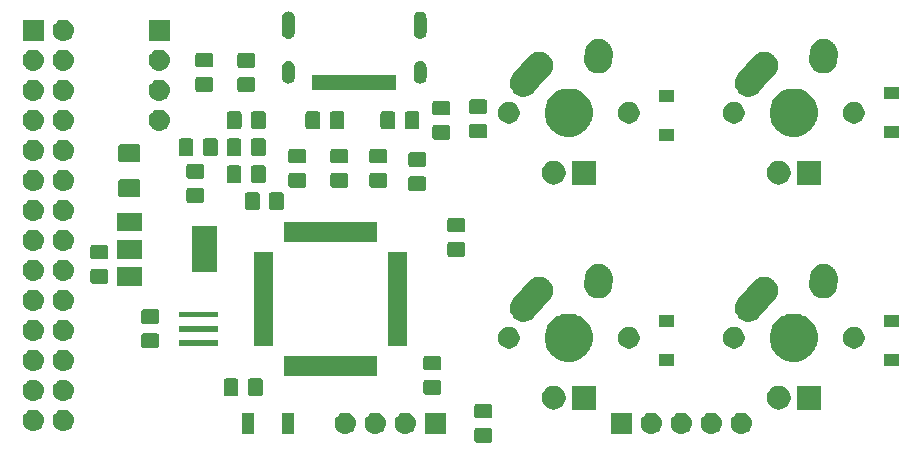
<source format=gbr>
G04 #@! TF.GenerationSoftware,KiCad,Pcbnew,5.1.0*
G04 #@! TF.CreationDate,2019-05-04T21:29:49+08:00*
G04 #@! TF.ProjectId,pcbtest,70636274-6573-4742-9e6b-696361645f70,rev?*
G04 #@! TF.SameCoordinates,Original*
G04 #@! TF.FileFunction,Soldermask,Bot*
G04 #@! TF.FilePolarity,Negative*
%FSLAX46Y46*%
G04 Gerber Fmt 4.6, Leading zero omitted, Abs format (unit mm)*
G04 Created by KiCad (PCBNEW 5.1.0) date 2019-05-04 21:29:49*
%MOMM*%
%LPD*%
G04 APERTURE LIST*
%ADD10C,0.100000*%
G04 APERTURE END LIST*
D10*
G36*
X187024674Y-112408465D02*
G01*
X187062367Y-112419899D01*
X187097103Y-112438466D01*
X187127548Y-112463452D01*
X187152534Y-112493897D01*
X187171101Y-112528633D01*
X187182535Y-112566326D01*
X187187000Y-112611661D01*
X187187000Y-113448339D01*
X187182535Y-113493674D01*
X187171101Y-113531367D01*
X187152534Y-113566103D01*
X187127548Y-113596548D01*
X187097103Y-113621534D01*
X187062367Y-113640101D01*
X187024674Y-113651535D01*
X186979339Y-113656000D01*
X185892661Y-113656000D01*
X185847326Y-113651535D01*
X185809633Y-113640101D01*
X185774897Y-113621534D01*
X185744452Y-113596548D01*
X185719466Y-113566103D01*
X185700899Y-113531367D01*
X185689465Y-113493674D01*
X185685000Y-113448339D01*
X185685000Y-112611661D01*
X185689465Y-112566326D01*
X185700899Y-112528633D01*
X185719466Y-112493897D01*
X185744452Y-112463452D01*
X185774897Y-112438466D01*
X185809633Y-112419899D01*
X185847326Y-112408465D01*
X185892661Y-112404000D01*
X186979339Y-112404000D01*
X187024674Y-112408465D01*
X187024674Y-112408465D01*
G37*
G36*
X208390443Y-111119519D02*
G01*
X208456627Y-111126037D01*
X208626466Y-111177557D01*
X208782991Y-111261222D01*
X208818729Y-111290552D01*
X208920186Y-111373814D01*
X209003448Y-111475271D01*
X209032778Y-111511009D01*
X209116443Y-111667534D01*
X209167963Y-111837373D01*
X209185359Y-112014000D01*
X209167963Y-112190627D01*
X209116443Y-112360466D01*
X209032778Y-112516991D01*
X209003448Y-112552729D01*
X208920186Y-112654186D01*
X208818729Y-112737448D01*
X208782991Y-112766778D01*
X208626466Y-112850443D01*
X208456627Y-112901963D01*
X208390442Y-112908482D01*
X208324260Y-112915000D01*
X208235740Y-112915000D01*
X208169558Y-112908482D01*
X208103373Y-112901963D01*
X207933534Y-112850443D01*
X207777009Y-112766778D01*
X207741271Y-112737448D01*
X207639814Y-112654186D01*
X207556552Y-112552729D01*
X207527222Y-112516991D01*
X207443557Y-112360466D01*
X207392037Y-112190627D01*
X207374641Y-112014000D01*
X207392037Y-111837373D01*
X207443557Y-111667534D01*
X207527222Y-111511009D01*
X207556552Y-111475271D01*
X207639814Y-111373814D01*
X207741271Y-111290552D01*
X207777009Y-111261222D01*
X207933534Y-111177557D01*
X208103373Y-111126037D01*
X208169557Y-111119519D01*
X208235740Y-111113000D01*
X208324260Y-111113000D01*
X208390443Y-111119519D01*
X208390443Y-111119519D01*
G37*
G36*
X205850443Y-111119519D02*
G01*
X205916627Y-111126037D01*
X206086466Y-111177557D01*
X206242991Y-111261222D01*
X206278729Y-111290552D01*
X206380186Y-111373814D01*
X206463448Y-111475271D01*
X206492778Y-111511009D01*
X206576443Y-111667534D01*
X206627963Y-111837373D01*
X206645359Y-112014000D01*
X206627963Y-112190627D01*
X206576443Y-112360466D01*
X206492778Y-112516991D01*
X206463448Y-112552729D01*
X206380186Y-112654186D01*
X206278729Y-112737448D01*
X206242991Y-112766778D01*
X206086466Y-112850443D01*
X205916627Y-112901963D01*
X205850442Y-112908482D01*
X205784260Y-112915000D01*
X205695740Y-112915000D01*
X205629558Y-112908482D01*
X205563373Y-112901963D01*
X205393534Y-112850443D01*
X205237009Y-112766778D01*
X205201271Y-112737448D01*
X205099814Y-112654186D01*
X205016552Y-112552729D01*
X204987222Y-112516991D01*
X204903557Y-112360466D01*
X204852037Y-112190627D01*
X204834641Y-112014000D01*
X204852037Y-111837373D01*
X204903557Y-111667534D01*
X204987222Y-111511009D01*
X205016552Y-111475271D01*
X205099814Y-111373814D01*
X205201271Y-111290552D01*
X205237009Y-111261222D01*
X205393534Y-111177557D01*
X205563373Y-111126037D01*
X205629557Y-111119519D01*
X205695740Y-111113000D01*
X205784260Y-111113000D01*
X205850443Y-111119519D01*
X205850443Y-111119519D01*
G37*
G36*
X203310443Y-111119519D02*
G01*
X203376627Y-111126037D01*
X203546466Y-111177557D01*
X203702991Y-111261222D01*
X203738729Y-111290552D01*
X203840186Y-111373814D01*
X203923448Y-111475271D01*
X203952778Y-111511009D01*
X204036443Y-111667534D01*
X204087963Y-111837373D01*
X204105359Y-112014000D01*
X204087963Y-112190627D01*
X204036443Y-112360466D01*
X203952778Y-112516991D01*
X203923448Y-112552729D01*
X203840186Y-112654186D01*
X203738729Y-112737448D01*
X203702991Y-112766778D01*
X203546466Y-112850443D01*
X203376627Y-112901963D01*
X203310442Y-112908482D01*
X203244260Y-112915000D01*
X203155740Y-112915000D01*
X203089558Y-112908482D01*
X203023373Y-112901963D01*
X202853534Y-112850443D01*
X202697009Y-112766778D01*
X202661271Y-112737448D01*
X202559814Y-112654186D01*
X202476552Y-112552729D01*
X202447222Y-112516991D01*
X202363557Y-112360466D01*
X202312037Y-112190627D01*
X202294641Y-112014000D01*
X202312037Y-111837373D01*
X202363557Y-111667534D01*
X202447222Y-111511009D01*
X202476552Y-111475271D01*
X202559814Y-111373814D01*
X202661271Y-111290552D01*
X202697009Y-111261222D01*
X202853534Y-111177557D01*
X203023373Y-111126037D01*
X203089557Y-111119519D01*
X203155740Y-111113000D01*
X203244260Y-111113000D01*
X203310443Y-111119519D01*
X203310443Y-111119519D01*
G37*
G36*
X200770443Y-111119519D02*
G01*
X200836627Y-111126037D01*
X201006466Y-111177557D01*
X201162991Y-111261222D01*
X201198729Y-111290552D01*
X201300186Y-111373814D01*
X201383448Y-111475271D01*
X201412778Y-111511009D01*
X201496443Y-111667534D01*
X201547963Y-111837373D01*
X201565359Y-112014000D01*
X201547963Y-112190627D01*
X201496443Y-112360466D01*
X201412778Y-112516991D01*
X201383448Y-112552729D01*
X201300186Y-112654186D01*
X201198729Y-112737448D01*
X201162991Y-112766778D01*
X201006466Y-112850443D01*
X200836627Y-112901963D01*
X200770442Y-112908482D01*
X200704260Y-112915000D01*
X200615740Y-112915000D01*
X200549558Y-112908482D01*
X200483373Y-112901963D01*
X200313534Y-112850443D01*
X200157009Y-112766778D01*
X200121271Y-112737448D01*
X200019814Y-112654186D01*
X199936552Y-112552729D01*
X199907222Y-112516991D01*
X199823557Y-112360466D01*
X199772037Y-112190627D01*
X199754641Y-112014000D01*
X199772037Y-111837373D01*
X199823557Y-111667534D01*
X199907222Y-111511009D01*
X199936552Y-111475271D01*
X200019814Y-111373814D01*
X200121271Y-111290552D01*
X200157009Y-111261222D01*
X200313534Y-111177557D01*
X200483373Y-111126037D01*
X200549557Y-111119519D01*
X200615740Y-111113000D01*
X200704260Y-111113000D01*
X200770443Y-111119519D01*
X200770443Y-111119519D01*
G37*
G36*
X199021000Y-112915000D02*
G01*
X197219000Y-112915000D01*
X197219000Y-111113000D01*
X199021000Y-111113000D01*
X199021000Y-112915000D01*
X199021000Y-112915000D01*
G37*
G36*
X174862443Y-111119519D02*
G01*
X174928627Y-111126037D01*
X175098466Y-111177557D01*
X175254991Y-111261222D01*
X175290729Y-111290552D01*
X175392186Y-111373814D01*
X175475448Y-111475271D01*
X175504778Y-111511009D01*
X175588443Y-111667534D01*
X175639963Y-111837373D01*
X175657359Y-112014000D01*
X175639963Y-112190627D01*
X175588443Y-112360466D01*
X175504778Y-112516991D01*
X175475448Y-112552729D01*
X175392186Y-112654186D01*
X175290729Y-112737448D01*
X175254991Y-112766778D01*
X175098466Y-112850443D01*
X174928627Y-112901963D01*
X174862442Y-112908482D01*
X174796260Y-112915000D01*
X174707740Y-112915000D01*
X174641558Y-112908482D01*
X174575373Y-112901963D01*
X174405534Y-112850443D01*
X174249009Y-112766778D01*
X174213271Y-112737448D01*
X174111814Y-112654186D01*
X174028552Y-112552729D01*
X173999222Y-112516991D01*
X173915557Y-112360466D01*
X173864037Y-112190627D01*
X173846641Y-112014000D01*
X173864037Y-111837373D01*
X173915557Y-111667534D01*
X173999222Y-111511009D01*
X174028552Y-111475271D01*
X174111814Y-111373814D01*
X174213271Y-111290552D01*
X174249009Y-111261222D01*
X174405534Y-111177557D01*
X174575373Y-111126037D01*
X174641557Y-111119519D01*
X174707740Y-111113000D01*
X174796260Y-111113000D01*
X174862443Y-111119519D01*
X174862443Y-111119519D01*
G37*
G36*
X179942443Y-111119519D02*
G01*
X180008627Y-111126037D01*
X180178466Y-111177557D01*
X180334991Y-111261222D01*
X180370729Y-111290552D01*
X180472186Y-111373814D01*
X180555448Y-111475271D01*
X180584778Y-111511009D01*
X180668443Y-111667534D01*
X180719963Y-111837373D01*
X180737359Y-112014000D01*
X180719963Y-112190627D01*
X180668443Y-112360466D01*
X180584778Y-112516991D01*
X180555448Y-112552729D01*
X180472186Y-112654186D01*
X180370729Y-112737448D01*
X180334991Y-112766778D01*
X180178466Y-112850443D01*
X180008627Y-112901963D01*
X179942442Y-112908482D01*
X179876260Y-112915000D01*
X179787740Y-112915000D01*
X179721558Y-112908482D01*
X179655373Y-112901963D01*
X179485534Y-112850443D01*
X179329009Y-112766778D01*
X179293271Y-112737448D01*
X179191814Y-112654186D01*
X179108552Y-112552729D01*
X179079222Y-112516991D01*
X178995557Y-112360466D01*
X178944037Y-112190627D01*
X178926641Y-112014000D01*
X178944037Y-111837373D01*
X178995557Y-111667534D01*
X179079222Y-111511009D01*
X179108552Y-111475271D01*
X179191814Y-111373814D01*
X179293271Y-111290552D01*
X179329009Y-111261222D01*
X179485534Y-111177557D01*
X179655373Y-111126037D01*
X179721557Y-111119519D01*
X179787740Y-111113000D01*
X179876260Y-111113000D01*
X179942443Y-111119519D01*
X179942443Y-111119519D01*
G37*
G36*
X183273000Y-112915000D02*
G01*
X181471000Y-112915000D01*
X181471000Y-111113000D01*
X183273000Y-111113000D01*
X183273000Y-112915000D01*
X183273000Y-112915000D01*
G37*
G36*
X167027000Y-112915000D02*
G01*
X166025000Y-112915000D01*
X166025000Y-111113000D01*
X167027000Y-111113000D01*
X167027000Y-112915000D01*
X167027000Y-112915000D01*
G37*
G36*
X170427000Y-112915000D02*
G01*
X169425000Y-112915000D01*
X169425000Y-111113000D01*
X170427000Y-111113000D01*
X170427000Y-112915000D01*
X170427000Y-112915000D01*
G37*
G36*
X177402443Y-111119519D02*
G01*
X177468627Y-111126037D01*
X177638466Y-111177557D01*
X177794991Y-111261222D01*
X177830729Y-111290552D01*
X177932186Y-111373814D01*
X178015448Y-111475271D01*
X178044778Y-111511009D01*
X178128443Y-111667534D01*
X178179963Y-111837373D01*
X178197359Y-112014000D01*
X178179963Y-112190627D01*
X178128443Y-112360466D01*
X178044778Y-112516991D01*
X178015448Y-112552729D01*
X177932186Y-112654186D01*
X177830729Y-112737448D01*
X177794991Y-112766778D01*
X177638466Y-112850443D01*
X177468627Y-112901963D01*
X177402442Y-112908482D01*
X177336260Y-112915000D01*
X177247740Y-112915000D01*
X177181558Y-112908482D01*
X177115373Y-112901963D01*
X176945534Y-112850443D01*
X176789009Y-112766778D01*
X176753271Y-112737448D01*
X176651814Y-112654186D01*
X176568552Y-112552729D01*
X176539222Y-112516991D01*
X176455557Y-112360466D01*
X176404037Y-112190627D01*
X176386641Y-112014000D01*
X176404037Y-111837373D01*
X176455557Y-111667534D01*
X176539222Y-111511009D01*
X176568552Y-111475271D01*
X176651814Y-111373814D01*
X176753271Y-111290552D01*
X176789009Y-111261222D01*
X176945534Y-111177557D01*
X177115373Y-111126037D01*
X177181557Y-111119519D01*
X177247740Y-111113000D01*
X177336260Y-111113000D01*
X177402443Y-111119519D01*
X177402443Y-111119519D01*
G37*
G36*
X148446442Y-110865518D02*
G01*
X148512627Y-110872037D01*
X148682466Y-110923557D01*
X148838991Y-111007222D01*
X148874729Y-111036552D01*
X148976186Y-111119814D01*
X149059448Y-111221271D01*
X149088778Y-111257009D01*
X149172443Y-111413534D01*
X149223963Y-111583373D01*
X149241359Y-111760000D01*
X149223963Y-111936627D01*
X149172443Y-112106466D01*
X149088778Y-112262991D01*
X149059448Y-112298729D01*
X148976186Y-112400186D01*
X148874729Y-112483448D01*
X148838991Y-112512778D01*
X148809329Y-112528633D01*
X148728164Y-112572017D01*
X148682466Y-112596443D01*
X148512627Y-112647963D01*
X148449453Y-112654185D01*
X148380260Y-112661000D01*
X148291740Y-112661000D01*
X148222547Y-112654185D01*
X148159373Y-112647963D01*
X147989534Y-112596443D01*
X147943837Y-112572017D01*
X147862671Y-112528633D01*
X147833009Y-112512778D01*
X147797271Y-112483448D01*
X147695814Y-112400186D01*
X147612552Y-112298729D01*
X147583222Y-112262991D01*
X147499557Y-112106466D01*
X147448037Y-111936627D01*
X147430641Y-111760000D01*
X147448037Y-111583373D01*
X147499557Y-111413534D01*
X147583222Y-111257009D01*
X147612552Y-111221271D01*
X147695814Y-111119814D01*
X147797271Y-111036552D01*
X147833009Y-111007222D01*
X147989534Y-110923557D01*
X148159373Y-110872037D01*
X148225558Y-110865518D01*
X148291740Y-110859000D01*
X148380260Y-110859000D01*
X148446442Y-110865518D01*
X148446442Y-110865518D01*
G37*
G36*
X150986442Y-110865518D02*
G01*
X151052627Y-110872037D01*
X151222466Y-110923557D01*
X151378991Y-111007222D01*
X151414729Y-111036552D01*
X151516186Y-111119814D01*
X151599448Y-111221271D01*
X151628778Y-111257009D01*
X151712443Y-111413534D01*
X151763963Y-111583373D01*
X151781359Y-111760000D01*
X151763963Y-111936627D01*
X151712443Y-112106466D01*
X151628778Y-112262991D01*
X151599448Y-112298729D01*
X151516186Y-112400186D01*
X151414729Y-112483448D01*
X151378991Y-112512778D01*
X151349329Y-112528633D01*
X151268164Y-112572017D01*
X151222466Y-112596443D01*
X151052627Y-112647963D01*
X150989453Y-112654185D01*
X150920260Y-112661000D01*
X150831740Y-112661000D01*
X150762547Y-112654185D01*
X150699373Y-112647963D01*
X150529534Y-112596443D01*
X150483837Y-112572017D01*
X150402671Y-112528633D01*
X150373009Y-112512778D01*
X150337271Y-112483448D01*
X150235814Y-112400186D01*
X150152552Y-112298729D01*
X150123222Y-112262991D01*
X150039557Y-112106466D01*
X149988037Y-111936627D01*
X149970641Y-111760000D01*
X149988037Y-111583373D01*
X150039557Y-111413534D01*
X150123222Y-111257009D01*
X150152552Y-111221271D01*
X150235814Y-111119814D01*
X150337271Y-111036552D01*
X150373009Y-111007222D01*
X150529534Y-110923557D01*
X150699373Y-110872037D01*
X150765558Y-110865518D01*
X150831740Y-110859000D01*
X150920260Y-110859000D01*
X150986442Y-110865518D01*
X150986442Y-110865518D01*
G37*
G36*
X187024674Y-110358465D02*
G01*
X187062367Y-110369899D01*
X187097103Y-110388466D01*
X187127548Y-110413452D01*
X187152534Y-110443897D01*
X187171101Y-110478633D01*
X187182535Y-110516326D01*
X187187000Y-110561661D01*
X187187000Y-111398339D01*
X187182535Y-111443674D01*
X187171101Y-111481367D01*
X187152534Y-111516103D01*
X187127548Y-111546548D01*
X187097103Y-111571534D01*
X187062367Y-111590101D01*
X187024674Y-111601535D01*
X186979339Y-111606000D01*
X185892661Y-111606000D01*
X185847326Y-111601535D01*
X185809633Y-111590101D01*
X185774897Y-111571534D01*
X185744452Y-111546548D01*
X185719466Y-111516103D01*
X185700899Y-111481367D01*
X185689465Y-111443674D01*
X185685000Y-111398339D01*
X185685000Y-110561661D01*
X185689465Y-110516326D01*
X185700899Y-110478633D01*
X185719466Y-110443897D01*
X185744452Y-110413452D01*
X185774897Y-110388466D01*
X185809633Y-110369899D01*
X185847326Y-110358465D01*
X185892661Y-110354000D01*
X186979339Y-110354000D01*
X187024674Y-110358465D01*
X187024674Y-110358465D01*
G37*
G36*
X214998500Y-110858500D02*
G01*
X212991500Y-110858500D01*
X212991500Y-108851500D01*
X214998500Y-108851500D01*
X214998500Y-110858500D01*
X214998500Y-110858500D01*
G37*
G36*
X192531425Y-108856988D02*
G01*
X192697710Y-108890063D01*
X192880336Y-108965709D01*
X193044694Y-109075530D01*
X193184470Y-109215306D01*
X193294291Y-109379664D01*
X193369937Y-109562290D01*
X193408500Y-109756164D01*
X193408500Y-109953836D01*
X193369937Y-110147710D01*
X193294291Y-110330336D01*
X193184470Y-110494694D01*
X193044694Y-110634470D01*
X192880336Y-110744291D01*
X192697710Y-110819937D01*
X192531425Y-110853012D01*
X192503837Y-110858500D01*
X192306163Y-110858500D01*
X192278575Y-110853012D01*
X192112290Y-110819937D01*
X191929664Y-110744291D01*
X191765306Y-110634470D01*
X191625530Y-110494694D01*
X191515709Y-110330336D01*
X191440063Y-110147710D01*
X191401500Y-109953836D01*
X191401500Y-109756164D01*
X191440063Y-109562290D01*
X191515709Y-109379664D01*
X191625530Y-109215306D01*
X191765306Y-109075530D01*
X191929664Y-108965709D01*
X192112290Y-108890063D01*
X192278575Y-108856988D01*
X192306163Y-108851500D01*
X192503837Y-108851500D01*
X192531425Y-108856988D01*
X192531425Y-108856988D01*
G37*
G36*
X195948500Y-110858500D02*
G01*
X193941500Y-110858500D01*
X193941500Y-108851500D01*
X195948500Y-108851500D01*
X195948500Y-110858500D01*
X195948500Y-110858500D01*
G37*
G36*
X211581425Y-108856988D02*
G01*
X211747710Y-108890063D01*
X211930336Y-108965709D01*
X212094694Y-109075530D01*
X212234470Y-109215306D01*
X212344291Y-109379664D01*
X212419937Y-109562290D01*
X212458500Y-109756164D01*
X212458500Y-109953836D01*
X212419937Y-110147710D01*
X212344291Y-110330336D01*
X212234470Y-110494694D01*
X212094694Y-110634470D01*
X211930336Y-110744291D01*
X211747710Y-110819937D01*
X211581425Y-110853012D01*
X211553837Y-110858500D01*
X211356163Y-110858500D01*
X211328575Y-110853012D01*
X211162290Y-110819937D01*
X210979664Y-110744291D01*
X210815306Y-110634470D01*
X210675530Y-110494694D01*
X210565709Y-110330336D01*
X210490063Y-110147710D01*
X210451500Y-109953836D01*
X210451500Y-109756164D01*
X210490063Y-109562290D01*
X210565709Y-109379664D01*
X210675530Y-109215306D01*
X210815306Y-109075530D01*
X210979664Y-108965709D01*
X211162290Y-108890063D01*
X211328575Y-108856988D01*
X211356163Y-108851500D01*
X211553837Y-108851500D01*
X211581425Y-108856988D01*
X211581425Y-108856988D01*
G37*
G36*
X150986443Y-108325519D02*
G01*
X151052627Y-108332037D01*
X151222466Y-108383557D01*
X151222468Y-108383558D01*
X151252203Y-108399452D01*
X151378991Y-108467222D01*
X151403301Y-108487173D01*
X151516186Y-108579814D01*
X151599448Y-108681271D01*
X151628778Y-108717009D01*
X151628779Y-108717011D01*
X151700666Y-108851500D01*
X151712443Y-108873534D01*
X151763963Y-109043373D01*
X151781359Y-109220000D01*
X151763963Y-109396627D01*
X151712443Y-109566466D01*
X151628778Y-109722991D01*
X151601554Y-109756163D01*
X151516186Y-109860186D01*
X151414729Y-109943448D01*
X151378991Y-109972778D01*
X151222466Y-110056443D01*
X151052627Y-110107963D01*
X150986443Y-110114481D01*
X150920260Y-110121000D01*
X150831740Y-110121000D01*
X150765557Y-110114481D01*
X150699373Y-110107963D01*
X150529534Y-110056443D01*
X150373009Y-109972778D01*
X150337271Y-109943448D01*
X150235814Y-109860186D01*
X150150446Y-109756163D01*
X150123222Y-109722991D01*
X150039557Y-109566466D01*
X149988037Y-109396627D01*
X149970641Y-109220000D01*
X149988037Y-109043373D01*
X150039557Y-108873534D01*
X150051335Y-108851500D01*
X150123221Y-108717011D01*
X150123222Y-108717009D01*
X150152552Y-108681271D01*
X150235814Y-108579814D01*
X150348699Y-108487173D01*
X150373009Y-108467222D01*
X150499797Y-108399452D01*
X150529532Y-108383558D01*
X150529534Y-108383557D01*
X150699373Y-108332037D01*
X150765557Y-108325519D01*
X150831740Y-108319000D01*
X150920260Y-108319000D01*
X150986443Y-108325519D01*
X150986443Y-108325519D01*
G37*
G36*
X148446443Y-108325519D02*
G01*
X148512627Y-108332037D01*
X148682466Y-108383557D01*
X148682468Y-108383558D01*
X148712203Y-108399452D01*
X148838991Y-108467222D01*
X148863301Y-108487173D01*
X148976186Y-108579814D01*
X149059448Y-108681271D01*
X149088778Y-108717009D01*
X149088779Y-108717011D01*
X149160666Y-108851500D01*
X149172443Y-108873534D01*
X149223963Y-109043373D01*
X149241359Y-109220000D01*
X149223963Y-109396627D01*
X149172443Y-109566466D01*
X149088778Y-109722991D01*
X149061554Y-109756163D01*
X148976186Y-109860186D01*
X148874729Y-109943448D01*
X148838991Y-109972778D01*
X148682466Y-110056443D01*
X148512627Y-110107963D01*
X148446443Y-110114481D01*
X148380260Y-110121000D01*
X148291740Y-110121000D01*
X148225557Y-110114481D01*
X148159373Y-110107963D01*
X147989534Y-110056443D01*
X147833009Y-109972778D01*
X147797271Y-109943448D01*
X147695814Y-109860186D01*
X147610446Y-109756163D01*
X147583222Y-109722991D01*
X147499557Y-109566466D01*
X147448037Y-109396627D01*
X147430641Y-109220000D01*
X147448037Y-109043373D01*
X147499557Y-108873534D01*
X147511335Y-108851500D01*
X147583221Y-108717011D01*
X147583222Y-108717009D01*
X147612552Y-108681271D01*
X147695814Y-108579814D01*
X147808699Y-108487173D01*
X147833009Y-108467222D01*
X147959797Y-108399452D01*
X147989532Y-108383558D01*
X147989534Y-108383557D01*
X148159373Y-108332037D01*
X148225557Y-108325519D01*
X148291740Y-108319000D01*
X148380260Y-108319000D01*
X148446443Y-108325519D01*
X148446443Y-108325519D01*
G37*
G36*
X165545674Y-108219465D02*
G01*
X165583367Y-108230899D01*
X165618103Y-108249466D01*
X165648548Y-108274452D01*
X165673534Y-108304897D01*
X165692101Y-108339633D01*
X165703535Y-108377326D01*
X165708000Y-108422661D01*
X165708000Y-109509339D01*
X165703535Y-109554674D01*
X165692101Y-109592367D01*
X165673534Y-109627103D01*
X165648548Y-109657548D01*
X165618103Y-109682534D01*
X165583367Y-109701101D01*
X165545674Y-109712535D01*
X165500339Y-109717000D01*
X164663661Y-109717000D01*
X164618326Y-109712535D01*
X164580633Y-109701101D01*
X164545897Y-109682534D01*
X164515452Y-109657548D01*
X164490466Y-109627103D01*
X164471899Y-109592367D01*
X164460465Y-109554674D01*
X164456000Y-109509339D01*
X164456000Y-108422661D01*
X164460465Y-108377326D01*
X164471899Y-108339633D01*
X164490466Y-108304897D01*
X164515452Y-108274452D01*
X164545897Y-108249466D01*
X164580633Y-108230899D01*
X164618326Y-108219465D01*
X164663661Y-108215000D01*
X165500339Y-108215000D01*
X165545674Y-108219465D01*
X165545674Y-108219465D01*
G37*
G36*
X167595674Y-108219465D02*
G01*
X167633367Y-108230899D01*
X167668103Y-108249466D01*
X167698548Y-108274452D01*
X167723534Y-108304897D01*
X167742101Y-108339633D01*
X167753535Y-108377326D01*
X167758000Y-108422661D01*
X167758000Y-109509339D01*
X167753535Y-109554674D01*
X167742101Y-109592367D01*
X167723534Y-109627103D01*
X167698548Y-109657548D01*
X167668103Y-109682534D01*
X167633367Y-109701101D01*
X167595674Y-109712535D01*
X167550339Y-109717000D01*
X166713661Y-109717000D01*
X166668326Y-109712535D01*
X166630633Y-109701101D01*
X166595897Y-109682534D01*
X166565452Y-109657548D01*
X166540466Y-109627103D01*
X166521899Y-109592367D01*
X166510465Y-109554674D01*
X166506000Y-109509339D01*
X166506000Y-108422661D01*
X166510465Y-108377326D01*
X166521899Y-108339633D01*
X166540466Y-108304897D01*
X166565452Y-108274452D01*
X166595897Y-108249466D01*
X166630633Y-108230899D01*
X166668326Y-108219465D01*
X166713661Y-108215000D01*
X167550339Y-108215000D01*
X167595674Y-108219465D01*
X167595674Y-108219465D01*
G37*
G36*
X182706674Y-108344465D02*
G01*
X182744367Y-108355899D01*
X182779103Y-108374466D01*
X182809548Y-108399452D01*
X182834534Y-108429897D01*
X182853101Y-108464633D01*
X182864535Y-108502326D01*
X182869000Y-108547661D01*
X182869000Y-109384339D01*
X182864535Y-109429674D01*
X182853101Y-109467367D01*
X182834534Y-109502103D01*
X182809548Y-109532548D01*
X182779103Y-109557534D01*
X182744367Y-109576101D01*
X182706674Y-109587535D01*
X182661339Y-109592000D01*
X181574661Y-109592000D01*
X181529326Y-109587535D01*
X181491633Y-109576101D01*
X181456897Y-109557534D01*
X181426452Y-109532548D01*
X181401466Y-109502103D01*
X181382899Y-109467367D01*
X181371465Y-109429674D01*
X181367000Y-109384339D01*
X181367000Y-108547661D01*
X181371465Y-108502326D01*
X181382899Y-108464633D01*
X181401466Y-108429897D01*
X181426452Y-108399452D01*
X181456897Y-108374466D01*
X181491633Y-108355899D01*
X181529326Y-108344465D01*
X181574661Y-108340000D01*
X182661339Y-108340000D01*
X182706674Y-108344465D01*
X182706674Y-108344465D01*
G37*
G36*
X169942295Y-106343323D02*
G01*
X169949309Y-106345451D01*
X169963077Y-106352810D01*
X169985716Y-106362187D01*
X170009749Y-106366967D01*
X170034253Y-106366967D01*
X170058286Y-106362186D01*
X170080923Y-106352810D01*
X170094691Y-106345451D01*
X170101705Y-106343323D01*
X170115140Y-106342000D01*
X170428860Y-106342000D01*
X170442295Y-106343323D01*
X170449309Y-106345451D01*
X170463077Y-106352810D01*
X170485716Y-106362187D01*
X170509749Y-106366967D01*
X170534253Y-106366967D01*
X170558286Y-106362186D01*
X170580923Y-106352810D01*
X170594691Y-106345451D01*
X170601705Y-106343323D01*
X170615140Y-106342000D01*
X170928860Y-106342000D01*
X170942295Y-106343323D01*
X170949309Y-106345451D01*
X170963077Y-106352810D01*
X170985716Y-106362187D01*
X171009749Y-106366967D01*
X171034253Y-106366967D01*
X171058286Y-106362186D01*
X171080923Y-106352810D01*
X171094691Y-106345451D01*
X171101705Y-106343323D01*
X171115140Y-106342000D01*
X171428860Y-106342000D01*
X171442295Y-106343323D01*
X171449309Y-106345451D01*
X171463077Y-106352810D01*
X171485716Y-106362187D01*
X171509749Y-106366967D01*
X171534253Y-106366967D01*
X171558286Y-106362186D01*
X171580923Y-106352810D01*
X171594691Y-106345451D01*
X171601705Y-106343323D01*
X171615140Y-106342000D01*
X171928860Y-106342000D01*
X171942295Y-106343323D01*
X171949309Y-106345451D01*
X171963077Y-106352810D01*
X171985716Y-106362187D01*
X172009749Y-106366967D01*
X172034253Y-106366967D01*
X172058286Y-106362186D01*
X172080923Y-106352810D01*
X172094691Y-106345451D01*
X172101705Y-106343323D01*
X172115140Y-106342000D01*
X172428860Y-106342000D01*
X172442295Y-106343323D01*
X172449309Y-106345451D01*
X172463077Y-106352810D01*
X172485716Y-106362187D01*
X172509749Y-106366967D01*
X172534253Y-106366967D01*
X172558286Y-106362186D01*
X172580923Y-106352810D01*
X172594691Y-106345451D01*
X172601705Y-106343323D01*
X172615140Y-106342000D01*
X172928860Y-106342000D01*
X172942295Y-106343323D01*
X172949309Y-106345451D01*
X172963077Y-106352810D01*
X172985716Y-106362187D01*
X173009749Y-106366967D01*
X173034253Y-106366967D01*
X173058286Y-106362186D01*
X173080923Y-106352810D01*
X173094691Y-106345451D01*
X173101705Y-106343323D01*
X173115140Y-106342000D01*
X173428860Y-106342000D01*
X173442295Y-106343323D01*
X173449309Y-106345451D01*
X173463077Y-106352810D01*
X173485716Y-106362187D01*
X173509749Y-106366967D01*
X173534253Y-106366967D01*
X173558286Y-106362186D01*
X173580923Y-106352810D01*
X173594691Y-106345451D01*
X173601705Y-106343323D01*
X173615140Y-106342000D01*
X173928860Y-106342000D01*
X173942295Y-106343323D01*
X173949309Y-106345451D01*
X173963077Y-106352810D01*
X173985716Y-106362187D01*
X174009749Y-106366967D01*
X174034253Y-106366967D01*
X174058286Y-106362186D01*
X174080923Y-106352810D01*
X174094691Y-106345451D01*
X174101705Y-106343323D01*
X174115140Y-106342000D01*
X174428860Y-106342000D01*
X174442295Y-106343323D01*
X174449309Y-106345451D01*
X174463077Y-106352810D01*
X174485716Y-106362187D01*
X174509749Y-106366967D01*
X174534253Y-106366967D01*
X174558286Y-106362186D01*
X174580923Y-106352810D01*
X174594691Y-106345451D01*
X174601705Y-106343323D01*
X174615140Y-106342000D01*
X174928860Y-106342000D01*
X174942295Y-106343323D01*
X174949309Y-106345451D01*
X174963077Y-106352810D01*
X174985716Y-106362187D01*
X175009749Y-106366967D01*
X175034253Y-106366967D01*
X175058286Y-106362186D01*
X175080923Y-106352810D01*
X175094691Y-106345451D01*
X175101705Y-106343323D01*
X175115140Y-106342000D01*
X175428860Y-106342000D01*
X175442295Y-106343323D01*
X175449309Y-106345451D01*
X175463077Y-106352810D01*
X175485716Y-106362187D01*
X175509749Y-106366967D01*
X175534253Y-106366967D01*
X175558286Y-106362186D01*
X175580923Y-106352810D01*
X175594691Y-106345451D01*
X175601705Y-106343323D01*
X175615140Y-106342000D01*
X175928860Y-106342000D01*
X175942295Y-106343323D01*
X175949309Y-106345451D01*
X175963077Y-106352810D01*
X175985716Y-106362187D01*
X176009749Y-106366967D01*
X176034253Y-106366967D01*
X176058286Y-106362186D01*
X176080923Y-106352810D01*
X176094691Y-106345451D01*
X176101705Y-106343323D01*
X176115140Y-106342000D01*
X176428860Y-106342000D01*
X176442295Y-106343323D01*
X176449309Y-106345451D01*
X176463077Y-106352810D01*
X176485716Y-106362187D01*
X176509749Y-106366967D01*
X176534253Y-106366967D01*
X176558286Y-106362186D01*
X176580923Y-106352810D01*
X176594691Y-106345451D01*
X176601705Y-106343323D01*
X176615140Y-106342000D01*
X176928860Y-106342000D01*
X176942295Y-106343323D01*
X176949309Y-106345451D01*
X176963077Y-106352810D01*
X176985716Y-106362187D01*
X177009749Y-106366967D01*
X177034253Y-106366967D01*
X177058286Y-106362186D01*
X177080923Y-106352810D01*
X177094691Y-106345451D01*
X177101705Y-106343323D01*
X177115140Y-106342000D01*
X177428860Y-106342000D01*
X177442295Y-106343323D01*
X177449310Y-106345451D01*
X177455776Y-106348908D01*
X177461442Y-106353558D01*
X177466092Y-106359224D01*
X177469549Y-106365690D01*
X177471677Y-106372705D01*
X177473000Y-106386140D01*
X177473000Y-107949860D01*
X177471677Y-107963295D01*
X177469549Y-107970310D01*
X177466092Y-107976776D01*
X177461442Y-107982442D01*
X177455776Y-107987092D01*
X177449310Y-107990549D01*
X177442295Y-107992677D01*
X177428860Y-107994000D01*
X177115140Y-107994000D01*
X177101705Y-107992677D01*
X177094691Y-107990549D01*
X177080923Y-107983190D01*
X177058284Y-107973813D01*
X177034251Y-107969033D01*
X177009747Y-107969033D01*
X176985714Y-107973814D01*
X176963077Y-107983190D01*
X176949309Y-107990549D01*
X176942295Y-107992677D01*
X176928860Y-107994000D01*
X176615140Y-107994000D01*
X176601705Y-107992677D01*
X176594691Y-107990549D01*
X176580923Y-107983190D01*
X176558284Y-107973813D01*
X176534251Y-107969033D01*
X176509747Y-107969033D01*
X176485714Y-107973814D01*
X176463077Y-107983190D01*
X176449309Y-107990549D01*
X176442295Y-107992677D01*
X176428860Y-107994000D01*
X176115140Y-107994000D01*
X176101705Y-107992677D01*
X176094691Y-107990549D01*
X176080923Y-107983190D01*
X176058284Y-107973813D01*
X176034251Y-107969033D01*
X176009747Y-107969033D01*
X175985714Y-107973814D01*
X175963077Y-107983190D01*
X175949309Y-107990549D01*
X175942295Y-107992677D01*
X175928860Y-107994000D01*
X175615140Y-107994000D01*
X175601705Y-107992677D01*
X175594691Y-107990549D01*
X175580923Y-107983190D01*
X175558284Y-107973813D01*
X175534251Y-107969033D01*
X175509747Y-107969033D01*
X175485714Y-107973814D01*
X175463077Y-107983190D01*
X175449309Y-107990549D01*
X175442295Y-107992677D01*
X175428860Y-107994000D01*
X175115140Y-107994000D01*
X175101705Y-107992677D01*
X175094691Y-107990549D01*
X175080923Y-107983190D01*
X175058284Y-107973813D01*
X175034251Y-107969033D01*
X175009747Y-107969033D01*
X174985714Y-107973814D01*
X174963077Y-107983190D01*
X174949309Y-107990549D01*
X174942295Y-107992677D01*
X174928860Y-107994000D01*
X174615140Y-107994000D01*
X174601705Y-107992677D01*
X174594691Y-107990549D01*
X174580923Y-107983190D01*
X174558284Y-107973813D01*
X174534251Y-107969033D01*
X174509747Y-107969033D01*
X174485714Y-107973814D01*
X174463077Y-107983190D01*
X174449309Y-107990549D01*
X174442295Y-107992677D01*
X174428860Y-107994000D01*
X174115140Y-107994000D01*
X174101705Y-107992677D01*
X174094691Y-107990549D01*
X174080923Y-107983190D01*
X174058284Y-107973813D01*
X174034251Y-107969033D01*
X174009747Y-107969033D01*
X173985714Y-107973814D01*
X173963077Y-107983190D01*
X173949309Y-107990549D01*
X173942295Y-107992677D01*
X173928860Y-107994000D01*
X173615140Y-107994000D01*
X173601705Y-107992677D01*
X173594691Y-107990549D01*
X173580923Y-107983190D01*
X173558284Y-107973813D01*
X173534251Y-107969033D01*
X173509747Y-107969033D01*
X173485714Y-107973814D01*
X173463077Y-107983190D01*
X173449309Y-107990549D01*
X173442295Y-107992677D01*
X173428860Y-107994000D01*
X173115140Y-107994000D01*
X173101705Y-107992677D01*
X173094691Y-107990549D01*
X173080923Y-107983190D01*
X173058284Y-107973813D01*
X173034251Y-107969033D01*
X173009747Y-107969033D01*
X172985714Y-107973814D01*
X172963077Y-107983190D01*
X172949309Y-107990549D01*
X172942295Y-107992677D01*
X172928860Y-107994000D01*
X172615140Y-107994000D01*
X172601705Y-107992677D01*
X172594691Y-107990549D01*
X172580923Y-107983190D01*
X172558284Y-107973813D01*
X172534251Y-107969033D01*
X172509747Y-107969033D01*
X172485714Y-107973814D01*
X172463077Y-107983190D01*
X172449309Y-107990549D01*
X172442295Y-107992677D01*
X172428860Y-107994000D01*
X172115140Y-107994000D01*
X172101705Y-107992677D01*
X172094691Y-107990549D01*
X172080923Y-107983190D01*
X172058284Y-107973813D01*
X172034251Y-107969033D01*
X172009747Y-107969033D01*
X171985714Y-107973814D01*
X171963077Y-107983190D01*
X171949309Y-107990549D01*
X171942295Y-107992677D01*
X171928860Y-107994000D01*
X171615140Y-107994000D01*
X171601705Y-107992677D01*
X171594691Y-107990549D01*
X171580923Y-107983190D01*
X171558284Y-107973813D01*
X171534251Y-107969033D01*
X171509747Y-107969033D01*
X171485714Y-107973814D01*
X171463077Y-107983190D01*
X171449309Y-107990549D01*
X171442295Y-107992677D01*
X171428860Y-107994000D01*
X171115140Y-107994000D01*
X171101705Y-107992677D01*
X171094691Y-107990549D01*
X171080923Y-107983190D01*
X171058284Y-107973813D01*
X171034251Y-107969033D01*
X171009747Y-107969033D01*
X170985714Y-107973814D01*
X170963077Y-107983190D01*
X170949309Y-107990549D01*
X170942295Y-107992677D01*
X170928860Y-107994000D01*
X170615140Y-107994000D01*
X170601705Y-107992677D01*
X170594691Y-107990549D01*
X170580923Y-107983190D01*
X170558284Y-107973813D01*
X170534251Y-107969033D01*
X170509747Y-107969033D01*
X170485714Y-107973814D01*
X170463077Y-107983190D01*
X170449309Y-107990549D01*
X170442295Y-107992677D01*
X170428860Y-107994000D01*
X170115140Y-107994000D01*
X170101705Y-107992677D01*
X170094691Y-107990549D01*
X170080923Y-107983190D01*
X170058284Y-107973813D01*
X170034251Y-107969033D01*
X170009747Y-107969033D01*
X169985714Y-107973814D01*
X169963077Y-107983190D01*
X169949309Y-107990549D01*
X169942295Y-107992677D01*
X169928860Y-107994000D01*
X169615140Y-107994000D01*
X169601705Y-107992677D01*
X169594690Y-107990549D01*
X169588224Y-107987092D01*
X169582558Y-107982442D01*
X169577908Y-107976776D01*
X169574451Y-107970310D01*
X169572323Y-107963295D01*
X169571000Y-107949860D01*
X169571000Y-106386140D01*
X169572323Y-106372705D01*
X169574451Y-106365690D01*
X169577908Y-106359224D01*
X169582558Y-106353558D01*
X169588224Y-106348908D01*
X169594690Y-106345451D01*
X169601705Y-106343323D01*
X169615140Y-106342000D01*
X169928860Y-106342000D01*
X169942295Y-106343323D01*
X169942295Y-106343323D01*
G37*
G36*
X150986443Y-105785519D02*
G01*
X151052627Y-105792037D01*
X151222466Y-105843557D01*
X151378991Y-105927222D01*
X151414729Y-105956552D01*
X151516186Y-106039814D01*
X151599448Y-106141271D01*
X151628778Y-106177009D01*
X151628779Y-106177011D01*
X151700248Y-106310718D01*
X151712443Y-106333534D01*
X151763963Y-106503373D01*
X151781359Y-106680000D01*
X151763963Y-106856627D01*
X151712443Y-107026466D01*
X151628778Y-107182991D01*
X151599448Y-107218729D01*
X151516186Y-107320186D01*
X151414729Y-107403448D01*
X151378991Y-107432778D01*
X151378989Y-107432779D01*
X151239134Y-107507534D01*
X151222466Y-107516443D01*
X151052627Y-107567963D01*
X150986443Y-107574481D01*
X150920260Y-107581000D01*
X150831740Y-107581000D01*
X150765557Y-107574481D01*
X150699373Y-107567963D01*
X150529534Y-107516443D01*
X150512867Y-107507534D01*
X150373011Y-107432779D01*
X150373009Y-107432778D01*
X150337271Y-107403448D01*
X150235814Y-107320186D01*
X150152552Y-107218729D01*
X150123222Y-107182991D01*
X150039557Y-107026466D01*
X149988037Y-106856627D01*
X149970641Y-106680000D01*
X149988037Y-106503373D01*
X150039557Y-106333534D01*
X150051753Y-106310718D01*
X150123221Y-106177011D01*
X150123222Y-106177009D01*
X150152552Y-106141271D01*
X150235814Y-106039814D01*
X150337271Y-105956552D01*
X150373009Y-105927222D01*
X150529534Y-105843557D01*
X150699373Y-105792037D01*
X150765557Y-105785519D01*
X150831740Y-105779000D01*
X150920260Y-105779000D01*
X150986443Y-105785519D01*
X150986443Y-105785519D01*
G37*
G36*
X148446443Y-105785519D02*
G01*
X148512627Y-105792037D01*
X148682466Y-105843557D01*
X148838991Y-105927222D01*
X148874729Y-105956552D01*
X148976186Y-106039814D01*
X149059448Y-106141271D01*
X149088778Y-106177009D01*
X149088779Y-106177011D01*
X149160248Y-106310718D01*
X149172443Y-106333534D01*
X149223963Y-106503373D01*
X149241359Y-106680000D01*
X149223963Y-106856627D01*
X149172443Y-107026466D01*
X149088778Y-107182991D01*
X149059448Y-107218729D01*
X148976186Y-107320186D01*
X148874729Y-107403448D01*
X148838991Y-107432778D01*
X148838989Y-107432779D01*
X148699134Y-107507534D01*
X148682466Y-107516443D01*
X148512627Y-107567963D01*
X148446443Y-107574481D01*
X148380260Y-107581000D01*
X148291740Y-107581000D01*
X148225557Y-107574481D01*
X148159373Y-107567963D01*
X147989534Y-107516443D01*
X147972867Y-107507534D01*
X147833011Y-107432779D01*
X147833009Y-107432778D01*
X147797271Y-107403448D01*
X147695814Y-107320186D01*
X147612552Y-107218729D01*
X147583222Y-107182991D01*
X147499557Y-107026466D01*
X147448037Y-106856627D01*
X147430641Y-106680000D01*
X147448037Y-106503373D01*
X147499557Y-106333534D01*
X147511753Y-106310718D01*
X147583221Y-106177011D01*
X147583222Y-106177009D01*
X147612552Y-106141271D01*
X147695814Y-106039814D01*
X147797271Y-105956552D01*
X147833009Y-105927222D01*
X147989534Y-105843557D01*
X148159373Y-105792037D01*
X148225557Y-105785519D01*
X148291740Y-105779000D01*
X148380260Y-105779000D01*
X148446443Y-105785519D01*
X148446443Y-105785519D01*
G37*
G36*
X182706674Y-106294465D02*
G01*
X182744367Y-106305899D01*
X182779103Y-106324466D01*
X182809548Y-106349452D01*
X182834534Y-106379897D01*
X182853101Y-106414633D01*
X182864535Y-106452326D01*
X182869000Y-106497661D01*
X182869000Y-107334339D01*
X182864535Y-107379674D01*
X182853101Y-107417367D01*
X182834534Y-107452103D01*
X182809548Y-107482548D01*
X182779103Y-107507534D01*
X182744367Y-107526101D01*
X182706674Y-107537535D01*
X182661339Y-107542000D01*
X181574661Y-107542000D01*
X181529326Y-107537535D01*
X181491633Y-107526101D01*
X181456897Y-107507534D01*
X181426452Y-107482548D01*
X181401466Y-107452103D01*
X181382899Y-107417367D01*
X181371465Y-107379674D01*
X181367000Y-107334339D01*
X181367000Y-106497661D01*
X181371465Y-106452326D01*
X181382899Y-106414633D01*
X181401466Y-106379897D01*
X181426452Y-106349452D01*
X181456897Y-106324466D01*
X181491633Y-106305899D01*
X181529326Y-106294465D01*
X181574661Y-106290000D01*
X182661339Y-106290000D01*
X182706674Y-106294465D01*
X182706674Y-106294465D01*
G37*
G36*
X221631000Y-107181000D02*
G01*
X220329000Y-107181000D01*
X220329000Y-106179000D01*
X221631000Y-106179000D01*
X221631000Y-107181000D01*
X221631000Y-107181000D01*
G37*
G36*
X202581000Y-107181000D02*
G01*
X201279000Y-107181000D01*
X201279000Y-106179000D01*
X202581000Y-106179000D01*
X202581000Y-107181000D01*
X202581000Y-107181000D01*
G37*
G36*
X213321474Y-102808684D02*
G01*
X213539474Y-102898983D01*
X213693623Y-102962833D01*
X214028548Y-103186623D01*
X214313377Y-103471452D01*
X214537167Y-103806377D01*
X214590062Y-103934077D01*
X214691316Y-104178526D01*
X214769900Y-104573594D01*
X214769900Y-104976406D01*
X214691316Y-105371474D01*
X214637385Y-105501674D01*
X214537167Y-105743623D01*
X214313377Y-106078548D01*
X214028548Y-106363377D01*
X213693623Y-106587167D01*
X213539474Y-106651017D01*
X213321474Y-106741316D01*
X212926406Y-106819900D01*
X212523594Y-106819900D01*
X212128526Y-106741316D01*
X211910526Y-106651017D01*
X211756377Y-106587167D01*
X211421452Y-106363377D01*
X211136623Y-106078548D01*
X210912833Y-105743623D01*
X210812615Y-105501674D01*
X210758684Y-105371474D01*
X210680100Y-104976406D01*
X210680100Y-104573594D01*
X210758684Y-104178526D01*
X210859938Y-103934077D01*
X210912833Y-103806377D01*
X211136623Y-103471452D01*
X211421452Y-103186623D01*
X211756377Y-102962833D01*
X211910526Y-102898983D01*
X212128526Y-102808684D01*
X212523594Y-102730100D01*
X212926406Y-102730100D01*
X213321474Y-102808684D01*
X213321474Y-102808684D01*
G37*
G36*
X194271474Y-102808684D02*
G01*
X194489474Y-102898983D01*
X194643623Y-102962833D01*
X194978548Y-103186623D01*
X195263377Y-103471452D01*
X195487167Y-103806377D01*
X195540062Y-103934077D01*
X195641316Y-104178526D01*
X195719900Y-104573594D01*
X195719900Y-104976406D01*
X195641316Y-105371474D01*
X195587385Y-105501674D01*
X195487167Y-105743623D01*
X195263377Y-106078548D01*
X194978548Y-106363377D01*
X194643623Y-106587167D01*
X194489474Y-106651017D01*
X194271474Y-106741316D01*
X193876406Y-106819900D01*
X193473594Y-106819900D01*
X193078526Y-106741316D01*
X192860526Y-106651017D01*
X192706377Y-106587167D01*
X192371452Y-106363377D01*
X192086623Y-106078548D01*
X191862833Y-105743623D01*
X191762615Y-105501674D01*
X191708684Y-105371474D01*
X191630100Y-104976406D01*
X191630100Y-104573594D01*
X191708684Y-104178526D01*
X191809938Y-103934077D01*
X191862833Y-103806377D01*
X192086623Y-103471452D01*
X192371452Y-103186623D01*
X192706377Y-102962833D01*
X192860526Y-102898983D01*
X193078526Y-102808684D01*
X193473594Y-102730100D01*
X193876406Y-102730100D01*
X194271474Y-102808684D01*
X194271474Y-102808684D01*
G37*
G36*
X207915104Y-103884585D02*
G01*
X208083626Y-103954389D01*
X208235291Y-104055728D01*
X208364272Y-104184709D01*
X208465611Y-104336374D01*
X208535415Y-104504896D01*
X208571000Y-104683797D01*
X208571000Y-104866203D01*
X208535415Y-105045104D01*
X208465611Y-105213626D01*
X208364272Y-105365291D01*
X208235291Y-105494272D01*
X208083626Y-105595611D01*
X207915104Y-105665415D01*
X207736203Y-105701000D01*
X207553797Y-105701000D01*
X207374896Y-105665415D01*
X207206374Y-105595611D01*
X207054709Y-105494272D01*
X206925728Y-105365291D01*
X206824389Y-105213626D01*
X206754585Y-105045104D01*
X206719000Y-104866203D01*
X206719000Y-104683797D01*
X206754585Y-104504896D01*
X206824389Y-104336374D01*
X206925728Y-104184709D01*
X207054709Y-104055728D01*
X207206374Y-103954389D01*
X207374896Y-103884585D01*
X207553797Y-103849000D01*
X207736203Y-103849000D01*
X207915104Y-103884585D01*
X207915104Y-103884585D01*
G37*
G36*
X218075104Y-103884585D02*
G01*
X218243626Y-103954389D01*
X218395291Y-104055728D01*
X218524272Y-104184709D01*
X218625611Y-104336374D01*
X218695415Y-104504896D01*
X218731000Y-104683797D01*
X218731000Y-104866203D01*
X218695415Y-105045104D01*
X218625611Y-105213626D01*
X218524272Y-105365291D01*
X218395291Y-105494272D01*
X218243626Y-105595611D01*
X218075104Y-105665415D01*
X217896203Y-105701000D01*
X217713797Y-105701000D01*
X217534896Y-105665415D01*
X217366374Y-105595611D01*
X217214709Y-105494272D01*
X217085728Y-105365291D01*
X216984389Y-105213626D01*
X216914585Y-105045104D01*
X216879000Y-104866203D01*
X216879000Y-104683797D01*
X216914585Y-104504896D01*
X216984389Y-104336374D01*
X217085728Y-104184709D01*
X217214709Y-104055728D01*
X217366374Y-103954389D01*
X217534896Y-103884585D01*
X217713797Y-103849000D01*
X217896203Y-103849000D01*
X218075104Y-103884585D01*
X218075104Y-103884585D01*
G37*
G36*
X188865104Y-103884585D02*
G01*
X189033626Y-103954389D01*
X189185291Y-104055728D01*
X189314272Y-104184709D01*
X189415611Y-104336374D01*
X189485415Y-104504896D01*
X189521000Y-104683797D01*
X189521000Y-104866203D01*
X189485415Y-105045104D01*
X189415611Y-105213626D01*
X189314272Y-105365291D01*
X189185291Y-105494272D01*
X189033626Y-105595611D01*
X188865104Y-105665415D01*
X188686203Y-105701000D01*
X188503797Y-105701000D01*
X188324896Y-105665415D01*
X188156374Y-105595611D01*
X188004709Y-105494272D01*
X187875728Y-105365291D01*
X187774389Y-105213626D01*
X187704585Y-105045104D01*
X187669000Y-104866203D01*
X187669000Y-104683797D01*
X187704585Y-104504896D01*
X187774389Y-104336374D01*
X187875728Y-104184709D01*
X188004709Y-104055728D01*
X188156374Y-103954389D01*
X188324896Y-103884585D01*
X188503797Y-103849000D01*
X188686203Y-103849000D01*
X188865104Y-103884585D01*
X188865104Y-103884585D01*
G37*
G36*
X199025104Y-103884585D02*
G01*
X199193626Y-103954389D01*
X199345291Y-104055728D01*
X199474272Y-104184709D01*
X199575611Y-104336374D01*
X199645415Y-104504896D01*
X199681000Y-104683797D01*
X199681000Y-104866203D01*
X199645415Y-105045104D01*
X199575611Y-105213626D01*
X199474272Y-105365291D01*
X199345291Y-105494272D01*
X199193626Y-105595611D01*
X199025104Y-105665415D01*
X198846203Y-105701000D01*
X198663797Y-105701000D01*
X198484896Y-105665415D01*
X198316374Y-105595611D01*
X198164709Y-105494272D01*
X198035728Y-105365291D01*
X197934389Y-105213626D01*
X197864585Y-105045104D01*
X197829000Y-104866203D01*
X197829000Y-104683797D01*
X197864585Y-104504896D01*
X197934389Y-104336374D01*
X198035728Y-104184709D01*
X198164709Y-104055728D01*
X198316374Y-103954389D01*
X198484896Y-103884585D01*
X198663797Y-103849000D01*
X198846203Y-103849000D01*
X199025104Y-103884585D01*
X199025104Y-103884585D01*
G37*
G36*
X158830674Y-104416465D02*
G01*
X158868367Y-104427899D01*
X158903103Y-104446466D01*
X158933548Y-104471452D01*
X158958534Y-104501897D01*
X158977101Y-104536633D01*
X158988535Y-104574326D01*
X158993000Y-104619661D01*
X158993000Y-105456339D01*
X158988535Y-105501674D01*
X158977101Y-105539367D01*
X158958534Y-105574103D01*
X158933548Y-105604548D01*
X158903103Y-105629534D01*
X158868367Y-105648101D01*
X158830674Y-105659535D01*
X158785339Y-105664000D01*
X157698661Y-105664000D01*
X157653326Y-105659535D01*
X157615633Y-105648101D01*
X157580897Y-105629534D01*
X157550452Y-105604548D01*
X157525466Y-105574103D01*
X157506899Y-105539367D01*
X157495465Y-105501674D01*
X157491000Y-105456339D01*
X157491000Y-104619661D01*
X157495465Y-104574326D01*
X157506899Y-104536633D01*
X157525466Y-104501897D01*
X157550452Y-104471452D01*
X157580897Y-104446466D01*
X157615633Y-104427899D01*
X157653326Y-104416465D01*
X157698661Y-104412000D01*
X158785339Y-104412000D01*
X158830674Y-104416465D01*
X158830674Y-104416465D01*
G37*
G36*
X163957000Y-105464000D02*
G01*
X160655000Y-105464000D01*
X160655000Y-104962000D01*
X163957000Y-104962000D01*
X163957000Y-105464000D01*
X163957000Y-105464000D01*
G37*
G36*
X179992295Y-97543323D02*
G01*
X179999310Y-97545451D01*
X180005776Y-97548908D01*
X180011442Y-97553558D01*
X180016092Y-97559224D01*
X180019549Y-97565690D01*
X180021677Y-97572705D01*
X180023000Y-97586140D01*
X180023000Y-97899860D01*
X180021677Y-97913295D01*
X180019549Y-97920309D01*
X180012190Y-97934077D01*
X180002813Y-97956716D01*
X179998033Y-97980749D01*
X179998033Y-98005253D01*
X180002814Y-98029286D01*
X180012190Y-98051923D01*
X180019549Y-98065691D01*
X180021677Y-98072705D01*
X180023000Y-98086140D01*
X180023000Y-98399860D01*
X180021677Y-98413295D01*
X180019549Y-98420309D01*
X180012190Y-98434077D01*
X180002813Y-98456716D01*
X179998033Y-98480749D01*
X179998033Y-98505253D01*
X180002814Y-98529286D01*
X180012190Y-98551923D01*
X180019549Y-98565691D01*
X180021677Y-98572705D01*
X180023000Y-98586140D01*
X180023000Y-98899860D01*
X180021677Y-98913295D01*
X180019549Y-98920309D01*
X180012190Y-98934077D01*
X180002813Y-98956716D01*
X179998033Y-98980749D01*
X179998033Y-99005253D01*
X180002814Y-99029286D01*
X180012190Y-99051923D01*
X180019549Y-99065691D01*
X180021677Y-99072705D01*
X180023000Y-99086140D01*
X180023000Y-99399860D01*
X180021677Y-99413295D01*
X180019549Y-99420309D01*
X180012190Y-99434077D01*
X180002813Y-99456716D01*
X179998033Y-99480749D01*
X179998033Y-99505253D01*
X180002814Y-99529286D01*
X180012190Y-99551923D01*
X180019549Y-99565691D01*
X180021677Y-99572705D01*
X180023000Y-99586140D01*
X180023000Y-99899860D01*
X180021677Y-99913295D01*
X180019549Y-99920309D01*
X180012190Y-99934077D01*
X180002813Y-99956716D01*
X179998033Y-99980749D01*
X179998033Y-100005253D01*
X180002814Y-100029286D01*
X180012190Y-100051923D01*
X180019549Y-100065691D01*
X180021677Y-100072705D01*
X180023000Y-100086140D01*
X180023000Y-100399860D01*
X180021677Y-100413295D01*
X180019549Y-100420309D01*
X180012190Y-100434077D01*
X180002813Y-100456716D01*
X179998033Y-100480749D01*
X179998033Y-100505253D01*
X180002814Y-100529286D01*
X180012190Y-100551923D01*
X180019549Y-100565691D01*
X180021677Y-100572705D01*
X180023000Y-100586140D01*
X180023000Y-100899860D01*
X180021677Y-100913295D01*
X180019549Y-100920309D01*
X180012190Y-100934077D01*
X180002813Y-100956716D01*
X179998033Y-100980749D01*
X179998033Y-101005253D01*
X180002814Y-101029286D01*
X180012190Y-101051923D01*
X180019549Y-101065691D01*
X180021677Y-101072705D01*
X180023000Y-101086140D01*
X180023000Y-101399860D01*
X180021677Y-101413295D01*
X180019549Y-101420309D01*
X180012190Y-101434077D01*
X180002813Y-101456716D01*
X179998033Y-101480749D01*
X179998033Y-101505253D01*
X180002814Y-101529286D01*
X180012190Y-101551923D01*
X180019549Y-101565691D01*
X180021677Y-101572705D01*
X180023000Y-101586140D01*
X180023000Y-101899860D01*
X180021677Y-101913295D01*
X180019549Y-101920309D01*
X180012190Y-101934077D01*
X180002813Y-101956716D01*
X179998033Y-101980749D01*
X179998033Y-102005253D01*
X180002814Y-102029286D01*
X180012190Y-102051923D01*
X180019549Y-102065691D01*
X180021677Y-102072705D01*
X180023000Y-102086140D01*
X180023000Y-102399860D01*
X180021677Y-102413295D01*
X180019549Y-102420309D01*
X180012190Y-102434077D01*
X180002813Y-102456716D01*
X179998033Y-102480749D01*
X179998033Y-102505253D01*
X180002814Y-102529286D01*
X180012190Y-102551923D01*
X180019549Y-102565691D01*
X180021677Y-102572705D01*
X180023000Y-102586140D01*
X180023000Y-102899860D01*
X180021677Y-102913295D01*
X180019549Y-102920309D01*
X180012190Y-102934077D01*
X180002813Y-102956716D01*
X179998033Y-102980749D01*
X179998033Y-103005253D01*
X180002814Y-103029286D01*
X180012190Y-103051923D01*
X180019549Y-103065691D01*
X180021677Y-103072705D01*
X180023000Y-103086140D01*
X180023000Y-103399860D01*
X180021677Y-103413295D01*
X180019549Y-103420309D01*
X180012190Y-103434077D01*
X180002813Y-103456716D01*
X179998033Y-103480749D01*
X179998033Y-103505253D01*
X180002814Y-103529286D01*
X180012190Y-103551923D01*
X180019549Y-103565691D01*
X180021677Y-103572705D01*
X180023000Y-103586140D01*
X180023000Y-103899860D01*
X180021677Y-103913295D01*
X180019549Y-103920309D01*
X180012190Y-103934077D01*
X180002813Y-103956716D01*
X179998033Y-103980749D01*
X179998033Y-104005253D01*
X180002814Y-104029286D01*
X180012190Y-104051923D01*
X180019549Y-104065691D01*
X180021677Y-104072705D01*
X180023000Y-104086140D01*
X180023000Y-104399860D01*
X180021677Y-104413295D01*
X180019549Y-104420309D01*
X180012190Y-104434077D01*
X180002813Y-104456716D01*
X179998033Y-104480749D01*
X179998033Y-104505253D01*
X180002814Y-104529286D01*
X180012190Y-104551923D01*
X180019549Y-104565691D01*
X180021677Y-104572705D01*
X180023000Y-104586140D01*
X180023000Y-104899860D01*
X180021677Y-104913295D01*
X180019549Y-104920309D01*
X180012190Y-104934077D01*
X180002813Y-104956716D01*
X179998033Y-104980749D01*
X179998033Y-105005253D01*
X180002814Y-105029286D01*
X180012190Y-105051923D01*
X180019549Y-105065691D01*
X180021677Y-105072705D01*
X180023000Y-105086140D01*
X180023000Y-105399860D01*
X180021677Y-105413295D01*
X180019549Y-105420310D01*
X180016092Y-105426776D01*
X180011442Y-105432442D01*
X180005776Y-105437092D01*
X179999310Y-105440549D01*
X179992295Y-105442677D01*
X179978860Y-105444000D01*
X178415140Y-105444000D01*
X178401705Y-105442677D01*
X178394690Y-105440549D01*
X178388224Y-105437092D01*
X178382558Y-105432442D01*
X178377908Y-105426776D01*
X178374451Y-105420310D01*
X178372323Y-105413295D01*
X178371000Y-105399860D01*
X178371000Y-105086140D01*
X178372323Y-105072705D01*
X178374451Y-105065691D01*
X178381810Y-105051923D01*
X178391187Y-105029284D01*
X178395967Y-105005251D01*
X178395967Y-104980747D01*
X178391186Y-104956714D01*
X178381810Y-104934077D01*
X178374451Y-104920309D01*
X178372323Y-104913295D01*
X178371000Y-104899860D01*
X178371000Y-104586140D01*
X178372323Y-104572705D01*
X178374451Y-104565691D01*
X178381810Y-104551923D01*
X178391187Y-104529284D01*
X178395967Y-104505251D01*
X178395967Y-104480747D01*
X178391186Y-104456714D01*
X178381810Y-104434077D01*
X178374451Y-104420309D01*
X178372323Y-104413295D01*
X178371000Y-104399860D01*
X178371000Y-104086140D01*
X178372323Y-104072705D01*
X178374451Y-104065691D01*
X178381810Y-104051923D01*
X178391187Y-104029284D01*
X178395967Y-104005251D01*
X178395967Y-103980747D01*
X178391186Y-103956714D01*
X178381810Y-103934077D01*
X178374451Y-103920309D01*
X178372323Y-103913295D01*
X178371000Y-103899860D01*
X178371000Y-103586140D01*
X178372323Y-103572705D01*
X178374451Y-103565691D01*
X178381810Y-103551923D01*
X178391187Y-103529284D01*
X178395967Y-103505251D01*
X178395967Y-103480747D01*
X178391186Y-103456714D01*
X178381810Y-103434077D01*
X178374451Y-103420309D01*
X178372323Y-103413295D01*
X178371000Y-103399860D01*
X178371000Y-103086140D01*
X178372323Y-103072705D01*
X178374451Y-103065691D01*
X178381810Y-103051923D01*
X178391187Y-103029284D01*
X178395967Y-103005251D01*
X178395967Y-102980747D01*
X178391186Y-102956714D01*
X178381810Y-102934077D01*
X178374451Y-102920309D01*
X178372323Y-102913295D01*
X178371000Y-102899860D01*
X178371000Y-102586140D01*
X178372323Y-102572705D01*
X178374451Y-102565691D01*
X178381810Y-102551923D01*
X178391187Y-102529284D01*
X178395967Y-102505251D01*
X178395967Y-102480747D01*
X178391186Y-102456714D01*
X178381810Y-102434077D01*
X178374451Y-102420309D01*
X178372323Y-102413295D01*
X178371000Y-102399860D01*
X178371000Y-102086140D01*
X178372323Y-102072705D01*
X178374451Y-102065691D01*
X178381810Y-102051923D01*
X178391187Y-102029284D01*
X178395967Y-102005251D01*
X178395967Y-101980747D01*
X178391186Y-101956714D01*
X178381810Y-101934077D01*
X178374451Y-101920309D01*
X178372323Y-101913295D01*
X178371000Y-101899860D01*
X178371000Y-101586140D01*
X178372323Y-101572705D01*
X178374451Y-101565691D01*
X178381810Y-101551923D01*
X178391187Y-101529284D01*
X178395967Y-101505251D01*
X178395967Y-101480747D01*
X178391186Y-101456714D01*
X178381810Y-101434077D01*
X178374451Y-101420309D01*
X178372323Y-101413295D01*
X178371000Y-101399860D01*
X178371000Y-101086140D01*
X178372323Y-101072705D01*
X178374451Y-101065691D01*
X178381810Y-101051923D01*
X178391187Y-101029284D01*
X178395967Y-101005251D01*
X178395967Y-100980747D01*
X178391186Y-100956714D01*
X178381810Y-100934077D01*
X178374451Y-100920309D01*
X178372323Y-100913295D01*
X178371000Y-100899860D01*
X178371000Y-100586140D01*
X178372323Y-100572705D01*
X178374451Y-100565691D01*
X178381810Y-100551923D01*
X178391187Y-100529284D01*
X178395967Y-100505251D01*
X178395967Y-100480747D01*
X178391186Y-100456714D01*
X178381810Y-100434077D01*
X178374451Y-100420309D01*
X178372323Y-100413295D01*
X178371000Y-100399860D01*
X178371000Y-100086140D01*
X178372323Y-100072705D01*
X178374451Y-100065691D01*
X178381810Y-100051923D01*
X178391187Y-100029284D01*
X178395967Y-100005251D01*
X178395967Y-99980747D01*
X178391186Y-99956714D01*
X178381810Y-99934077D01*
X178374451Y-99920309D01*
X178372323Y-99913295D01*
X178371000Y-99899860D01*
X178371000Y-99586140D01*
X178372323Y-99572705D01*
X178374451Y-99565691D01*
X178381810Y-99551923D01*
X178391187Y-99529284D01*
X178395967Y-99505251D01*
X178395967Y-99480747D01*
X178391186Y-99456714D01*
X178381810Y-99434077D01*
X178374451Y-99420309D01*
X178372323Y-99413295D01*
X178371000Y-99399860D01*
X178371000Y-99086140D01*
X178372323Y-99072705D01*
X178374451Y-99065691D01*
X178381810Y-99051923D01*
X178391187Y-99029284D01*
X178395967Y-99005251D01*
X178395967Y-98980747D01*
X178391186Y-98956714D01*
X178381810Y-98934077D01*
X178374451Y-98920309D01*
X178372323Y-98913295D01*
X178371000Y-98899860D01*
X178371000Y-98586140D01*
X178372323Y-98572705D01*
X178374451Y-98565691D01*
X178381810Y-98551923D01*
X178391187Y-98529284D01*
X178395967Y-98505251D01*
X178395967Y-98480747D01*
X178391186Y-98456714D01*
X178381810Y-98434077D01*
X178374451Y-98420309D01*
X178372323Y-98413295D01*
X178371000Y-98399860D01*
X178371000Y-98086140D01*
X178372323Y-98072705D01*
X178374451Y-98065691D01*
X178381810Y-98051923D01*
X178391187Y-98029284D01*
X178395967Y-98005251D01*
X178395967Y-97980747D01*
X178391186Y-97956714D01*
X178381810Y-97934077D01*
X178374451Y-97920309D01*
X178372323Y-97913295D01*
X178371000Y-97899860D01*
X178371000Y-97586140D01*
X178372323Y-97572705D01*
X178374451Y-97565690D01*
X178377908Y-97559224D01*
X178382558Y-97553558D01*
X178388224Y-97548908D01*
X178394690Y-97545451D01*
X178401705Y-97543323D01*
X178415140Y-97542000D01*
X179978860Y-97542000D01*
X179992295Y-97543323D01*
X179992295Y-97543323D01*
G37*
G36*
X168642295Y-97543323D02*
G01*
X168649310Y-97545451D01*
X168655776Y-97548908D01*
X168661442Y-97553558D01*
X168666092Y-97559224D01*
X168669549Y-97565690D01*
X168671677Y-97572705D01*
X168673000Y-97586140D01*
X168673000Y-97899860D01*
X168671677Y-97913295D01*
X168669549Y-97920309D01*
X168662190Y-97934077D01*
X168652813Y-97956716D01*
X168648033Y-97980749D01*
X168648033Y-98005253D01*
X168652814Y-98029286D01*
X168662190Y-98051923D01*
X168669549Y-98065691D01*
X168671677Y-98072705D01*
X168673000Y-98086140D01*
X168673000Y-98399860D01*
X168671677Y-98413295D01*
X168669549Y-98420309D01*
X168662190Y-98434077D01*
X168652813Y-98456716D01*
X168648033Y-98480749D01*
X168648033Y-98505253D01*
X168652814Y-98529286D01*
X168662190Y-98551923D01*
X168669549Y-98565691D01*
X168671677Y-98572705D01*
X168673000Y-98586140D01*
X168673000Y-98899860D01*
X168671677Y-98913295D01*
X168669549Y-98920309D01*
X168662190Y-98934077D01*
X168652813Y-98956716D01*
X168648033Y-98980749D01*
X168648033Y-99005253D01*
X168652814Y-99029286D01*
X168662190Y-99051923D01*
X168669549Y-99065691D01*
X168671677Y-99072705D01*
X168673000Y-99086140D01*
X168673000Y-99399860D01*
X168671677Y-99413295D01*
X168669549Y-99420309D01*
X168662190Y-99434077D01*
X168652813Y-99456716D01*
X168648033Y-99480749D01*
X168648033Y-99505253D01*
X168652814Y-99529286D01*
X168662190Y-99551923D01*
X168669549Y-99565691D01*
X168671677Y-99572705D01*
X168673000Y-99586140D01*
X168673000Y-99899860D01*
X168671677Y-99913295D01*
X168669549Y-99920309D01*
X168662190Y-99934077D01*
X168652813Y-99956716D01*
X168648033Y-99980749D01*
X168648033Y-100005253D01*
X168652814Y-100029286D01*
X168662190Y-100051923D01*
X168669549Y-100065691D01*
X168671677Y-100072705D01*
X168673000Y-100086140D01*
X168673000Y-100399860D01*
X168671677Y-100413295D01*
X168669549Y-100420309D01*
X168662190Y-100434077D01*
X168652813Y-100456716D01*
X168648033Y-100480749D01*
X168648033Y-100505253D01*
X168652814Y-100529286D01*
X168662190Y-100551923D01*
X168669549Y-100565691D01*
X168671677Y-100572705D01*
X168673000Y-100586140D01*
X168673000Y-100899860D01*
X168671677Y-100913295D01*
X168669549Y-100920309D01*
X168662190Y-100934077D01*
X168652813Y-100956716D01*
X168648033Y-100980749D01*
X168648033Y-101005253D01*
X168652814Y-101029286D01*
X168662190Y-101051923D01*
X168669549Y-101065691D01*
X168671677Y-101072705D01*
X168673000Y-101086140D01*
X168673000Y-101399860D01*
X168671677Y-101413295D01*
X168669549Y-101420309D01*
X168662190Y-101434077D01*
X168652813Y-101456716D01*
X168648033Y-101480749D01*
X168648033Y-101505253D01*
X168652814Y-101529286D01*
X168662190Y-101551923D01*
X168669549Y-101565691D01*
X168671677Y-101572705D01*
X168673000Y-101586140D01*
X168673000Y-101899860D01*
X168671677Y-101913295D01*
X168669549Y-101920309D01*
X168662190Y-101934077D01*
X168652813Y-101956716D01*
X168648033Y-101980749D01*
X168648033Y-102005253D01*
X168652814Y-102029286D01*
X168662190Y-102051923D01*
X168669549Y-102065691D01*
X168671677Y-102072705D01*
X168673000Y-102086140D01*
X168673000Y-102399860D01*
X168671677Y-102413295D01*
X168669549Y-102420309D01*
X168662190Y-102434077D01*
X168652813Y-102456716D01*
X168648033Y-102480749D01*
X168648033Y-102505253D01*
X168652814Y-102529286D01*
X168662190Y-102551923D01*
X168669549Y-102565691D01*
X168671677Y-102572705D01*
X168673000Y-102586140D01*
X168673000Y-102899860D01*
X168671677Y-102913295D01*
X168669549Y-102920309D01*
X168662190Y-102934077D01*
X168652813Y-102956716D01*
X168648033Y-102980749D01*
X168648033Y-103005253D01*
X168652814Y-103029286D01*
X168662190Y-103051923D01*
X168669549Y-103065691D01*
X168671677Y-103072705D01*
X168673000Y-103086140D01*
X168673000Y-103399860D01*
X168671677Y-103413295D01*
X168669549Y-103420309D01*
X168662190Y-103434077D01*
X168652813Y-103456716D01*
X168648033Y-103480749D01*
X168648033Y-103505253D01*
X168652814Y-103529286D01*
X168662190Y-103551923D01*
X168669549Y-103565691D01*
X168671677Y-103572705D01*
X168673000Y-103586140D01*
X168673000Y-103899860D01*
X168671677Y-103913295D01*
X168669549Y-103920309D01*
X168662190Y-103934077D01*
X168652813Y-103956716D01*
X168648033Y-103980749D01*
X168648033Y-104005253D01*
X168652814Y-104029286D01*
X168662190Y-104051923D01*
X168669549Y-104065691D01*
X168671677Y-104072705D01*
X168673000Y-104086140D01*
X168673000Y-104399860D01*
X168671677Y-104413295D01*
X168669549Y-104420309D01*
X168662190Y-104434077D01*
X168652813Y-104456716D01*
X168648033Y-104480749D01*
X168648033Y-104505253D01*
X168652814Y-104529286D01*
X168662190Y-104551923D01*
X168669549Y-104565691D01*
X168671677Y-104572705D01*
X168673000Y-104586140D01*
X168673000Y-104899860D01*
X168671677Y-104913295D01*
X168669549Y-104920309D01*
X168662190Y-104934077D01*
X168652813Y-104956716D01*
X168648033Y-104980749D01*
X168648033Y-105005253D01*
X168652814Y-105029286D01*
X168662190Y-105051923D01*
X168669549Y-105065691D01*
X168671677Y-105072705D01*
X168673000Y-105086140D01*
X168673000Y-105399860D01*
X168671677Y-105413295D01*
X168669549Y-105420310D01*
X168666092Y-105426776D01*
X168661442Y-105432442D01*
X168655776Y-105437092D01*
X168649310Y-105440549D01*
X168642295Y-105442677D01*
X168628860Y-105444000D01*
X167065140Y-105444000D01*
X167051705Y-105442677D01*
X167044690Y-105440549D01*
X167038224Y-105437092D01*
X167032558Y-105432442D01*
X167027908Y-105426776D01*
X167024451Y-105420310D01*
X167022323Y-105413295D01*
X167021000Y-105399860D01*
X167021000Y-105086140D01*
X167022323Y-105072705D01*
X167024451Y-105065691D01*
X167031810Y-105051923D01*
X167041187Y-105029284D01*
X167045967Y-105005251D01*
X167045967Y-104980747D01*
X167041186Y-104956714D01*
X167031810Y-104934077D01*
X167024451Y-104920309D01*
X167022323Y-104913295D01*
X167021000Y-104899860D01*
X167021000Y-104586140D01*
X167022323Y-104572705D01*
X167024451Y-104565691D01*
X167031810Y-104551923D01*
X167041187Y-104529284D01*
X167045967Y-104505251D01*
X167045967Y-104480747D01*
X167041186Y-104456714D01*
X167031810Y-104434077D01*
X167024451Y-104420309D01*
X167022323Y-104413295D01*
X167021000Y-104399860D01*
X167021000Y-104086140D01*
X167022323Y-104072705D01*
X167024451Y-104065691D01*
X167031810Y-104051923D01*
X167041187Y-104029284D01*
X167045967Y-104005251D01*
X167045967Y-103980747D01*
X167041186Y-103956714D01*
X167031810Y-103934077D01*
X167024451Y-103920309D01*
X167022323Y-103913295D01*
X167021000Y-103899860D01*
X167021000Y-103586140D01*
X167022323Y-103572705D01*
X167024451Y-103565691D01*
X167031810Y-103551923D01*
X167041187Y-103529284D01*
X167045967Y-103505251D01*
X167045967Y-103480747D01*
X167041186Y-103456714D01*
X167031810Y-103434077D01*
X167024451Y-103420309D01*
X167022323Y-103413295D01*
X167021000Y-103399860D01*
X167021000Y-103086140D01*
X167022323Y-103072705D01*
X167024451Y-103065691D01*
X167031810Y-103051923D01*
X167041187Y-103029284D01*
X167045967Y-103005251D01*
X167045967Y-102980747D01*
X167041186Y-102956714D01*
X167031810Y-102934077D01*
X167024451Y-102920309D01*
X167022323Y-102913295D01*
X167021000Y-102899860D01*
X167021000Y-102586140D01*
X167022323Y-102572705D01*
X167024451Y-102565691D01*
X167031810Y-102551923D01*
X167041187Y-102529284D01*
X167045967Y-102505251D01*
X167045967Y-102480747D01*
X167041186Y-102456714D01*
X167031810Y-102434077D01*
X167024451Y-102420309D01*
X167022323Y-102413295D01*
X167021000Y-102399860D01*
X167021000Y-102086140D01*
X167022323Y-102072705D01*
X167024451Y-102065691D01*
X167031810Y-102051923D01*
X167041187Y-102029284D01*
X167045967Y-102005251D01*
X167045967Y-101980747D01*
X167041186Y-101956714D01*
X167031810Y-101934077D01*
X167024451Y-101920309D01*
X167022323Y-101913295D01*
X167021000Y-101899860D01*
X167021000Y-101586140D01*
X167022323Y-101572705D01*
X167024451Y-101565691D01*
X167031810Y-101551923D01*
X167041187Y-101529284D01*
X167045967Y-101505251D01*
X167045967Y-101480747D01*
X167041186Y-101456714D01*
X167031810Y-101434077D01*
X167024451Y-101420309D01*
X167022323Y-101413295D01*
X167021000Y-101399860D01*
X167021000Y-101086140D01*
X167022323Y-101072705D01*
X167024451Y-101065691D01*
X167031810Y-101051923D01*
X167041187Y-101029284D01*
X167045967Y-101005251D01*
X167045967Y-100980747D01*
X167041186Y-100956714D01*
X167031810Y-100934077D01*
X167024451Y-100920309D01*
X167022323Y-100913295D01*
X167021000Y-100899860D01*
X167021000Y-100586140D01*
X167022323Y-100572705D01*
X167024451Y-100565691D01*
X167031810Y-100551923D01*
X167041187Y-100529284D01*
X167045967Y-100505251D01*
X167045967Y-100480747D01*
X167041186Y-100456714D01*
X167031810Y-100434077D01*
X167024451Y-100420309D01*
X167022323Y-100413295D01*
X167021000Y-100399860D01*
X167021000Y-100086140D01*
X167022323Y-100072705D01*
X167024451Y-100065691D01*
X167031810Y-100051923D01*
X167041187Y-100029284D01*
X167045967Y-100005251D01*
X167045967Y-99980747D01*
X167041186Y-99956714D01*
X167031810Y-99934077D01*
X167024451Y-99920309D01*
X167022323Y-99913295D01*
X167021000Y-99899860D01*
X167021000Y-99586140D01*
X167022323Y-99572705D01*
X167024451Y-99565691D01*
X167031810Y-99551923D01*
X167041187Y-99529284D01*
X167045967Y-99505251D01*
X167045967Y-99480747D01*
X167041186Y-99456714D01*
X167031810Y-99434077D01*
X167024451Y-99420309D01*
X167022323Y-99413295D01*
X167021000Y-99399860D01*
X167021000Y-99086140D01*
X167022323Y-99072705D01*
X167024451Y-99065691D01*
X167031810Y-99051923D01*
X167041187Y-99029284D01*
X167045967Y-99005251D01*
X167045967Y-98980747D01*
X167041186Y-98956714D01*
X167031810Y-98934077D01*
X167024451Y-98920309D01*
X167022323Y-98913295D01*
X167021000Y-98899860D01*
X167021000Y-98586140D01*
X167022323Y-98572705D01*
X167024451Y-98565691D01*
X167031810Y-98551923D01*
X167041187Y-98529284D01*
X167045967Y-98505251D01*
X167045967Y-98480747D01*
X167041186Y-98456714D01*
X167031810Y-98434077D01*
X167024451Y-98420309D01*
X167022323Y-98413295D01*
X167021000Y-98399860D01*
X167021000Y-98086140D01*
X167022323Y-98072705D01*
X167024451Y-98065691D01*
X167031810Y-98051923D01*
X167041187Y-98029284D01*
X167045967Y-98005251D01*
X167045967Y-97980747D01*
X167041186Y-97956714D01*
X167031810Y-97934077D01*
X167024451Y-97920309D01*
X167022323Y-97913295D01*
X167021000Y-97899860D01*
X167021000Y-97586140D01*
X167022323Y-97572705D01*
X167024451Y-97565690D01*
X167027908Y-97559224D01*
X167032558Y-97553558D01*
X167038224Y-97548908D01*
X167044690Y-97545451D01*
X167051705Y-97543323D01*
X167065140Y-97542000D01*
X168628860Y-97542000D01*
X168642295Y-97543323D01*
X168642295Y-97543323D01*
G37*
G36*
X150986443Y-103245519D02*
G01*
X151052627Y-103252037D01*
X151222466Y-103303557D01*
X151378991Y-103387222D01*
X151402285Y-103406339D01*
X151516186Y-103499814D01*
X151592892Y-103593282D01*
X151628778Y-103637009D01*
X151712443Y-103793534D01*
X151763963Y-103963373D01*
X151781359Y-104140000D01*
X151763963Y-104316627D01*
X151712443Y-104486466D01*
X151628778Y-104642991D01*
X151599448Y-104678729D01*
X151516186Y-104780186D01*
X151415145Y-104863107D01*
X151378991Y-104892778D01*
X151222466Y-104976443D01*
X151052627Y-105027963D01*
X150986442Y-105034482D01*
X150920260Y-105041000D01*
X150831740Y-105041000D01*
X150765557Y-105034481D01*
X150699373Y-105027963D01*
X150529534Y-104976443D01*
X150373009Y-104892778D01*
X150336855Y-104863107D01*
X150235814Y-104780186D01*
X150152552Y-104678729D01*
X150123222Y-104642991D01*
X150039557Y-104486466D01*
X149988037Y-104316627D01*
X149970641Y-104140000D01*
X149988037Y-103963373D01*
X150039557Y-103793534D01*
X150123222Y-103637009D01*
X150159108Y-103593282D01*
X150235814Y-103499814D01*
X150349715Y-103406339D01*
X150373009Y-103387222D01*
X150529534Y-103303557D01*
X150699373Y-103252037D01*
X150765558Y-103245518D01*
X150831740Y-103239000D01*
X150920260Y-103239000D01*
X150986443Y-103245519D01*
X150986443Y-103245519D01*
G37*
G36*
X148446443Y-103245519D02*
G01*
X148512627Y-103252037D01*
X148682466Y-103303557D01*
X148838991Y-103387222D01*
X148862285Y-103406339D01*
X148976186Y-103499814D01*
X149052892Y-103593282D01*
X149088778Y-103637009D01*
X149172443Y-103793534D01*
X149223963Y-103963373D01*
X149241359Y-104140000D01*
X149223963Y-104316627D01*
X149172443Y-104486466D01*
X149088778Y-104642991D01*
X149059448Y-104678729D01*
X148976186Y-104780186D01*
X148875145Y-104863107D01*
X148838991Y-104892778D01*
X148682466Y-104976443D01*
X148512627Y-105027963D01*
X148446442Y-105034482D01*
X148380260Y-105041000D01*
X148291740Y-105041000D01*
X148225557Y-105034481D01*
X148159373Y-105027963D01*
X147989534Y-104976443D01*
X147833009Y-104892778D01*
X147796855Y-104863107D01*
X147695814Y-104780186D01*
X147612552Y-104678729D01*
X147583222Y-104642991D01*
X147499557Y-104486466D01*
X147448037Y-104316627D01*
X147430641Y-104140000D01*
X147448037Y-103963373D01*
X147499557Y-103793534D01*
X147583222Y-103637009D01*
X147619108Y-103593282D01*
X147695814Y-103499814D01*
X147809715Y-103406339D01*
X147833009Y-103387222D01*
X147989534Y-103303557D01*
X148159373Y-103252037D01*
X148225558Y-103245518D01*
X148291740Y-103239000D01*
X148380260Y-103239000D01*
X148446443Y-103245519D01*
X148446443Y-103245519D01*
G37*
G36*
X163957000Y-104264000D02*
G01*
X160655000Y-104264000D01*
X160655000Y-103762000D01*
X163957000Y-103762000D01*
X163957000Y-104264000D01*
X163957000Y-104264000D01*
G37*
G36*
X221631000Y-103881000D02*
G01*
X220329000Y-103881000D01*
X220329000Y-102879000D01*
X221631000Y-102879000D01*
X221631000Y-103881000D01*
X221631000Y-103881000D01*
G37*
G36*
X202581000Y-103881000D02*
G01*
X201279000Y-103881000D01*
X201279000Y-102879000D01*
X202581000Y-102879000D01*
X202581000Y-103881000D01*
X202581000Y-103881000D01*
G37*
G36*
X158830674Y-102366465D02*
G01*
X158868367Y-102377899D01*
X158903103Y-102396466D01*
X158933548Y-102421452D01*
X158958534Y-102451897D01*
X158977101Y-102486633D01*
X158988535Y-102524326D01*
X158993000Y-102569661D01*
X158993000Y-103406339D01*
X158988535Y-103451674D01*
X158977101Y-103489367D01*
X158958534Y-103524103D01*
X158933548Y-103554548D01*
X158903103Y-103579534D01*
X158868367Y-103598101D01*
X158830674Y-103609535D01*
X158785339Y-103614000D01*
X157698661Y-103614000D01*
X157653326Y-103609535D01*
X157615633Y-103598101D01*
X157580897Y-103579534D01*
X157550452Y-103554548D01*
X157525466Y-103524103D01*
X157506899Y-103489367D01*
X157495465Y-103451674D01*
X157491000Y-103406339D01*
X157491000Y-102569661D01*
X157495465Y-102524326D01*
X157506899Y-102486633D01*
X157525466Y-102451897D01*
X157550452Y-102421452D01*
X157580897Y-102396466D01*
X157615633Y-102377899D01*
X157653326Y-102366465D01*
X157698661Y-102362000D01*
X158785339Y-102362000D01*
X158830674Y-102366465D01*
X158830674Y-102366465D01*
G37*
G36*
X191198205Y-99598881D02*
G01*
X191203645Y-99599000D01*
X191290828Y-99599000D01*
X191307097Y-99602236D01*
X191325956Y-99604515D01*
X191342532Y-99605246D01*
X191427223Y-99626010D01*
X191432518Y-99627184D01*
X191518027Y-99644193D01*
X191533362Y-99650545D01*
X191551401Y-99656455D01*
X191567521Y-99660407D01*
X191646504Y-99697280D01*
X191651494Y-99699477D01*
X191732045Y-99732842D01*
X191745841Y-99742060D01*
X191762393Y-99751382D01*
X191777426Y-99758400D01*
X191847694Y-99809971D01*
X191852192Y-99813122D01*
X191924656Y-99861541D01*
X191936383Y-99873268D01*
X191950809Y-99885648D01*
X191964179Y-99895461D01*
X192012246Y-99947963D01*
X192023021Y-99959733D01*
X192026829Y-99963714D01*
X192088459Y-100025344D01*
X192097674Y-100039135D01*
X192109396Y-100054078D01*
X192120605Y-100066321D01*
X192165799Y-100140874D01*
X192168746Y-100145501D01*
X192217158Y-100217955D01*
X192223505Y-100233277D01*
X192232092Y-100250231D01*
X192240691Y-100264417D01*
X192270478Y-100346368D01*
X192272452Y-100351448D01*
X192305807Y-100431973D01*
X192306678Y-100436350D01*
X192309041Y-100448233D01*
X192314158Y-100466542D01*
X192319825Y-100482134D01*
X192333055Y-100568345D01*
X192334001Y-100573713D01*
X192351000Y-100659173D01*
X192351000Y-100675752D01*
X192352444Y-100694692D01*
X192354963Y-100711104D01*
X192351120Y-100798249D01*
X192351000Y-100803689D01*
X192351000Y-100890825D01*
X192347766Y-100907083D01*
X192345488Y-100925941D01*
X192344756Y-100942531D01*
X192323988Y-101027237D01*
X192322812Y-101032537D01*
X192305807Y-101118027D01*
X192299457Y-101133357D01*
X192293549Y-101151393D01*
X192289595Y-101167520D01*
X192252711Y-101246526D01*
X192250511Y-101251523D01*
X192217158Y-101332045D01*
X192207944Y-101345835D01*
X192198622Y-101362387D01*
X192191602Y-101377424D01*
X192140011Y-101447720D01*
X192136866Y-101452210D01*
X192088461Y-101524654D01*
X192031460Y-101581655D01*
X192026811Y-101586563D01*
X191527990Y-102142500D01*
X190701723Y-103063376D01*
X190573679Y-103180602D01*
X190477345Y-103239000D01*
X190375583Y-103300689D01*
X190157866Y-103379823D01*
X189928895Y-103414961D01*
X189697470Y-103404754D01*
X189472481Y-103349593D01*
X189391797Y-103311926D01*
X189262579Y-103251602D01*
X189165838Y-103180602D01*
X189075823Y-103114539D01*
X188997771Y-103029284D01*
X188919398Y-102943679D01*
X188837564Y-102808685D01*
X188799311Y-102745583D01*
X188720177Y-102527866D01*
X188685039Y-102298895D01*
X188695246Y-102067470D01*
X188750407Y-101842481D01*
X188801972Y-101732028D01*
X188848398Y-101632580D01*
X188869344Y-101604040D01*
X188951114Y-101492622D01*
X189713896Y-100642500D01*
X190237787Y-100058621D01*
X190248681Y-100044589D01*
X190261539Y-100025346D01*
X190318573Y-99968312D01*
X190323223Y-99963403D01*
X190338278Y-99946624D01*
X190359701Y-99927011D01*
X190363682Y-99923203D01*
X190425346Y-99861539D01*
X190439143Y-99852320D01*
X190454102Y-99840585D01*
X190466321Y-99829398D01*
X190498385Y-99809961D01*
X190540830Y-99784231D01*
X190545421Y-99781308D01*
X190617955Y-99732842D01*
X190633300Y-99726486D01*
X190650248Y-99717901D01*
X190664416Y-99709312D01*
X190664417Y-99709312D01*
X190664418Y-99709311D01*
X190746312Y-99679545D01*
X190751410Y-99677563D01*
X190831973Y-99644193D01*
X190848252Y-99640955D01*
X190866542Y-99635844D01*
X190882135Y-99630177D01*
X190968300Y-99616954D01*
X190973663Y-99616009D01*
X191059173Y-99599000D01*
X191075766Y-99599000D01*
X191094709Y-99597555D01*
X191111106Y-99595039D01*
X191198205Y-99598881D01*
X191198205Y-99598881D01*
G37*
G36*
X210248205Y-99598881D02*
G01*
X210253645Y-99599000D01*
X210340828Y-99599000D01*
X210357097Y-99602236D01*
X210375956Y-99604515D01*
X210392532Y-99605246D01*
X210477223Y-99626010D01*
X210482518Y-99627184D01*
X210568027Y-99644193D01*
X210583362Y-99650545D01*
X210601401Y-99656455D01*
X210617521Y-99660407D01*
X210696504Y-99697280D01*
X210701494Y-99699477D01*
X210782045Y-99732842D01*
X210795841Y-99742060D01*
X210812393Y-99751382D01*
X210827426Y-99758400D01*
X210897694Y-99809971D01*
X210902192Y-99813122D01*
X210974656Y-99861541D01*
X210986383Y-99873268D01*
X211000809Y-99885648D01*
X211014179Y-99895461D01*
X211062246Y-99947963D01*
X211073021Y-99959733D01*
X211076829Y-99963714D01*
X211138459Y-100025344D01*
X211147674Y-100039135D01*
X211159396Y-100054078D01*
X211170605Y-100066321D01*
X211215799Y-100140874D01*
X211218746Y-100145501D01*
X211267158Y-100217955D01*
X211273505Y-100233277D01*
X211282092Y-100250231D01*
X211290691Y-100264417D01*
X211320478Y-100346368D01*
X211322452Y-100351448D01*
X211355807Y-100431973D01*
X211356678Y-100436350D01*
X211359041Y-100448233D01*
X211364158Y-100466542D01*
X211369825Y-100482134D01*
X211383055Y-100568345D01*
X211384001Y-100573713D01*
X211401000Y-100659173D01*
X211401000Y-100675752D01*
X211402444Y-100694692D01*
X211404963Y-100711104D01*
X211401120Y-100798249D01*
X211401000Y-100803689D01*
X211401000Y-100890825D01*
X211397766Y-100907083D01*
X211395488Y-100925941D01*
X211394756Y-100942531D01*
X211373988Y-101027237D01*
X211372812Y-101032537D01*
X211355807Y-101118027D01*
X211349457Y-101133357D01*
X211343549Y-101151393D01*
X211339595Y-101167520D01*
X211302711Y-101246526D01*
X211300511Y-101251523D01*
X211267158Y-101332045D01*
X211257944Y-101345835D01*
X211248622Y-101362387D01*
X211241602Y-101377424D01*
X211190011Y-101447720D01*
X211186866Y-101452210D01*
X211138461Y-101524654D01*
X211081460Y-101581655D01*
X211076811Y-101586563D01*
X210577990Y-102142500D01*
X209751723Y-103063376D01*
X209623679Y-103180602D01*
X209527345Y-103239000D01*
X209425583Y-103300689D01*
X209207866Y-103379823D01*
X208978895Y-103414961D01*
X208747470Y-103404754D01*
X208522481Y-103349593D01*
X208441797Y-103311926D01*
X208312579Y-103251602D01*
X208215838Y-103180602D01*
X208125823Y-103114539D01*
X208047771Y-103029284D01*
X207969398Y-102943679D01*
X207887564Y-102808685D01*
X207849311Y-102745583D01*
X207770177Y-102527866D01*
X207735039Y-102298895D01*
X207745246Y-102067470D01*
X207800407Y-101842481D01*
X207851972Y-101732028D01*
X207898398Y-101632580D01*
X207919344Y-101604040D01*
X208001114Y-101492622D01*
X208763896Y-100642500D01*
X209287787Y-100058621D01*
X209298681Y-100044589D01*
X209311539Y-100025346D01*
X209368573Y-99968312D01*
X209373223Y-99963403D01*
X209388278Y-99946624D01*
X209409701Y-99927011D01*
X209413682Y-99923203D01*
X209475346Y-99861539D01*
X209489143Y-99852320D01*
X209504102Y-99840585D01*
X209516321Y-99829398D01*
X209548385Y-99809961D01*
X209590830Y-99784231D01*
X209595421Y-99781308D01*
X209667955Y-99732842D01*
X209683300Y-99726486D01*
X209700248Y-99717901D01*
X209714416Y-99709312D01*
X209714417Y-99709312D01*
X209714418Y-99709311D01*
X209796312Y-99679545D01*
X209801410Y-99677563D01*
X209881973Y-99644193D01*
X209898252Y-99640955D01*
X209916542Y-99635844D01*
X209932135Y-99630177D01*
X210018300Y-99616954D01*
X210023663Y-99616009D01*
X210109173Y-99599000D01*
X210125766Y-99599000D01*
X210144709Y-99597555D01*
X210161106Y-99595039D01*
X210248205Y-99598881D01*
X210248205Y-99598881D01*
G37*
G36*
X163957000Y-103064000D02*
G01*
X160655000Y-103064000D01*
X160655000Y-102562000D01*
X163957000Y-102562000D01*
X163957000Y-103064000D01*
X163957000Y-103064000D01*
G37*
G36*
X150986443Y-100705519D02*
G01*
X151052627Y-100712037D01*
X151222466Y-100763557D01*
X151378991Y-100847222D01*
X151407964Y-100871000D01*
X151516186Y-100959814D01*
X151573199Y-101029286D01*
X151628778Y-101097009D01*
X151712443Y-101253534D01*
X151763963Y-101423373D01*
X151781359Y-101600000D01*
X151763963Y-101776627D01*
X151712443Y-101946466D01*
X151628778Y-102102991D01*
X151599448Y-102138729D01*
X151516186Y-102240186D01*
X151414729Y-102323448D01*
X151378991Y-102352778D01*
X151378989Y-102352779D01*
X151226893Y-102434077D01*
X151222466Y-102436443D01*
X151052627Y-102487963D01*
X150986442Y-102494482D01*
X150920260Y-102501000D01*
X150831740Y-102501000D01*
X150765558Y-102494482D01*
X150699373Y-102487963D01*
X150529534Y-102436443D01*
X150525108Y-102434077D01*
X150373011Y-102352779D01*
X150373009Y-102352778D01*
X150337271Y-102323448D01*
X150235814Y-102240186D01*
X150152552Y-102138729D01*
X150123222Y-102102991D01*
X150039557Y-101946466D01*
X149988037Y-101776627D01*
X149970641Y-101600000D01*
X149988037Y-101423373D01*
X150039557Y-101253534D01*
X150123222Y-101097009D01*
X150178801Y-101029286D01*
X150235814Y-100959814D01*
X150344036Y-100871000D01*
X150373009Y-100847222D01*
X150529534Y-100763557D01*
X150699373Y-100712037D01*
X150765557Y-100705519D01*
X150831740Y-100699000D01*
X150920260Y-100699000D01*
X150986443Y-100705519D01*
X150986443Y-100705519D01*
G37*
G36*
X148446443Y-100705519D02*
G01*
X148512627Y-100712037D01*
X148682466Y-100763557D01*
X148838991Y-100847222D01*
X148867964Y-100871000D01*
X148976186Y-100959814D01*
X149033199Y-101029286D01*
X149088778Y-101097009D01*
X149172443Y-101253534D01*
X149223963Y-101423373D01*
X149241359Y-101600000D01*
X149223963Y-101776627D01*
X149172443Y-101946466D01*
X149088778Y-102102991D01*
X149059448Y-102138729D01*
X148976186Y-102240186D01*
X148874729Y-102323448D01*
X148838991Y-102352778D01*
X148838989Y-102352779D01*
X148686893Y-102434077D01*
X148682466Y-102436443D01*
X148512627Y-102487963D01*
X148446442Y-102494482D01*
X148380260Y-102501000D01*
X148291740Y-102501000D01*
X148225558Y-102494482D01*
X148159373Y-102487963D01*
X147989534Y-102436443D01*
X147985108Y-102434077D01*
X147833011Y-102352779D01*
X147833009Y-102352778D01*
X147797271Y-102323448D01*
X147695814Y-102240186D01*
X147612552Y-102138729D01*
X147583222Y-102102991D01*
X147499557Y-101946466D01*
X147448037Y-101776627D01*
X147430641Y-101600000D01*
X147448037Y-101423373D01*
X147499557Y-101253534D01*
X147583222Y-101097009D01*
X147638801Y-101029286D01*
X147695814Y-100959814D01*
X147804036Y-100871000D01*
X147833009Y-100847222D01*
X147989534Y-100763557D01*
X148159373Y-100712037D01*
X148225557Y-100705519D01*
X148291740Y-100699000D01*
X148380260Y-100699000D01*
X148446443Y-100705519D01*
X148446443Y-100705519D01*
G37*
G36*
X215353127Y-98517261D02*
G01*
X215373900Y-98519000D01*
X215380827Y-98519000D01*
X215475754Y-98537882D01*
X215479348Y-98538542D01*
X215574730Y-98554624D01*
X215581203Y-98557085D01*
X215601228Y-98562841D01*
X215608027Y-98564193D01*
X215661012Y-98586140D01*
X215697443Y-98601230D01*
X215700844Y-98602581D01*
X215791255Y-98636961D01*
X215797127Y-98640640D01*
X215815636Y-98650187D01*
X215822045Y-98652842D01*
X215902563Y-98706642D01*
X215905554Y-98708578D01*
X215987557Y-98759959D01*
X215992584Y-98764700D01*
X216008896Y-98777691D01*
X216014652Y-98781537D01*
X216083110Y-98849995D01*
X216085689Y-98852499D01*
X216156090Y-98918889D01*
X216160095Y-98924519D01*
X216173559Y-98940444D01*
X216178459Y-98945344D01*
X216229491Y-99021718D01*
X216232244Y-99025839D01*
X216234291Y-99028807D01*
X216290380Y-99107645D01*
X216293214Y-99113958D01*
X216303308Y-99132193D01*
X216307158Y-99137955D01*
X216344220Y-99227430D01*
X216345624Y-99230685D01*
X216385265Y-99318973D01*
X216386815Y-99325725D01*
X216393152Y-99345562D01*
X216395807Y-99351973D01*
X216413728Y-99442069D01*
X216414692Y-99446917D01*
X216415438Y-99450401D01*
X216437098Y-99544751D01*
X216437242Y-99549650D01*
X216437300Y-99551654D01*
X216439647Y-99572370D01*
X216441000Y-99579174D01*
X216441000Y-99675986D01*
X216441053Y-99679584D01*
X216442188Y-99718277D01*
X216441295Y-99731225D01*
X216441000Y-99739797D01*
X216441000Y-99810826D01*
X216435081Y-99840585D01*
X216434604Y-99842979D01*
X216432500Y-99858750D01*
X216394238Y-100413545D01*
X216365376Y-100584730D01*
X216283038Y-100801255D01*
X216160041Y-100997557D01*
X216001111Y-101166090D01*
X215812355Y-101300380D01*
X215601027Y-101395265D01*
X215375249Y-101447098D01*
X215143698Y-101453889D01*
X215143697Y-101453889D01*
X215098012Y-101446186D01*
X214915270Y-101415376D01*
X214698745Y-101333038D01*
X214502443Y-101210041D01*
X214333910Y-101051111D01*
X214199620Y-100862355D01*
X214104735Y-100651027D01*
X214052902Y-100425249D01*
X214047812Y-100251723D01*
X214088704Y-99658794D01*
X214089000Y-99650196D01*
X214089000Y-99579175D01*
X214092219Y-99562991D01*
X214107888Y-99484219D01*
X214108544Y-99480645D01*
X214112579Y-99456714D01*
X214124624Y-99385270D01*
X214127085Y-99378799D01*
X214132842Y-99358767D01*
X214134193Y-99351974D01*
X214137703Y-99343500D01*
X214171264Y-99262476D01*
X214172553Y-99259230D01*
X214206962Y-99168745D01*
X214210636Y-99162881D01*
X214220187Y-99144365D01*
X214222842Y-99137955D01*
X214276657Y-99057415D01*
X214278577Y-99054449D01*
X214329959Y-98972443D01*
X214334711Y-98967404D01*
X214347689Y-98951107D01*
X214351537Y-98945348D01*
X214419993Y-98876892D01*
X214422546Y-98874262D01*
X214443023Y-98852548D01*
X214488889Y-98803910D01*
X214494521Y-98799903D01*
X214510447Y-98786438D01*
X214515346Y-98781539D01*
X214595824Y-98727766D01*
X214598806Y-98725710D01*
X214677645Y-98669620D01*
X214683955Y-98666787D01*
X214702194Y-98656691D01*
X214707951Y-98652844D01*
X214707954Y-98652843D01*
X214707955Y-98652842D01*
X214797429Y-98615781D01*
X214800687Y-98614375D01*
X214888973Y-98574735D01*
X214895725Y-98573185D01*
X214915562Y-98566848D01*
X214921973Y-98564193D01*
X215016899Y-98545311D01*
X215020446Y-98544551D01*
X215114751Y-98522901D01*
X215117130Y-98522831D01*
X215121665Y-98522698D01*
X215142381Y-98520351D01*
X215149174Y-98519000D01*
X215245959Y-98519000D01*
X215249584Y-98518947D01*
X215346302Y-98516110D01*
X215353127Y-98517261D01*
X215353127Y-98517261D01*
G37*
G36*
X196303127Y-98517261D02*
G01*
X196323900Y-98519000D01*
X196330827Y-98519000D01*
X196425754Y-98537882D01*
X196429348Y-98538542D01*
X196524730Y-98554624D01*
X196531203Y-98557085D01*
X196551228Y-98562841D01*
X196558027Y-98564193D01*
X196611012Y-98586140D01*
X196647443Y-98601230D01*
X196650844Y-98602581D01*
X196741255Y-98636961D01*
X196747127Y-98640640D01*
X196765636Y-98650187D01*
X196772045Y-98652842D01*
X196852563Y-98706642D01*
X196855554Y-98708578D01*
X196937557Y-98759959D01*
X196942584Y-98764700D01*
X196958896Y-98777691D01*
X196964652Y-98781537D01*
X197033110Y-98849995D01*
X197035689Y-98852499D01*
X197106090Y-98918889D01*
X197110095Y-98924519D01*
X197123559Y-98940444D01*
X197128459Y-98945344D01*
X197179491Y-99021718D01*
X197182244Y-99025839D01*
X197184291Y-99028807D01*
X197240380Y-99107645D01*
X197243214Y-99113958D01*
X197253308Y-99132193D01*
X197257158Y-99137955D01*
X197294220Y-99227430D01*
X197295624Y-99230685D01*
X197335265Y-99318973D01*
X197336815Y-99325725D01*
X197343152Y-99345562D01*
X197345807Y-99351973D01*
X197363728Y-99442069D01*
X197364692Y-99446917D01*
X197365438Y-99450401D01*
X197387098Y-99544751D01*
X197387242Y-99549650D01*
X197387300Y-99551654D01*
X197389647Y-99572370D01*
X197391000Y-99579174D01*
X197391000Y-99675986D01*
X197391053Y-99679584D01*
X197392188Y-99718277D01*
X197391295Y-99731225D01*
X197391000Y-99739797D01*
X197391000Y-99810826D01*
X197385081Y-99840585D01*
X197384604Y-99842979D01*
X197382500Y-99858750D01*
X197344238Y-100413545D01*
X197315376Y-100584730D01*
X197233038Y-100801255D01*
X197110041Y-100997557D01*
X196951111Y-101166090D01*
X196762355Y-101300380D01*
X196551027Y-101395265D01*
X196325249Y-101447098D01*
X196093698Y-101453889D01*
X196093697Y-101453889D01*
X196048012Y-101446186D01*
X195865270Y-101415376D01*
X195648745Y-101333038D01*
X195452443Y-101210041D01*
X195283910Y-101051111D01*
X195149620Y-100862355D01*
X195054735Y-100651027D01*
X195002902Y-100425249D01*
X194997812Y-100251723D01*
X195038704Y-99658794D01*
X195039000Y-99650196D01*
X195039000Y-99579175D01*
X195042219Y-99562991D01*
X195057888Y-99484219D01*
X195058544Y-99480645D01*
X195062579Y-99456714D01*
X195074624Y-99385270D01*
X195077085Y-99378799D01*
X195082842Y-99358767D01*
X195084193Y-99351974D01*
X195087703Y-99343500D01*
X195121264Y-99262476D01*
X195122553Y-99259230D01*
X195156962Y-99168745D01*
X195160636Y-99162881D01*
X195170187Y-99144365D01*
X195172842Y-99137955D01*
X195226657Y-99057415D01*
X195228577Y-99054449D01*
X195279959Y-98972443D01*
X195284711Y-98967404D01*
X195297689Y-98951107D01*
X195301537Y-98945348D01*
X195369993Y-98876892D01*
X195372546Y-98874262D01*
X195393023Y-98852548D01*
X195438889Y-98803910D01*
X195444521Y-98799903D01*
X195460447Y-98786438D01*
X195465346Y-98781539D01*
X195545824Y-98727766D01*
X195548806Y-98725710D01*
X195627645Y-98669620D01*
X195633955Y-98666787D01*
X195652194Y-98656691D01*
X195657951Y-98652844D01*
X195657954Y-98652843D01*
X195657955Y-98652842D01*
X195747429Y-98615781D01*
X195750687Y-98614375D01*
X195838973Y-98574735D01*
X195845725Y-98573185D01*
X195865562Y-98566848D01*
X195871973Y-98564193D01*
X195966899Y-98545311D01*
X195970446Y-98544551D01*
X196064751Y-98522901D01*
X196067130Y-98522831D01*
X196071665Y-98522698D01*
X196092381Y-98520351D01*
X196099174Y-98519000D01*
X196195959Y-98519000D01*
X196199584Y-98518947D01*
X196296302Y-98516110D01*
X196303127Y-98517261D01*
X196303127Y-98517261D01*
G37*
G36*
X157565000Y-100383000D02*
G01*
X155463000Y-100383000D01*
X155463000Y-98781000D01*
X157565000Y-98781000D01*
X157565000Y-100383000D01*
X157565000Y-100383000D01*
G37*
G36*
X154512674Y-98946465D02*
G01*
X154550367Y-98957899D01*
X154585103Y-98976466D01*
X154615548Y-99001452D01*
X154640534Y-99031897D01*
X154659101Y-99066633D01*
X154670535Y-99104326D01*
X154675000Y-99149661D01*
X154675000Y-99986339D01*
X154670535Y-100031674D01*
X154659101Y-100069367D01*
X154640534Y-100104103D01*
X154615548Y-100134548D01*
X154585103Y-100159534D01*
X154550367Y-100178101D01*
X154512674Y-100189535D01*
X154467339Y-100194000D01*
X153380661Y-100194000D01*
X153335326Y-100189535D01*
X153297633Y-100178101D01*
X153262897Y-100159534D01*
X153232452Y-100134548D01*
X153207466Y-100104103D01*
X153188899Y-100069367D01*
X153177465Y-100031674D01*
X153173000Y-99986339D01*
X153173000Y-99149661D01*
X153177465Y-99104326D01*
X153188899Y-99066633D01*
X153207466Y-99031897D01*
X153232452Y-99001452D01*
X153262897Y-98976466D01*
X153297633Y-98957899D01*
X153335326Y-98946465D01*
X153380661Y-98942000D01*
X154467339Y-98942000D01*
X154512674Y-98946465D01*
X154512674Y-98946465D01*
G37*
G36*
X148446443Y-98165519D02*
G01*
X148512627Y-98172037D01*
X148682466Y-98223557D01*
X148838991Y-98307222D01*
X148874729Y-98336552D01*
X148976186Y-98419814D01*
X149026193Y-98480749D01*
X149088778Y-98557009D01*
X149172443Y-98713534D01*
X149223963Y-98883373D01*
X149241359Y-99060000D01*
X149223963Y-99236627D01*
X149178872Y-99385272D01*
X149172442Y-99406468D01*
X149156470Y-99436350D01*
X149088778Y-99562991D01*
X149069780Y-99586140D01*
X148976186Y-99700186D01*
X148874729Y-99783448D01*
X148838991Y-99812778D01*
X148682466Y-99896443D01*
X148512627Y-99947963D01*
X148446443Y-99954481D01*
X148380260Y-99961000D01*
X148291740Y-99961000D01*
X148225557Y-99954481D01*
X148159373Y-99947963D01*
X147989534Y-99896443D01*
X147833009Y-99812778D01*
X147797271Y-99783448D01*
X147695814Y-99700186D01*
X147602220Y-99586140D01*
X147583222Y-99562991D01*
X147515530Y-99436350D01*
X147499558Y-99406468D01*
X147493128Y-99385272D01*
X147448037Y-99236627D01*
X147430641Y-99060000D01*
X147448037Y-98883373D01*
X147499557Y-98713534D01*
X147583222Y-98557009D01*
X147645807Y-98480749D01*
X147695814Y-98419814D01*
X147797271Y-98336552D01*
X147833009Y-98307222D01*
X147989534Y-98223557D01*
X148159373Y-98172037D01*
X148225557Y-98165519D01*
X148291740Y-98159000D01*
X148380260Y-98159000D01*
X148446443Y-98165519D01*
X148446443Y-98165519D01*
G37*
G36*
X150986443Y-98165519D02*
G01*
X151052627Y-98172037D01*
X151222466Y-98223557D01*
X151378991Y-98307222D01*
X151414729Y-98336552D01*
X151516186Y-98419814D01*
X151566193Y-98480749D01*
X151628778Y-98557009D01*
X151712443Y-98713534D01*
X151763963Y-98883373D01*
X151781359Y-99060000D01*
X151763963Y-99236627D01*
X151718872Y-99385272D01*
X151712442Y-99406468D01*
X151696470Y-99436350D01*
X151628778Y-99562991D01*
X151609780Y-99586140D01*
X151516186Y-99700186D01*
X151414729Y-99783448D01*
X151378991Y-99812778D01*
X151222466Y-99896443D01*
X151052627Y-99947963D01*
X150986443Y-99954481D01*
X150920260Y-99961000D01*
X150831740Y-99961000D01*
X150765557Y-99954481D01*
X150699373Y-99947963D01*
X150529534Y-99896443D01*
X150373009Y-99812778D01*
X150337271Y-99783448D01*
X150235814Y-99700186D01*
X150142220Y-99586140D01*
X150123222Y-99562991D01*
X150055530Y-99436350D01*
X150039558Y-99406468D01*
X150033128Y-99385272D01*
X149988037Y-99236627D01*
X149970641Y-99060000D01*
X149988037Y-98883373D01*
X150039557Y-98713534D01*
X150123222Y-98557009D01*
X150185807Y-98480749D01*
X150235814Y-98419814D01*
X150337271Y-98336552D01*
X150373009Y-98307222D01*
X150529534Y-98223557D01*
X150699373Y-98172037D01*
X150765557Y-98165519D01*
X150831740Y-98159000D01*
X150920260Y-98159000D01*
X150986443Y-98165519D01*
X150986443Y-98165519D01*
G37*
G36*
X163865000Y-99233000D02*
G01*
X161763000Y-99233000D01*
X161763000Y-95331000D01*
X163865000Y-95331000D01*
X163865000Y-99233000D01*
X163865000Y-99233000D01*
G37*
G36*
X154512674Y-96896465D02*
G01*
X154550367Y-96907899D01*
X154585103Y-96926466D01*
X154615548Y-96951452D01*
X154640534Y-96981897D01*
X154659101Y-97016633D01*
X154670535Y-97054326D01*
X154675000Y-97099661D01*
X154675000Y-97936339D01*
X154670535Y-97981674D01*
X154659101Y-98019367D01*
X154640534Y-98054103D01*
X154615548Y-98084548D01*
X154585103Y-98109534D01*
X154550367Y-98128101D01*
X154512674Y-98139535D01*
X154467339Y-98144000D01*
X153380661Y-98144000D01*
X153335326Y-98139535D01*
X153297633Y-98128101D01*
X153262897Y-98109534D01*
X153232452Y-98084548D01*
X153207466Y-98054103D01*
X153188899Y-98019367D01*
X153177465Y-97981674D01*
X153173000Y-97936339D01*
X153173000Y-97099661D01*
X153177465Y-97054326D01*
X153188899Y-97016633D01*
X153207466Y-96981897D01*
X153232452Y-96951452D01*
X153262897Y-96926466D01*
X153297633Y-96907899D01*
X153335326Y-96896465D01*
X153380661Y-96892000D01*
X154467339Y-96892000D01*
X154512674Y-96896465D01*
X154512674Y-96896465D01*
G37*
G36*
X157565000Y-98083000D02*
G01*
X155463000Y-98083000D01*
X155463000Y-96481000D01*
X157565000Y-96481000D01*
X157565000Y-98083000D01*
X157565000Y-98083000D01*
G37*
G36*
X184738674Y-96669465D02*
G01*
X184776367Y-96680899D01*
X184811103Y-96699466D01*
X184841548Y-96724452D01*
X184866534Y-96754897D01*
X184885101Y-96789633D01*
X184896535Y-96827326D01*
X184901000Y-96872661D01*
X184901000Y-97709339D01*
X184896535Y-97754674D01*
X184885101Y-97792367D01*
X184866534Y-97827103D01*
X184841548Y-97857548D01*
X184811103Y-97882534D01*
X184776367Y-97901101D01*
X184738674Y-97912535D01*
X184693339Y-97917000D01*
X183606661Y-97917000D01*
X183561326Y-97912535D01*
X183523633Y-97901101D01*
X183488897Y-97882534D01*
X183458452Y-97857548D01*
X183433466Y-97827103D01*
X183414899Y-97792367D01*
X183403465Y-97754674D01*
X183399000Y-97709339D01*
X183399000Y-96872661D01*
X183403465Y-96827326D01*
X183414899Y-96789633D01*
X183433466Y-96754897D01*
X183458452Y-96724452D01*
X183488897Y-96699466D01*
X183523633Y-96680899D01*
X183561326Y-96669465D01*
X183606661Y-96665000D01*
X184693339Y-96665000D01*
X184738674Y-96669465D01*
X184738674Y-96669465D01*
G37*
G36*
X150986442Y-95625518D02*
G01*
X151052627Y-95632037D01*
X151222466Y-95683557D01*
X151378991Y-95767222D01*
X151398216Y-95783000D01*
X151516186Y-95879814D01*
X151599448Y-95981271D01*
X151628778Y-96017009D01*
X151712443Y-96173534D01*
X151763963Y-96343373D01*
X151781359Y-96520000D01*
X151763963Y-96696627D01*
X151712443Y-96866466D01*
X151628778Y-97022991D01*
X151603062Y-97054326D01*
X151516186Y-97160186D01*
X151414729Y-97243448D01*
X151378991Y-97272778D01*
X151222466Y-97356443D01*
X151052627Y-97407963D01*
X150986442Y-97414482D01*
X150920260Y-97421000D01*
X150831740Y-97421000D01*
X150765558Y-97414482D01*
X150699373Y-97407963D01*
X150529534Y-97356443D01*
X150373009Y-97272778D01*
X150337271Y-97243448D01*
X150235814Y-97160186D01*
X150148938Y-97054326D01*
X150123222Y-97022991D01*
X150039557Y-96866466D01*
X149988037Y-96696627D01*
X149970641Y-96520000D01*
X149988037Y-96343373D01*
X150039557Y-96173534D01*
X150123222Y-96017009D01*
X150152552Y-95981271D01*
X150235814Y-95879814D01*
X150353784Y-95783000D01*
X150373009Y-95767222D01*
X150529534Y-95683557D01*
X150699373Y-95632037D01*
X150765558Y-95625518D01*
X150831740Y-95619000D01*
X150920260Y-95619000D01*
X150986442Y-95625518D01*
X150986442Y-95625518D01*
G37*
G36*
X148446442Y-95625518D02*
G01*
X148512627Y-95632037D01*
X148682466Y-95683557D01*
X148838991Y-95767222D01*
X148858216Y-95783000D01*
X148976186Y-95879814D01*
X149059448Y-95981271D01*
X149088778Y-96017009D01*
X149172443Y-96173534D01*
X149223963Y-96343373D01*
X149241359Y-96520000D01*
X149223963Y-96696627D01*
X149172443Y-96866466D01*
X149088778Y-97022991D01*
X149063062Y-97054326D01*
X148976186Y-97160186D01*
X148874729Y-97243448D01*
X148838991Y-97272778D01*
X148682466Y-97356443D01*
X148512627Y-97407963D01*
X148446442Y-97414482D01*
X148380260Y-97421000D01*
X148291740Y-97421000D01*
X148225558Y-97414482D01*
X148159373Y-97407963D01*
X147989534Y-97356443D01*
X147833009Y-97272778D01*
X147797271Y-97243448D01*
X147695814Y-97160186D01*
X147608938Y-97054326D01*
X147583222Y-97022991D01*
X147499557Y-96866466D01*
X147448037Y-96696627D01*
X147430641Y-96520000D01*
X147448037Y-96343373D01*
X147499557Y-96173534D01*
X147583222Y-96017009D01*
X147612552Y-95981271D01*
X147695814Y-95879814D01*
X147813784Y-95783000D01*
X147833009Y-95767222D01*
X147989534Y-95683557D01*
X148159373Y-95632037D01*
X148225558Y-95625518D01*
X148291740Y-95619000D01*
X148380260Y-95619000D01*
X148446442Y-95625518D01*
X148446442Y-95625518D01*
G37*
G36*
X169942295Y-94993323D02*
G01*
X169949309Y-94995451D01*
X169963077Y-95002810D01*
X169985716Y-95012187D01*
X170009749Y-95016967D01*
X170034253Y-95016967D01*
X170058286Y-95012186D01*
X170080923Y-95002810D01*
X170094691Y-94995451D01*
X170101705Y-94993323D01*
X170115140Y-94992000D01*
X170428860Y-94992000D01*
X170442295Y-94993323D01*
X170449309Y-94995451D01*
X170463077Y-95002810D01*
X170485716Y-95012187D01*
X170509749Y-95016967D01*
X170534253Y-95016967D01*
X170558286Y-95012186D01*
X170580923Y-95002810D01*
X170594691Y-94995451D01*
X170601705Y-94993323D01*
X170615140Y-94992000D01*
X170928860Y-94992000D01*
X170942295Y-94993323D01*
X170949309Y-94995451D01*
X170963077Y-95002810D01*
X170985716Y-95012187D01*
X171009749Y-95016967D01*
X171034253Y-95016967D01*
X171058286Y-95012186D01*
X171080923Y-95002810D01*
X171094691Y-94995451D01*
X171101705Y-94993323D01*
X171115140Y-94992000D01*
X171428860Y-94992000D01*
X171442295Y-94993323D01*
X171449309Y-94995451D01*
X171463077Y-95002810D01*
X171485716Y-95012187D01*
X171509749Y-95016967D01*
X171534253Y-95016967D01*
X171558286Y-95012186D01*
X171580923Y-95002810D01*
X171594691Y-94995451D01*
X171601705Y-94993323D01*
X171615140Y-94992000D01*
X171928860Y-94992000D01*
X171942295Y-94993323D01*
X171949309Y-94995451D01*
X171963077Y-95002810D01*
X171985716Y-95012187D01*
X172009749Y-95016967D01*
X172034253Y-95016967D01*
X172058286Y-95012186D01*
X172080923Y-95002810D01*
X172094691Y-94995451D01*
X172101705Y-94993323D01*
X172115140Y-94992000D01*
X172428860Y-94992000D01*
X172442295Y-94993323D01*
X172449309Y-94995451D01*
X172463077Y-95002810D01*
X172485716Y-95012187D01*
X172509749Y-95016967D01*
X172534253Y-95016967D01*
X172558286Y-95012186D01*
X172580923Y-95002810D01*
X172594691Y-94995451D01*
X172601705Y-94993323D01*
X172615140Y-94992000D01*
X172928860Y-94992000D01*
X172942295Y-94993323D01*
X172949309Y-94995451D01*
X172963077Y-95002810D01*
X172985716Y-95012187D01*
X173009749Y-95016967D01*
X173034253Y-95016967D01*
X173058286Y-95012186D01*
X173080923Y-95002810D01*
X173094691Y-94995451D01*
X173101705Y-94993323D01*
X173115140Y-94992000D01*
X173428860Y-94992000D01*
X173442295Y-94993323D01*
X173449309Y-94995451D01*
X173463077Y-95002810D01*
X173485716Y-95012187D01*
X173509749Y-95016967D01*
X173534253Y-95016967D01*
X173558286Y-95012186D01*
X173580923Y-95002810D01*
X173594691Y-94995451D01*
X173601705Y-94993323D01*
X173615140Y-94992000D01*
X173928860Y-94992000D01*
X173942295Y-94993323D01*
X173949309Y-94995451D01*
X173963077Y-95002810D01*
X173985716Y-95012187D01*
X174009749Y-95016967D01*
X174034253Y-95016967D01*
X174058286Y-95012186D01*
X174080923Y-95002810D01*
X174094691Y-94995451D01*
X174101705Y-94993323D01*
X174115140Y-94992000D01*
X174428860Y-94992000D01*
X174442295Y-94993323D01*
X174449309Y-94995451D01*
X174463077Y-95002810D01*
X174485716Y-95012187D01*
X174509749Y-95016967D01*
X174534253Y-95016967D01*
X174558286Y-95012186D01*
X174580923Y-95002810D01*
X174594691Y-94995451D01*
X174601705Y-94993323D01*
X174615140Y-94992000D01*
X174928860Y-94992000D01*
X174942295Y-94993323D01*
X174949309Y-94995451D01*
X174963077Y-95002810D01*
X174985716Y-95012187D01*
X175009749Y-95016967D01*
X175034253Y-95016967D01*
X175058286Y-95012186D01*
X175080923Y-95002810D01*
X175094691Y-94995451D01*
X175101705Y-94993323D01*
X175115140Y-94992000D01*
X175428860Y-94992000D01*
X175442295Y-94993323D01*
X175449309Y-94995451D01*
X175463077Y-95002810D01*
X175485716Y-95012187D01*
X175509749Y-95016967D01*
X175534253Y-95016967D01*
X175558286Y-95012186D01*
X175580923Y-95002810D01*
X175594691Y-94995451D01*
X175601705Y-94993323D01*
X175615140Y-94992000D01*
X175928860Y-94992000D01*
X175942295Y-94993323D01*
X175949309Y-94995451D01*
X175963077Y-95002810D01*
X175985716Y-95012187D01*
X176009749Y-95016967D01*
X176034253Y-95016967D01*
X176058286Y-95012186D01*
X176080923Y-95002810D01*
X176094691Y-94995451D01*
X176101705Y-94993323D01*
X176115140Y-94992000D01*
X176428860Y-94992000D01*
X176442295Y-94993323D01*
X176449309Y-94995451D01*
X176463077Y-95002810D01*
X176485716Y-95012187D01*
X176509749Y-95016967D01*
X176534253Y-95016967D01*
X176558286Y-95012186D01*
X176580923Y-95002810D01*
X176594691Y-94995451D01*
X176601705Y-94993323D01*
X176615140Y-94992000D01*
X176928860Y-94992000D01*
X176942295Y-94993323D01*
X176949309Y-94995451D01*
X176963077Y-95002810D01*
X176985716Y-95012187D01*
X177009749Y-95016967D01*
X177034253Y-95016967D01*
X177058286Y-95012186D01*
X177080923Y-95002810D01*
X177094691Y-94995451D01*
X177101705Y-94993323D01*
X177115140Y-94992000D01*
X177428860Y-94992000D01*
X177442295Y-94993323D01*
X177449310Y-94995451D01*
X177455776Y-94998908D01*
X177461442Y-95003558D01*
X177466092Y-95009224D01*
X177469549Y-95015690D01*
X177471677Y-95022705D01*
X177473000Y-95036140D01*
X177473000Y-96599860D01*
X177471677Y-96613295D01*
X177469549Y-96620310D01*
X177466092Y-96626776D01*
X177461442Y-96632442D01*
X177455776Y-96637092D01*
X177449310Y-96640549D01*
X177442295Y-96642677D01*
X177428860Y-96644000D01*
X177115140Y-96644000D01*
X177101705Y-96642677D01*
X177094691Y-96640549D01*
X177080923Y-96633190D01*
X177058284Y-96623813D01*
X177034251Y-96619033D01*
X177009747Y-96619033D01*
X176985714Y-96623814D01*
X176963077Y-96633190D01*
X176949309Y-96640549D01*
X176942295Y-96642677D01*
X176928860Y-96644000D01*
X176615140Y-96644000D01*
X176601705Y-96642677D01*
X176594691Y-96640549D01*
X176580923Y-96633190D01*
X176558284Y-96623813D01*
X176534251Y-96619033D01*
X176509747Y-96619033D01*
X176485714Y-96623814D01*
X176463077Y-96633190D01*
X176449309Y-96640549D01*
X176442295Y-96642677D01*
X176428860Y-96644000D01*
X176115140Y-96644000D01*
X176101705Y-96642677D01*
X176094691Y-96640549D01*
X176080923Y-96633190D01*
X176058284Y-96623813D01*
X176034251Y-96619033D01*
X176009747Y-96619033D01*
X175985714Y-96623814D01*
X175963077Y-96633190D01*
X175949309Y-96640549D01*
X175942295Y-96642677D01*
X175928860Y-96644000D01*
X175615140Y-96644000D01*
X175601705Y-96642677D01*
X175594691Y-96640549D01*
X175580923Y-96633190D01*
X175558284Y-96623813D01*
X175534251Y-96619033D01*
X175509747Y-96619033D01*
X175485714Y-96623814D01*
X175463077Y-96633190D01*
X175449309Y-96640549D01*
X175442295Y-96642677D01*
X175428860Y-96644000D01*
X175115140Y-96644000D01*
X175101705Y-96642677D01*
X175094691Y-96640549D01*
X175080923Y-96633190D01*
X175058284Y-96623813D01*
X175034251Y-96619033D01*
X175009747Y-96619033D01*
X174985714Y-96623814D01*
X174963077Y-96633190D01*
X174949309Y-96640549D01*
X174942295Y-96642677D01*
X174928860Y-96644000D01*
X174615140Y-96644000D01*
X174601705Y-96642677D01*
X174594691Y-96640549D01*
X174580923Y-96633190D01*
X174558284Y-96623813D01*
X174534251Y-96619033D01*
X174509747Y-96619033D01*
X174485714Y-96623814D01*
X174463077Y-96633190D01*
X174449309Y-96640549D01*
X174442295Y-96642677D01*
X174428860Y-96644000D01*
X174115140Y-96644000D01*
X174101705Y-96642677D01*
X174094691Y-96640549D01*
X174080923Y-96633190D01*
X174058284Y-96623813D01*
X174034251Y-96619033D01*
X174009747Y-96619033D01*
X173985714Y-96623814D01*
X173963077Y-96633190D01*
X173949309Y-96640549D01*
X173942295Y-96642677D01*
X173928860Y-96644000D01*
X173615140Y-96644000D01*
X173601705Y-96642677D01*
X173594691Y-96640549D01*
X173580923Y-96633190D01*
X173558284Y-96623813D01*
X173534251Y-96619033D01*
X173509747Y-96619033D01*
X173485714Y-96623814D01*
X173463077Y-96633190D01*
X173449309Y-96640549D01*
X173442295Y-96642677D01*
X173428860Y-96644000D01*
X173115140Y-96644000D01*
X173101705Y-96642677D01*
X173094691Y-96640549D01*
X173080923Y-96633190D01*
X173058284Y-96623813D01*
X173034251Y-96619033D01*
X173009747Y-96619033D01*
X172985714Y-96623814D01*
X172963077Y-96633190D01*
X172949309Y-96640549D01*
X172942295Y-96642677D01*
X172928860Y-96644000D01*
X172615140Y-96644000D01*
X172601705Y-96642677D01*
X172594691Y-96640549D01*
X172580923Y-96633190D01*
X172558284Y-96623813D01*
X172534251Y-96619033D01*
X172509747Y-96619033D01*
X172485714Y-96623814D01*
X172463077Y-96633190D01*
X172449309Y-96640549D01*
X172442295Y-96642677D01*
X172428860Y-96644000D01*
X172115140Y-96644000D01*
X172101705Y-96642677D01*
X172094691Y-96640549D01*
X172080923Y-96633190D01*
X172058284Y-96623813D01*
X172034251Y-96619033D01*
X172009747Y-96619033D01*
X171985714Y-96623814D01*
X171963077Y-96633190D01*
X171949309Y-96640549D01*
X171942295Y-96642677D01*
X171928860Y-96644000D01*
X171615140Y-96644000D01*
X171601705Y-96642677D01*
X171594691Y-96640549D01*
X171580923Y-96633190D01*
X171558284Y-96623813D01*
X171534251Y-96619033D01*
X171509747Y-96619033D01*
X171485714Y-96623814D01*
X171463077Y-96633190D01*
X171449309Y-96640549D01*
X171442295Y-96642677D01*
X171428860Y-96644000D01*
X171115140Y-96644000D01*
X171101705Y-96642677D01*
X171094691Y-96640549D01*
X171080923Y-96633190D01*
X171058284Y-96623813D01*
X171034251Y-96619033D01*
X171009747Y-96619033D01*
X170985714Y-96623814D01*
X170963077Y-96633190D01*
X170949309Y-96640549D01*
X170942295Y-96642677D01*
X170928860Y-96644000D01*
X170615140Y-96644000D01*
X170601705Y-96642677D01*
X170594691Y-96640549D01*
X170580923Y-96633190D01*
X170558284Y-96623813D01*
X170534251Y-96619033D01*
X170509747Y-96619033D01*
X170485714Y-96623814D01*
X170463077Y-96633190D01*
X170449309Y-96640549D01*
X170442295Y-96642677D01*
X170428860Y-96644000D01*
X170115140Y-96644000D01*
X170101705Y-96642677D01*
X170094691Y-96640549D01*
X170080923Y-96633190D01*
X170058284Y-96623813D01*
X170034251Y-96619033D01*
X170009747Y-96619033D01*
X169985714Y-96623814D01*
X169963077Y-96633190D01*
X169949309Y-96640549D01*
X169942295Y-96642677D01*
X169928860Y-96644000D01*
X169615140Y-96644000D01*
X169601705Y-96642677D01*
X169594690Y-96640549D01*
X169588224Y-96637092D01*
X169582558Y-96632442D01*
X169577908Y-96626776D01*
X169574451Y-96620310D01*
X169572323Y-96613295D01*
X169571000Y-96599860D01*
X169571000Y-95036140D01*
X169572323Y-95022705D01*
X169574451Y-95015690D01*
X169577908Y-95009224D01*
X169582558Y-95003558D01*
X169588224Y-94998908D01*
X169594690Y-94995451D01*
X169601705Y-94993323D01*
X169615140Y-94992000D01*
X169928860Y-94992000D01*
X169942295Y-94993323D01*
X169942295Y-94993323D01*
G37*
G36*
X184738674Y-94619465D02*
G01*
X184776367Y-94630899D01*
X184811103Y-94649466D01*
X184841548Y-94674452D01*
X184866534Y-94704897D01*
X184885101Y-94739633D01*
X184896535Y-94777326D01*
X184901000Y-94822661D01*
X184901000Y-95659339D01*
X184896535Y-95704674D01*
X184885101Y-95742367D01*
X184866534Y-95777103D01*
X184841548Y-95807548D01*
X184811103Y-95832534D01*
X184776367Y-95851101D01*
X184738674Y-95862535D01*
X184693339Y-95867000D01*
X183606661Y-95867000D01*
X183561326Y-95862535D01*
X183523633Y-95851101D01*
X183488897Y-95832534D01*
X183458452Y-95807548D01*
X183433466Y-95777103D01*
X183414899Y-95742367D01*
X183403465Y-95704674D01*
X183399000Y-95659339D01*
X183399000Y-94822661D01*
X183403465Y-94777326D01*
X183414899Y-94739633D01*
X183433466Y-94704897D01*
X183458452Y-94674452D01*
X183488897Y-94649466D01*
X183523633Y-94630899D01*
X183561326Y-94619465D01*
X183606661Y-94615000D01*
X184693339Y-94615000D01*
X184738674Y-94619465D01*
X184738674Y-94619465D01*
G37*
G36*
X157565000Y-95783000D02*
G01*
X155463000Y-95783000D01*
X155463000Y-94181000D01*
X157565000Y-94181000D01*
X157565000Y-95783000D01*
X157565000Y-95783000D01*
G37*
G36*
X150986443Y-93085519D02*
G01*
X151052627Y-93092037D01*
X151222466Y-93143557D01*
X151378991Y-93227222D01*
X151414729Y-93256552D01*
X151516186Y-93339814D01*
X151599448Y-93441271D01*
X151628778Y-93477009D01*
X151712443Y-93633534D01*
X151763963Y-93803373D01*
X151781359Y-93980000D01*
X151763963Y-94156627D01*
X151712443Y-94326466D01*
X151628778Y-94482991D01*
X151599448Y-94518729D01*
X151516186Y-94620186D01*
X151425367Y-94694718D01*
X151378991Y-94732778D01*
X151222466Y-94816443D01*
X151052627Y-94867963D01*
X150986443Y-94874481D01*
X150920260Y-94881000D01*
X150831740Y-94881000D01*
X150765557Y-94874481D01*
X150699373Y-94867963D01*
X150529534Y-94816443D01*
X150373009Y-94732778D01*
X150326633Y-94694718D01*
X150235814Y-94620186D01*
X150152552Y-94518729D01*
X150123222Y-94482991D01*
X150039557Y-94326466D01*
X149988037Y-94156627D01*
X149970641Y-93980000D01*
X149988037Y-93803373D01*
X150039557Y-93633534D01*
X150123222Y-93477009D01*
X150152552Y-93441271D01*
X150235814Y-93339814D01*
X150337271Y-93256552D01*
X150373009Y-93227222D01*
X150529534Y-93143557D01*
X150699373Y-93092037D01*
X150765557Y-93085519D01*
X150831740Y-93079000D01*
X150920260Y-93079000D01*
X150986443Y-93085519D01*
X150986443Y-93085519D01*
G37*
G36*
X148446443Y-93085519D02*
G01*
X148512627Y-93092037D01*
X148682466Y-93143557D01*
X148838991Y-93227222D01*
X148874729Y-93256552D01*
X148976186Y-93339814D01*
X149059448Y-93441271D01*
X149088778Y-93477009D01*
X149172443Y-93633534D01*
X149223963Y-93803373D01*
X149241359Y-93980000D01*
X149223963Y-94156627D01*
X149172443Y-94326466D01*
X149088778Y-94482991D01*
X149059448Y-94518729D01*
X148976186Y-94620186D01*
X148885367Y-94694718D01*
X148838991Y-94732778D01*
X148682466Y-94816443D01*
X148512627Y-94867963D01*
X148446443Y-94874481D01*
X148380260Y-94881000D01*
X148291740Y-94881000D01*
X148225557Y-94874481D01*
X148159373Y-94867963D01*
X147989534Y-94816443D01*
X147833009Y-94732778D01*
X147786633Y-94694718D01*
X147695814Y-94620186D01*
X147612552Y-94518729D01*
X147583222Y-94482991D01*
X147499557Y-94326466D01*
X147448037Y-94156627D01*
X147430641Y-93980000D01*
X147448037Y-93803373D01*
X147499557Y-93633534D01*
X147583222Y-93477009D01*
X147612552Y-93441271D01*
X147695814Y-93339814D01*
X147797271Y-93256552D01*
X147833009Y-93227222D01*
X147989534Y-93143557D01*
X148159373Y-93092037D01*
X148225557Y-93085519D01*
X148291740Y-93079000D01*
X148380260Y-93079000D01*
X148446443Y-93085519D01*
X148446443Y-93085519D01*
G37*
G36*
X169391674Y-92471465D02*
G01*
X169429367Y-92482899D01*
X169464103Y-92501466D01*
X169494548Y-92526452D01*
X169519534Y-92556897D01*
X169538101Y-92591633D01*
X169549535Y-92629326D01*
X169554000Y-92674661D01*
X169554000Y-93761339D01*
X169549535Y-93806674D01*
X169538101Y-93844367D01*
X169519534Y-93879103D01*
X169494548Y-93909548D01*
X169464103Y-93934534D01*
X169429367Y-93953101D01*
X169391674Y-93964535D01*
X169346339Y-93969000D01*
X168509661Y-93969000D01*
X168464326Y-93964535D01*
X168426633Y-93953101D01*
X168391897Y-93934534D01*
X168361452Y-93909548D01*
X168336466Y-93879103D01*
X168317899Y-93844367D01*
X168306465Y-93806674D01*
X168302000Y-93761339D01*
X168302000Y-92674661D01*
X168306465Y-92629326D01*
X168317899Y-92591633D01*
X168336466Y-92556897D01*
X168361452Y-92526452D01*
X168391897Y-92501466D01*
X168426633Y-92482899D01*
X168464326Y-92471465D01*
X168509661Y-92467000D01*
X169346339Y-92467000D01*
X169391674Y-92471465D01*
X169391674Y-92471465D01*
G37*
G36*
X167341674Y-92471465D02*
G01*
X167379367Y-92482899D01*
X167414103Y-92501466D01*
X167444548Y-92526452D01*
X167469534Y-92556897D01*
X167488101Y-92591633D01*
X167499535Y-92629326D01*
X167504000Y-92674661D01*
X167504000Y-93761339D01*
X167499535Y-93806674D01*
X167488101Y-93844367D01*
X167469534Y-93879103D01*
X167444548Y-93909548D01*
X167414103Y-93934534D01*
X167379367Y-93953101D01*
X167341674Y-93964535D01*
X167296339Y-93969000D01*
X166459661Y-93969000D01*
X166414326Y-93964535D01*
X166376633Y-93953101D01*
X166341897Y-93934534D01*
X166311452Y-93909548D01*
X166286466Y-93879103D01*
X166267899Y-93844367D01*
X166256465Y-93806674D01*
X166252000Y-93761339D01*
X166252000Y-92674661D01*
X166256465Y-92629326D01*
X166267899Y-92591633D01*
X166286466Y-92556897D01*
X166311452Y-92526452D01*
X166341897Y-92501466D01*
X166376633Y-92482899D01*
X166414326Y-92471465D01*
X166459661Y-92467000D01*
X167296339Y-92467000D01*
X167341674Y-92471465D01*
X167341674Y-92471465D01*
G37*
G36*
X162640674Y-92106465D02*
G01*
X162678367Y-92117899D01*
X162713103Y-92136466D01*
X162743548Y-92161452D01*
X162768534Y-92191897D01*
X162787101Y-92226633D01*
X162798535Y-92264326D01*
X162803000Y-92309661D01*
X162803000Y-93146339D01*
X162798535Y-93191674D01*
X162787101Y-93229367D01*
X162768534Y-93264103D01*
X162743548Y-93294548D01*
X162713103Y-93319534D01*
X162678367Y-93338101D01*
X162640674Y-93349535D01*
X162595339Y-93354000D01*
X161508661Y-93354000D01*
X161463326Y-93349535D01*
X161425633Y-93338101D01*
X161390897Y-93319534D01*
X161360452Y-93294548D01*
X161335466Y-93264103D01*
X161316899Y-93229367D01*
X161305465Y-93191674D01*
X161301000Y-93146339D01*
X161301000Y-92309661D01*
X161305465Y-92264326D01*
X161316899Y-92226633D01*
X161335466Y-92191897D01*
X161360452Y-92161452D01*
X161390897Y-92136466D01*
X161425633Y-92117899D01*
X161463326Y-92106465D01*
X161508661Y-92102000D01*
X162595339Y-92102000D01*
X162640674Y-92106465D01*
X162640674Y-92106465D01*
G37*
G36*
X157239562Y-91369681D02*
G01*
X157274481Y-91380274D01*
X157306663Y-91397476D01*
X157334873Y-91420627D01*
X157358024Y-91448837D01*
X157375226Y-91481019D01*
X157385819Y-91515938D01*
X157390000Y-91558395D01*
X157390000Y-92699605D01*
X157385819Y-92742062D01*
X157375226Y-92776981D01*
X157358024Y-92809163D01*
X157334873Y-92837373D01*
X157306663Y-92860524D01*
X157274481Y-92877726D01*
X157239562Y-92888319D01*
X157197105Y-92892500D01*
X155730895Y-92892500D01*
X155688438Y-92888319D01*
X155653519Y-92877726D01*
X155621337Y-92860524D01*
X155593127Y-92837373D01*
X155569976Y-92809163D01*
X155552774Y-92776981D01*
X155542181Y-92742062D01*
X155538000Y-92699605D01*
X155538000Y-91558395D01*
X155542181Y-91515938D01*
X155552774Y-91481019D01*
X155569976Y-91448837D01*
X155593127Y-91420627D01*
X155621337Y-91397476D01*
X155653519Y-91380274D01*
X155688438Y-91369681D01*
X155730895Y-91365500D01*
X157197105Y-91365500D01*
X157239562Y-91369681D01*
X157239562Y-91369681D01*
G37*
G36*
X181436674Y-91122215D02*
G01*
X181474367Y-91133649D01*
X181509103Y-91152216D01*
X181539548Y-91177202D01*
X181564534Y-91207647D01*
X181583101Y-91242383D01*
X181594535Y-91280076D01*
X181599000Y-91325411D01*
X181599000Y-92162089D01*
X181594535Y-92207424D01*
X181583101Y-92245117D01*
X181564534Y-92279853D01*
X181539548Y-92310298D01*
X181509103Y-92335284D01*
X181474367Y-92353851D01*
X181436674Y-92365285D01*
X181391339Y-92369750D01*
X180304661Y-92369750D01*
X180259326Y-92365285D01*
X180221633Y-92353851D01*
X180186897Y-92335284D01*
X180156452Y-92310298D01*
X180131466Y-92279853D01*
X180112899Y-92245117D01*
X180101465Y-92207424D01*
X180097000Y-92162089D01*
X180097000Y-91325411D01*
X180101465Y-91280076D01*
X180112899Y-91242383D01*
X180131466Y-91207647D01*
X180156452Y-91177202D01*
X180186897Y-91152216D01*
X180221633Y-91133649D01*
X180259326Y-91122215D01*
X180304661Y-91117750D01*
X181391339Y-91117750D01*
X181436674Y-91122215D01*
X181436674Y-91122215D01*
G37*
G36*
X150986443Y-90545519D02*
G01*
X151052627Y-90552037D01*
X151222466Y-90603557D01*
X151378991Y-90687222D01*
X151414729Y-90716552D01*
X151516186Y-90799814D01*
X151576618Y-90873452D01*
X151628778Y-90937009D01*
X151712443Y-91093534D01*
X151763963Y-91263373D01*
X151781359Y-91440000D01*
X151763963Y-91616627D01*
X151717457Y-91769936D01*
X151712442Y-91786468D01*
X151680127Y-91846925D01*
X151628778Y-91942991D01*
X151601603Y-91976103D01*
X151516186Y-92080186D01*
X151417162Y-92161452D01*
X151378991Y-92192778D01*
X151351590Y-92207424D01*
X151274205Y-92248788D01*
X151222466Y-92276443D01*
X151052627Y-92327963D01*
X150986443Y-92334481D01*
X150920260Y-92341000D01*
X150831740Y-92341000D01*
X150765557Y-92334481D01*
X150699373Y-92327963D01*
X150529534Y-92276443D01*
X150477796Y-92248788D01*
X150400410Y-92207424D01*
X150373009Y-92192778D01*
X150334838Y-92161452D01*
X150235814Y-92080186D01*
X150150397Y-91976103D01*
X150123222Y-91942991D01*
X150071873Y-91846925D01*
X150039558Y-91786468D01*
X150034543Y-91769936D01*
X149988037Y-91616627D01*
X149970641Y-91440000D01*
X149988037Y-91263373D01*
X150039557Y-91093534D01*
X150123222Y-90937009D01*
X150175382Y-90873452D01*
X150235814Y-90799814D01*
X150337271Y-90716552D01*
X150373009Y-90687222D01*
X150529534Y-90603557D01*
X150699373Y-90552037D01*
X150765557Y-90545519D01*
X150831740Y-90539000D01*
X150920260Y-90539000D01*
X150986443Y-90545519D01*
X150986443Y-90545519D01*
G37*
G36*
X148446443Y-90545519D02*
G01*
X148512627Y-90552037D01*
X148682466Y-90603557D01*
X148838991Y-90687222D01*
X148874729Y-90716552D01*
X148976186Y-90799814D01*
X149036618Y-90873452D01*
X149088778Y-90937009D01*
X149172443Y-91093534D01*
X149223963Y-91263373D01*
X149241359Y-91440000D01*
X149223963Y-91616627D01*
X149177457Y-91769936D01*
X149172442Y-91786468D01*
X149140127Y-91846925D01*
X149088778Y-91942991D01*
X149061603Y-91976103D01*
X148976186Y-92080186D01*
X148877162Y-92161452D01*
X148838991Y-92192778D01*
X148811590Y-92207424D01*
X148734205Y-92248788D01*
X148682466Y-92276443D01*
X148512627Y-92327963D01*
X148446443Y-92334481D01*
X148380260Y-92341000D01*
X148291740Y-92341000D01*
X148225557Y-92334481D01*
X148159373Y-92327963D01*
X147989534Y-92276443D01*
X147937796Y-92248788D01*
X147860410Y-92207424D01*
X147833009Y-92192778D01*
X147794838Y-92161452D01*
X147695814Y-92080186D01*
X147610397Y-91976103D01*
X147583222Y-91942991D01*
X147531873Y-91846925D01*
X147499558Y-91786468D01*
X147494543Y-91769936D01*
X147448037Y-91616627D01*
X147430641Y-91440000D01*
X147448037Y-91263373D01*
X147499557Y-91093534D01*
X147583222Y-90937009D01*
X147635382Y-90873452D01*
X147695814Y-90799814D01*
X147797271Y-90716552D01*
X147833009Y-90687222D01*
X147989534Y-90603557D01*
X148159373Y-90552037D01*
X148225557Y-90545519D01*
X148291740Y-90539000D01*
X148380260Y-90539000D01*
X148446443Y-90545519D01*
X148446443Y-90545519D01*
G37*
G36*
X171276674Y-90818465D02*
G01*
X171314367Y-90829899D01*
X171349103Y-90848466D01*
X171379548Y-90873452D01*
X171404534Y-90903897D01*
X171423101Y-90938633D01*
X171434535Y-90976326D01*
X171439000Y-91021661D01*
X171439000Y-91858339D01*
X171434535Y-91903674D01*
X171423101Y-91941367D01*
X171404534Y-91976103D01*
X171379548Y-92006548D01*
X171349103Y-92031534D01*
X171314367Y-92050101D01*
X171276674Y-92061535D01*
X171231339Y-92066000D01*
X170144661Y-92066000D01*
X170099326Y-92061535D01*
X170061633Y-92050101D01*
X170026897Y-92031534D01*
X169996452Y-92006548D01*
X169971466Y-91976103D01*
X169952899Y-91941367D01*
X169941465Y-91903674D01*
X169937000Y-91858339D01*
X169937000Y-91021661D01*
X169941465Y-90976326D01*
X169952899Y-90938633D01*
X169971466Y-90903897D01*
X169996452Y-90873452D01*
X170026897Y-90848466D01*
X170061633Y-90829899D01*
X170099326Y-90818465D01*
X170144661Y-90814000D01*
X171231339Y-90814000D01*
X171276674Y-90818465D01*
X171276674Y-90818465D01*
G37*
G36*
X178134674Y-90818465D02*
G01*
X178172367Y-90829899D01*
X178207103Y-90848466D01*
X178237548Y-90873452D01*
X178262534Y-90903897D01*
X178281101Y-90938633D01*
X178292535Y-90976326D01*
X178297000Y-91021661D01*
X178297000Y-91858339D01*
X178292535Y-91903674D01*
X178281101Y-91941367D01*
X178262534Y-91976103D01*
X178237548Y-92006548D01*
X178207103Y-92031534D01*
X178172367Y-92050101D01*
X178134674Y-92061535D01*
X178089339Y-92066000D01*
X177002661Y-92066000D01*
X176957326Y-92061535D01*
X176919633Y-92050101D01*
X176884897Y-92031534D01*
X176854452Y-92006548D01*
X176829466Y-91976103D01*
X176810899Y-91941367D01*
X176799465Y-91903674D01*
X176795000Y-91858339D01*
X176795000Y-91021661D01*
X176799465Y-90976326D01*
X176810899Y-90938633D01*
X176829466Y-90903897D01*
X176854452Y-90873452D01*
X176884897Y-90848466D01*
X176919633Y-90829899D01*
X176957326Y-90818465D01*
X177002661Y-90814000D01*
X178089339Y-90814000D01*
X178134674Y-90818465D01*
X178134674Y-90818465D01*
G37*
G36*
X174832674Y-90818465D02*
G01*
X174870367Y-90829899D01*
X174905103Y-90848466D01*
X174935548Y-90873452D01*
X174960534Y-90903897D01*
X174979101Y-90938633D01*
X174990535Y-90976326D01*
X174995000Y-91021661D01*
X174995000Y-91858339D01*
X174990535Y-91903674D01*
X174979101Y-91941367D01*
X174960534Y-91976103D01*
X174935548Y-92006548D01*
X174905103Y-92031534D01*
X174870367Y-92050101D01*
X174832674Y-92061535D01*
X174787339Y-92066000D01*
X173700661Y-92066000D01*
X173655326Y-92061535D01*
X173617633Y-92050101D01*
X173582897Y-92031534D01*
X173552452Y-92006548D01*
X173527466Y-91976103D01*
X173508899Y-91941367D01*
X173497465Y-91903674D01*
X173493000Y-91858339D01*
X173493000Y-91021661D01*
X173497465Y-90976326D01*
X173508899Y-90938633D01*
X173527466Y-90903897D01*
X173552452Y-90873452D01*
X173582897Y-90848466D01*
X173617633Y-90829899D01*
X173655326Y-90818465D01*
X173700661Y-90814000D01*
X174787339Y-90814000D01*
X174832674Y-90818465D01*
X174832674Y-90818465D01*
G37*
G36*
X195948500Y-91808500D02*
G01*
X193941500Y-91808500D01*
X193941500Y-89801500D01*
X195948500Y-89801500D01*
X195948500Y-91808500D01*
X195948500Y-91808500D01*
G37*
G36*
X192531425Y-89806988D02*
G01*
X192697710Y-89840063D01*
X192880336Y-89915709D01*
X193044694Y-90025530D01*
X193184470Y-90165306D01*
X193294291Y-90329664D01*
X193369937Y-90512290D01*
X193408500Y-90706164D01*
X193408500Y-90903836D01*
X193369937Y-91097710D01*
X193294291Y-91280336D01*
X193184470Y-91444694D01*
X193044694Y-91584470D01*
X192880336Y-91694291D01*
X192697710Y-91769937D01*
X192531425Y-91803012D01*
X192503837Y-91808500D01*
X192306163Y-91808500D01*
X192278575Y-91803012D01*
X192112290Y-91769937D01*
X191929664Y-91694291D01*
X191765306Y-91584470D01*
X191625530Y-91444694D01*
X191515709Y-91280336D01*
X191440063Y-91097710D01*
X191401500Y-90903836D01*
X191401500Y-90706164D01*
X191440063Y-90512290D01*
X191515709Y-90329664D01*
X191625530Y-90165306D01*
X191765306Y-90025530D01*
X191929664Y-89915709D01*
X192112290Y-89840063D01*
X192278575Y-89806988D01*
X192306163Y-89801500D01*
X192503837Y-89801500D01*
X192531425Y-89806988D01*
X192531425Y-89806988D01*
G37*
G36*
X211581425Y-89806988D02*
G01*
X211747710Y-89840063D01*
X211930336Y-89915709D01*
X212094694Y-90025530D01*
X212234470Y-90165306D01*
X212344291Y-90329664D01*
X212419937Y-90512290D01*
X212458500Y-90706164D01*
X212458500Y-90903836D01*
X212419937Y-91097710D01*
X212344291Y-91280336D01*
X212234470Y-91444694D01*
X212094694Y-91584470D01*
X211930336Y-91694291D01*
X211747710Y-91769937D01*
X211581425Y-91803012D01*
X211553837Y-91808500D01*
X211356163Y-91808500D01*
X211328575Y-91803012D01*
X211162290Y-91769937D01*
X210979664Y-91694291D01*
X210815306Y-91584470D01*
X210675530Y-91444694D01*
X210565709Y-91280336D01*
X210490063Y-91097710D01*
X210451500Y-90903836D01*
X210451500Y-90706164D01*
X210490063Y-90512290D01*
X210565709Y-90329664D01*
X210675530Y-90165306D01*
X210815306Y-90025530D01*
X210979664Y-89915709D01*
X211162290Y-89840063D01*
X211328575Y-89806988D01*
X211356163Y-89801500D01*
X211553837Y-89801500D01*
X211581425Y-89806988D01*
X211581425Y-89806988D01*
G37*
G36*
X214998500Y-91808500D02*
G01*
X212991500Y-91808500D01*
X212991500Y-89801500D01*
X214998500Y-89801500D01*
X214998500Y-91808500D01*
X214998500Y-91808500D01*
G37*
G36*
X167849674Y-90185465D02*
G01*
X167887367Y-90196899D01*
X167922103Y-90215466D01*
X167952548Y-90240452D01*
X167977534Y-90270897D01*
X167996101Y-90305633D01*
X168007535Y-90343326D01*
X168012000Y-90388661D01*
X168012000Y-91475339D01*
X168007535Y-91520674D01*
X167996101Y-91558367D01*
X167977534Y-91593103D01*
X167952548Y-91623548D01*
X167922103Y-91648534D01*
X167887367Y-91667101D01*
X167849674Y-91678535D01*
X167804339Y-91683000D01*
X166967661Y-91683000D01*
X166922326Y-91678535D01*
X166884633Y-91667101D01*
X166849897Y-91648534D01*
X166819452Y-91623548D01*
X166794466Y-91593103D01*
X166775899Y-91558367D01*
X166764465Y-91520674D01*
X166760000Y-91475339D01*
X166760000Y-90388661D01*
X166764465Y-90343326D01*
X166775899Y-90305633D01*
X166794466Y-90270897D01*
X166819452Y-90240452D01*
X166849897Y-90215466D01*
X166884633Y-90196899D01*
X166922326Y-90185465D01*
X166967661Y-90181000D01*
X167804339Y-90181000D01*
X167849674Y-90185465D01*
X167849674Y-90185465D01*
G37*
G36*
X165799674Y-90185465D02*
G01*
X165837367Y-90196899D01*
X165872103Y-90215466D01*
X165902548Y-90240452D01*
X165927534Y-90270897D01*
X165946101Y-90305633D01*
X165957535Y-90343326D01*
X165962000Y-90388661D01*
X165962000Y-91475339D01*
X165957535Y-91520674D01*
X165946101Y-91558367D01*
X165927534Y-91593103D01*
X165902548Y-91623548D01*
X165872103Y-91648534D01*
X165837367Y-91667101D01*
X165799674Y-91678535D01*
X165754339Y-91683000D01*
X164917661Y-91683000D01*
X164872326Y-91678535D01*
X164834633Y-91667101D01*
X164799897Y-91648534D01*
X164769452Y-91623548D01*
X164744466Y-91593103D01*
X164725899Y-91558367D01*
X164714465Y-91520674D01*
X164710000Y-91475339D01*
X164710000Y-90388661D01*
X164714465Y-90343326D01*
X164725899Y-90305633D01*
X164744466Y-90270897D01*
X164769452Y-90240452D01*
X164799897Y-90215466D01*
X164834633Y-90196899D01*
X164872326Y-90185465D01*
X164917661Y-90181000D01*
X165754339Y-90181000D01*
X165799674Y-90185465D01*
X165799674Y-90185465D01*
G37*
G36*
X162640674Y-90056465D02*
G01*
X162678367Y-90067899D01*
X162713103Y-90086466D01*
X162743548Y-90111452D01*
X162768534Y-90141897D01*
X162787101Y-90176633D01*
X162798535Y-90214326D01*
X162803000Y-90259661D01*
X162803000Y-91096339D01*
X162798535Y-91141674D01*
X162787101Y-91179367D01*
X162768534Y-91214103D01*
X162743548Y-91244548D01*
X162713103Y-91269534D01*
X162678367Y-91288101D01*
X162640674Y-91299535D01*
X162595339Y-91304000D01*
X161508661Y-91304000D01*
X161463326Y-91299535D01*
X161425633Y-91288101D01*
X161390897Y-91269534D01*
X161360452Y-91244548D01*
X161335466Y-91214103D01*
X161316899Y-91179367D01*
X161305465Y-91141674D01*
X161301000Y-91096339D01*
X161301000Y-90259661D01*
X161305465Y-90214326D01*
X161316899Y-90176633D01*
X161335466Y-90141897D01*
X161360452Y-90111452D01*
X161390897Y-90086466D01*
X161425633Y-90067899D01*
X161463326Y-90056465D01*
X161508661Y-90052000D01*
X162595339Y-90052000D01*
X162640674Y-90056465D01*
X162640674Y-90056465D01*
G37*
G36*
X181436674Y-89072215D02*
G01*
X181474367Y-89083649D01*
X181509103Y-89102216D01*
X181539548Y-89127202D01*
X181564534Y-89157647D01*
X181583101Y-89192383D01*
X181594535Y-89230076D01*
X181599000Y-89275411D01*
X181599000Y-90112089D01*
X181594535Y-90157424D01*
X181583101Y-90195117D01*
X181564534Y-90229853D01*
X181539548Y-90260298D01*
X181509103Y-90285284D01*
X181474367Y-90303851D01*
X181436674Y-90315285D01*
X181391339Y-90319750D01*
X180304661Y-90319750D01*
X180259326Y-90315285D01*
X180221633Y-90303851D01*
X180186897Y-90285284D01*
X180156452Y-90260298D01*
X180131466Y-90229853D01*
X180112899Y-90195117D01*
X180101465Y-90157424D01*
X180097000Y-90112089D01*
X180097000Y-89275411D01*
X180101465Y-89230076D01*
X180112899Y-89192383D01*
X180131466Y-89157647D01*
X180156452Y-89127202D01*
X180186897Y-89102216D01*
X180221633Y-89083649D01*
X180259326Y-89072215D01*
X180304661Y-89067750D01*
X181391339Y-89067750D01*
X181436674Y-89072215D01*
X181436674Y-89072215D01*
G37*
G36*
X178134674Y-88768465D02*
G01*
X178172367Y-88779899D01*
X178207103Y-88798466D01*
X178237548Y-88823452D01*
X178262534Y-88853897D01*
X178281101Y-88888633D01*
X178292535Y-88926326D01*
X178297000Y-88971661D01*
X178297000Y-89808339D01*
X178292535Y-89853674D01*
X178281101Y-89891367D01*
X178262534Y-89926103D01*
X178237548Y-89956548D01*
X178207103Y-89981534D01*
X178172367Y-90000101D01*
X178134674Y-90011535D01*
X178089339Y-90016000D01*
X177002661Y-90016000D01*
X176957326Y-90011535D01*
X176919633Y-90000101D01*
X176884897Y-89981534D01*
X176854452Y-89956548D01*
X176829466Y-89926103D01*
X176810899Y-89891367D01*
X176799465Y-89853674D01*
X176795000Y-89808339D01*
X176795000Y-88971661D01*
X176799465Y-88926326D01*
X176810899Y-88888633D01*
X176829466Y-88853897D01*
X176854452Y-88823452D01*
X176884897Y-88798466D01*
X176919633Y-88779899D01*
X176957326Y-88768465D01*
X177002661Y-88764000D01*
X178089339Y-88764000D01*
X178134674Y-88768465D01*
X178134674Y-88768465D01*
G37*
G36*
X174832674Y-88768465D02*
G01*
X174870367Y-88779899D01*
X174905103Y-88798466D01*
X174935548Y-88823452D01*
X174960534Y-88853897D01*
X174979101Y-88888633D01*
X174990535Y-88926326D01*
X174995000Y-88971661D01*
X174995000Y-89808339D01*
X174990535Y-89853674D01*
X174979101Y-89891367D01*
X174960534Y-89926103D01*
X174935548Y-89956548D01*
X174905103Y-89981534D01*
X174870367Y-90000101D01*
X174832674Y-90011535D01*
X174787339Y-90016000D01*
X173700661Y-90016000D01*
X173655326Y-90011535D01*
X173617633Y-90000101D01*
X173582897Y-89981534D01*
X173552452Y-89956548D01*
X173527466Y-89926103D01*
X173508899Y-89891367D01*
X173497465Y-89853674D01*
X173493000Y-89808339D01*
X173493000Y-88971661D01*
X173497465Y-88926326D01*
X173508899Y-88888633D01*
X173527466Y-88853897D01*
X173552452Y-88823452D01*
X173582897Y-88798466D01*
X173617633Y-88779899D01*
X173655326Y-88768465D01*
X173700661Y-88764000D01*
X174787339Y-88764000D01*
X174832674Y-88768465D01*
X174832674Y-88768465D01*
G37*
G36*
X171276674Y-88768465D02*
G01*
X171314367Y-88779899D01*
X171349103Y-88798466D01*
X171379548Y-88823452D01*
X171404534Y-88853897D01*
X171423101Y-88888633D01*
X171434535Y-88926326D01*
X171439000Y-88971661D01*
X171439000Y-89808339D01*
X171434535Y-89853674D01*
X171423101Y-89891367D01*
X171404534Y-89926103D01*
X171379548Y-89956548D01*
X171349103Y-89981534D01*
X171314367Y-90000101D01*
X171276674Y-90011535D01*
X171231339Y-90016000D01*
X170144661Y-90016000D01*
X170099326Y-90011535D01*
X170061633Y-90000101D01*
X170026897Y-89981534D01*
X169996452Y-89956548D01*
X169971466Y-89926103D01*
X169952899Y-89891367D01*
X169941465Y-89853674D01*
X169937000Y-89808339D01*
X169937000Y-88971661D01*
X169941465Y-88926326D01*
X169952899Y-88888633D01*
X169971466Y-88853897D01*
X169996452Y-88823452D01*
X170026897Y-88798466D01*
X170061633Y-88779899D01*
X170099326Y-88768465D01*
X170144661Y-88764000D01*
X171231339Y-88764000D01*
X171276674Y-88768465D01*
X171276674Y-88768465D01*
G37*
G36*
X157239562Y-88394681D02*
G01*
X157274481Y-88405274D01*
X157306663Y-88422476D01*
X157334873Y-88445627D01*
X157358024Y-88473837D01*
X157375226Y-88506019D01*
X157385819Y-88540938D01*
X157390000Y-88583395D01*
X157390000Y-89724605D01*
X157385819Y-89767062D01*
X157375226Y-89801981D01*
X157358024Y-89834163D01*
X157334873Y-89862373D01*
X157306663Y-89885524D01*
X157274481Y-89902726D01*
X157239562Y-89913319D01*
X157197105Y-89917500D01*
X155730895Y-89917500D01*
X155688438Y-89913319D01*
X155653519Y-89902726D01*
X155621337Y-89885524D01*
X155593127Y-89862373D01*
X155569976Y-89834163D01*
X155552774Y-89801981D01*
X155542181Y-89767062D01*
X155538000Y-89724605D01*
X155538000Y-88583395D01*
X155542181Y-88540938D01*
X155552774Y-88506019D01*
X155569976Y-88473837D01*
X155593127Y-88445627D01*
X155621337Y-88422476D01*
X155653519Y-88405274D01*
X155688438Y-88394681D01*
X155730895Y-88390500D01*
X157197105Y-88390500D01*
X157239562Y-88394681D01*
X157239562Y-88394681D01*
G37*
G36*
X148446443Y-88005519D02*
G01*
X148512627Y-88012037D01*
X148682466Y-88063557D01*
X148838991Y-88147222D01*
X148863301Y-88167173D01*
X148976186Y-88259814D01*
X149059448Y-88361271D01*
X149088778Y-88397009D01*
X149172443Y-88553534D01*
X149223963Y-88723373D01*
X149241359Y-88900000D01*
X149223963Y-89076627D01*
X149172443Y-89246466D01*
X149172442Y-89246468D01*
X149140032Y-89307103D01*
X149088778Y-89402991D01*
X149059448Y-89438729D01*
X148976186Y-89540186D01*
X148874729Y-89623448D01*
X148838991Y-89652778D01*
X148682466Y-89736443D01*
X148512627Y-89787963D01*
X148446443Y-89794481D01*
X148380260Y-89801000D01*
X148291740Y-89801000D01*
X148225557Y-89794481D01*
X148159373Y-89787963D01*
X147989534Y-89736443D01*
X147833009Y-89652778D01*
X147797271Y-89623448D01*
X147695814Y-89540186D01*
X147612552Y-89438729D01*
X147583222Y-89402991D01*
X147531968Y-89307103D01*
X147499558Y-89246468D01*
X147499557Y-89246466D01*
X147448037Y-89076627D01*
X147430641Y-88900000D01*
X147448037Y-88723373D01*
X147499557Y-88553534D01*
X147583222Y-88397009D01*
X147612552Y-88361271D01*
X147695814Y-88259814D01*
X147808699Y-88167173D01*
X147833009Y-88147222D01*
X147989534Y-88063557D01*
X148159373Y-88012037D01*
X148225557Y-88005519D01*
X148291740Y-87999000D01*
X148380260Y-87999000D01*
X148446443Y-88005519D01*
X148446443Y-88005519D01*
G37*
G36*
X150986443Y-88005519D02*
G01*
X151052627Y-88012037D01*
X151222466Y-88063557D01*
X151378991Y-88147222D01*
X151403301Y-88167173D01*
X151516186Y-88259814D01*
X151599448Y-88361271D01*
X151628778Y-88397009D01*
X151712443Y-88553534D01*
X151763963Y-88723373D01*
X151781359Y-88900000D01*
X151763963Y-89076627D01*
X151712443Y-89246466D01*
X151712442Y-89246468D01*
X151680032Y-89307103D01*
X151628778Y-89402991D01*
X151599448Y-89438729D01*
X151516186Y-89540186D01*
X151414729Y-89623448D01*
X151378991Y-89652778D01*
X151222466Y-89736443D01*
X151052627Y-89787963D01*
X150986443Y-89794481D01*
X150920260Y-89801000D01*
X150831740Y-89801000D01*
X150765557Y-89794481D01*
X150699373Y-89787963D01*
X150529534Y-89736443D01*
X150373009Y-89652778D01*
X150337271Y-89623448D01*
X150235814Y-89540186D01*
X150152552Y-89438729D01*
X150123222Y-89402991D01*
X150071968Y-89307103D01*
X150039558Y-89246468D01*
X150039557Y-89246466D01*
X149988037Y-89076627D01*
X149970641Y-88900000D01*
X149988037Y-88723373D01*
X150039557Y-88553534D01*
X150123222Y-88397009D01*
X150152552Y-88361271D01*
X150235814Y-88259814D01*
X150348699Y-88167173D01*
X150373009Y-88147222D01*
X150529534Y-88063557D01*
X150699373Y-88012037D01*
X150765557Y-88005519D01*
X150831740Y-87999000D01*
X150920260Y-87999000D01*
X150986443Y-88005519D01*
X150986443Y-88005519D01*
G37*
G36*
X163785674Y-87899465D02*
G01*
X163823367Y-87910899D01*
X163858103Y-87929466D01*
X163888548Y-87954452D01*
X163913534Y-87984897D01*
X163932101Y-88019633D01*
X163943535Y-88057326D01*
X163948000Y-88102661D01*
X163948000Y-89189339D01*
X163943535Y-89234674D01*
X163932101Y-89272367D01*
X163913534Y-89307103D01*
X163888548Y-89337548D01*
X163858103Y-89362534D01*
X163823367Y-89381101D01*
X163785674Y-89392535D01*
X163740339Y-89397000D01*
X162903661Y-89397000D01*
X162858326Y-89392535D01*
X162820633Y-89381101D01*
X162785897Y-89362534D01*
X162755452Y-89337548D01*
X162730466Y-89307103D01*
X162711899Y-89272367D01*
X162700465Y-89234674D01*
X162696000Y-89189339D01*
X162696000Y-88102661D01*
X162700465Y-88057326D01*
X162711899Y-88019633D01*
X162730466Y-87984897D01*
X162755452Y-87954452D01*
X162785897Y-87929466D01*
X162820633Y-87910899D01*
X162858326Y-87899465D01*
X162903661Y-87895000D01*
X163740339Y-87895000D01*
X163785674Y-87899465D01*
X163785674Y-87899465D01*
G37*
G36*
X161735674Y-87899465D02*
G01*
X161773367Y-87910899D01*
X161808103Y-87929466D01*
X161838548Y-87954452D01*
X161863534Y-87984897D01*
X161882101Y-88019633D01*
X161893535Y-88057326D01*
X161898000Y-88102661D01*
X161898000Y-89189339D01*
X161893535Y-89234674D01*
X161882101Y-89272367D01*
X161863534Y-89307103D01*
X161838548Y-89337548D01*
X161808103Y-89362534D01*
X161773367Y-89381101D01*
X161735674Y-89392535D01*
X161690339Y-89397000D01*
X160853661Y-89397000D01*
X160808326Y-89392535D01*
X160770633Y-89381101D01*
X160735897Y-89362534D01*
X160705452Y-89337548D01*
X160680466Y-89307103D01*
X160661899Y-89272367D01*
X160650465Y-89234674D01*
X160646000Y-89189339D01*
X160646000Y-88102661D01*
X160650465Y-88057326D01*
X160661899Y-88019633D01*
X160680466Y-87984897D01*
X160705452Y-87954452D01*
X160735897Y-87929466D01*
X160770633Y-87910899D01*
X160808326Y-87899465D01*
X160853661Y-87895000D01*
X161690339Y-87895000D01*
X161735674Y-87899465D01*
X161735674Y-87899465D01*
G37*
G36*
X167849674Y-87899465D02*
G01*
X167887367Y-87910899D01*
X167922103Y-87929466D01*
X167952548Y-87954452D01*
X167977534Y-87984897D01*
X167996101Y-88019633D01*
X168007535Y-88057326D01*
X168012000Y-88102661D01*
X168012000Y-89189339D01*
X168007535Y-89234674D01*
X167996101Y-89272367D01*
X167977534Y-89307103D01*
X167952548Y-89337548D01*
X167922103Y-89362534D01*
X167887367Y-89381101D01*
X167849674Y-89392535D01*
X167804339Y-89397000D01*
X166967661Y-89397000D01*
X166922326Y-89392535D01*
X166884633Y-89381101D01*
X166849897Y-89362534D01*
X166819452Y-89337548D01*
X166794466Y-89307103D01*
X166775899Y-89272367D01*
X166764465Y-89234674D01*
X166760000Y-89189339D01*
X166760000Y-88102661D01*
X166764465Y-88057326D01*
X166775899Y-88019633D01*
X166794466Y-87984897D01*
X166819452Y-87954452D01*
X166849897Y-87929466D01*
X166884633Y-87910899D01*
X166922326Y-87899465D01*
X166967661Y-87895000D01*
X167804339Y-87895000D01*
X167849674Y-87899465D01*
X167849674Y-87899465D01*
G37*
G36*
X165799674Y-87899465D02*
G01*
X165837367Y-87910899D01*
X165872103Y-87929466D01*
X165902548Y-87954452D01*
X165927534Y-87984897D01*
X165946101Y-88019633D01*
X165957535Y-88057326D01*
X165962000Y-88102661D01*
X165962000Y-89189339D01*
X165957535Y-89234674D01*
X165946101Y-89272367D01*
X165927534Y-89307103D01*
X165902548Y-89337548D01*
X165872103Y-89362534D01*
X165837367Y-89381101D01*
X165799674Y-89392535D01*
X165754339Y-89397000D01*
X164917661Y-89397000D01*
X164872326Y-89392535D01*
X164834633Y-89381101D01*
X164799897Y-89362534D01*
X164769452Y-89337548D01*
X164744466Y-89307103D01*
X164725899Y-89272367D01*
X164714465Y-89234674D01*
X164710000Y-89189339D01*
X164710000Y-88102661D01*
X164714465Y-88057326D01*
X164725899Y-88019633D01*
X164744466Y-87984897D01*
X164769452Y-87954452D01*
X164799897Y-87929466D01*
X164834633Y-87910899D01*
X164872326Y-87899465D01*
X164917661Y-87895000D01*
X165754339Y-87895000D01*
X165799674Y-87899465D01*
X165799674Y-87899465D01*
G37*
G36*
X202581000Y-88131000D02*
G01*
X201279000Y-88131000D01*
X201279000Y-87129000D01*
X202581000Y-87129000D01*
X202581000Y-88131000D01*
X202581000Y-88131000D01*
G37*
G36*
X183468674Y-86754465D02*
G01*
X183506367Y-86765899D01*
X183541103Y-86784466D01*
X183571548Y-86809452D01*
X183596534Y-86839897D01*
X183615101Y-86874633D01*
X183626535Y-86912326D01*
X183631000Y-86957661D01*
X183631000Y-87794339D01*
X183626535Y-87839674D01*
X183615101Y-87877367D01*
X183596534Y-87912103D01*
X183571548Y-87942548D01*
X183541103Y-87967534D01*
X183506367Y-87986101D01*
X183468674Y-87997535D01*
X183423339Y-88002000D01*
X182336661Y-88002000D01*
X182291326Y-87997535D01*
X182253633Y-87986101D01*
X182218897Y-87967534D01*
X182188452Y-87942548D01*
X182163466Y-87912103D01*
X182144899Y-87877367D01*
X182133465Y-87839674D01*
X182129000Y-87794339D01*
X182129000Y-86957661D01*
X182133465Y-86912326D01*
X182144899Y-86874633D01*
X182163466Y-86839897D01*
X182188452Y-86809452D01*
X182218897Y-86784466D01*
X182253633Y-86765899D01*
X182291326Y-86754465D01*
X182336661Y-86750000D01*
X183423339Y-86750000D01*
X183468674Y-86754465D01*
X183468674Y-86754465D01*
G37*
G36*
X186592874Y-86652865D02*
G01*
X186630567Y-86664299D01*
X186665303Y-86682866D01*
X186695748Y-86707852D01*
X186720734Y-86738297D01*
X186739301Y-86773033D01*
X186750735Y-86810726D01*
X186755200Y-86856061D01*
X186755200Y-87692739D01*
X186750735Y-87738074D01*
X186739301Y-87775767D01*
X186720734Y-87810503D01*
X186695748Y-87840948D01*
X186665303Y-87865934D01*
X186630567Y-87884501D01*
X186592874Y-87895935D01*
X186547539Y-87900400D01*
X185460861Y-87900400D01*
X185415526Y-87895935D01*
X185377833Y-87884501D01*
X185343097Y-87865934D01*
X185312652Y-87840948D01*
X185287666Y-87810503D01*
X185269099Y-87775767D01*
X185257665Y-87738074D01*
X185253200Y-87692739D01*
X185253200Y-86856061D01*
X185257665Y-86810726D01*
X185269099Y-86773033D01*
X185287666Y-86738297D01*
X185312652Y-86707852D01*
X185343097Y-86682866D01*
X185377833Y-86664299D01*
X185415526Y-86652865D01*
X185460861Y-86648400D01*
X186547539Y-86648400D01*
X186592874Y-86652865D01*
X186592874Y-86652865D01*
G37*
G36*
X221631000Y-87876000D02*
G01*
X220329000Y-87876000D01*
X220329000Y-86874000D01*
X221631000Y-86874000D01*
X221631000Y-87876000D01*
X221631000Y-87876000D01*
G37*
G36*
X194271474Y-83758684D02*
G01*
X194480141Y-83845117D01*
X194643623Y-83912833D01*
X194978548Y-84136623D01*
X195263377Y-84421452D01*
X195487167Y-84756377D01*
X195534468Y-84870573D01*
X195641316Y-85128526D01*
X195719900Y-85523594D01*
X195719900Y-85926406D01*
X195641316Y-86321474D01*
X195590451Y-86444272D01*
X195487167Y-86693623D01*
X195263377Y-87028548D01*
X194978548Y-87313377D01*
X194643623Y-87537167D01*
X194489474Y-87601017D01*
X194271474Y-87691316D01*
X193876406Y-87769900D01*
X193473594Y-87769900D01*
X193078526Y-87691316D01*
X192860526Y-87601017D01*
X192706377Y-87537167D01*
X192371452Y-87313377D01*
X192086623Y-87028548D01*
X191862833Y-86693623D01*
X191759549Y-86444272D01*
X191708684Y-86321474D01*
X191630100Y-85926406D01*
X191630100Y-85523594D01*
X191708684Y-85128526D01*
X191815532Y-84870573D01*
X191862833Y-84756377D01*
X192086623Y-84421452D01*
X192371452Y-84136623D01*
X192706377Y-83912833D01*
X192869859Y-83845117D01*
X193078526Y-83758684D01*
X193473594Y-83680100D01*
X193876406Y-83680100D01*
X194271474Y-83758684D01*
X194271474Y-83758684D01*
G37*
G36*
X213321474Y-83758684D02*
G01*
X213530141Y-83845117D01*
X213693623Y-83912833D01*
X214028548Y-84136623D01*
X214313377Y-84421452D01*
X214537167Y-84756377D01*
X214584468Y-84870573D01*
X214691316Y-85128526D01*
X214769900Y-85523594D01*
X214769900Y-85926406D01*
X214691316Y-86321474D01*
X214640451Y-86444272D01*
X214537167Y-86693623D01*
X214313377Y-87028548D01*
X214028548Y-87313377D01*
X213693623Y-87537167D01*
X213539474Y-87601017D01*
X213321474Y-87691316D01*
X212926406Y-87769900D01*
X212523594Y-87769900D01*
X212128526Y-87691316D01*
X211910526Y-87601017D01*
X211756377Y-87537167D01*
X211421452Y-87313377D01*
X211136623Y-87028548D01*
X210912833Y-86693623D01*
X210809549Y-86444272D01*
X210758684Y-86321474D01*
X210680100Y-85926406D01*
X210680100Y-85523594D01*
X210758684Y-85128526D01*
X210865532Y-84870573D01*
X210912833Y-84756377D01*
X211136623Y-84421452D01*
X211421452Y-84136623D01*
X211756377Y-83912833D01*
X211919859Y-83845117D01*
X212128526Y-83758684D01*
X212523594Y-83680100D01*
X212926406Y-83680100D01*
X213321474Y-83758684D01*
X213321474Y-83758684D01*
G37*
G36*
X159114442Y-85465518D02*
G01*
X159180627Y-85472037D01*
X159350466Y-85523557D01*
X159506991Y-85607222D01*
X159542729Y-85636552D01*
X159644186Y-85719814D01*
X159702563Y-85790948D01*
X159756778Y-85857009D01*
X159840443Y-86013534D01*
X159891963Y-86183373D01*
X159909359Y-86360000D01*
X159891963Y-86536627D01*
X159840443Y-86706466D01*
X159756778Y-86862991D01*
X159733032Y-86891925D01*
X159644186Y-87000186D01*
X159565049Y-87065131D01*
X159506991Y-87112778D01*
X159350466Y-87196443D01*
X159180627Y-87247963D01*
X159114442Y-87254482D01*
X159048260Y-87261000D01*
X158959740Y-87261000D01*
X158893558Y-87254482D01*
X158827373Y-87247963D01*
X158657534Y-87196443D01*
X158501009Y-87112778D01*
X158442951Y-87065131D01*
X158363814Y-87000186D01*
X158274968Y-86891925D01*
X158251222Y-86862991D01*
X158167557Y-86706466D01*
X158116037Y-86536627D01*
X158098641Y-86360000D01*
X158116037Y-86183373D01*
X158167557Y-86013534D01*
X158251222Y-85857009D01*
X158305437Y-85790948D01*
X158363814Y-85719814D01*
X158465271Y-85636552D01*
X158501009Y-85607222D01*
X158657534Y-85523557D01*
X158827373Y-85472037D01*
X158893558Y-85465518D01*
X158959740Y-85459000D01*
X159048260Y-85459000D01*
X159114442Y-85465518D01*
X159114442Y-85465518D01*
G37*
G36*
X150986442Y-85465518D02*
G01*
X151052627Y-85472037D01*
X151222466Y-85523557D01*
X151378991Y-85607222D01*
X151414729Y-85636552D01*
X151516186Y-85719814D01*
X151574563Y-85790948D01*
X151628778Y-85857009D01*
X151712443Y-86013534D01*
X151763963Y-86183373D01*
X151781359Y-86360000D01*
X151763963Y-86536627D01*
X151712443Y-86706466D01*
X151628778Y-86862991D01*
X151605032Y-86891925D01*
X151516186Y-87000186D01*
X151437049Y-87065131D01*
X151378991Y-87112778D01*
X151222466Y-87196443D01*
X151052627Y-87247963D01*
X150986442Y-87254482D01*
X150920260Y-87261000D01*
X150831740Y-87261000D01*
X150765558Y-87254482D01*
X150699373Y-87247963D01*
X150529534Y-87196443D01*
X150373009Y-87112778D01*
X150314951Y-87065131D01*
X150235814Y-87000186D01*
X150146968Y-86891925D01*
X150123222Y-86862991D01*
X150039557Y-86706466D01*
X149988037Y-86536627D01*
X149970641Y-86360000D01*
X149988037Y-86183373D01*
X150039557Y-86013534D01*
X150123222Y-85857009D01*
X150177437Y-85790948D01*
X150235814Y-85719814D01*
X150337271Y-85636552D01*
X150373009Y-85607222D01*
X150529534Y-85523557D01*
X150699373Y-85472037D01*
X150765558Y-85465518D01*
X150831740Y-85459000D01*
X150920260Y-85459000D01*
X150986442Y-85465518D01*
X150986442Y-85465518D01*
G37*
G36*
X148446442Y-85465518D02*
G01*
X148512627Y-85472037D01*
X148682466Y-85523557D01*
X148838991Y-85607222D01*
X148874729Y-85636552D01*
X148976186Y-85719814D01*
X149034563Y-85790948D01*
X149088778Y-85857009D01*
X149172443Y-86013534D01*
X149223963Y-86183373D01*
X149241359Y-86360000D01*
X149223963Y-86536627D01*
X149172443Y-86706466D01*
X149088778Y-86862991D01*
X149065032Y-86891925D01*
X148976186Y-87000186D01*
X148897049Y-87065131D01*
X148838991Y-87112778D01*
X148682466Y-87196443D01*
X148512627Y-87247963D01*
X148446442Y-87254482D01*
X148380260Y-87261000D01*
X148291740Y-87261000D01*
X148225558Y-87254482D01*
X148159373Y-87247963D01*
X147989534Y-87196443D01*
X147833009Y-87112778D01*
X147774951Y-87065131D01*
X147695814Y-87000186D01*
X147606968Y-86891925D01*
X147583222Y-86862991D01*
X147499557Y-86706466D01*
X147448037Y-86536627D01*
X147430641Y-86360000D01*
X147448037Y-86183373D01*
X147499557Y-86013534D01*
X147583222Y-85857009D01*
X147637437Y-85790948D01*
X147695814Y-85719814D01*
X147797271Y-85636552D01*
X147833009Y-85607222D01*
X147989534Y-85523557D01*
X148159373Y-85472037D01*
X148225558Y-85465518D01*
X148291740Y-85459000D01*
X148380260Y-85459000D01*
X148446442Y-85465518D01*
X148446442Y-85465518D01*
G37*
G36*
X178826174Y-85613465D02*
G01*
X178863867Y-85624899D01*
X178898603Y-85643466D01*
X178929048Y-85668452D01*
X178954034Y-85698897D01*
X178972601Y-85733633D01*
X178984035Y-85771326D01*
X178988500Y-85816661D01*
X178988500Y-86903339D01*
X178984035Y-86948674D01*
X178972601Y-86986367D01*
X178954034Y-87021103D01*
X178929048Y-87051548D01*
X178898603Y-87076534D01*
X178863867Y-87095101D01*
X178826174Y-87106535D01*
X178780839Y-87111000D01*
X177944161Y-87111000D01*
X177898826Y-87106535D01*
X177861133Y-87095101D01*
X177826397Y-87076534D01*
X177795952Y-87051548D01*
X177770966Y-87021103D01*
X177752399Y-86986367D01*
X177740965Y-86948674D01*
X177736500Y-86903339D01*
X177736500Y-85816661D01*
X177740965Y-85771326D01*
X177752399Y-85733633D01*
X177770966Y-85698897D01*
X177795952Y-85668452D01*
X177826397Y-85643466D01*
X177861133Y-85624899D01*
X177898826Y-85613465D01*
X177944161Y-85609000D01*
X178780839Y-85609000D01*
X178826174Y-85613465D01*
X178826174Y-85613465D01*
G37*
G36*
X174526174Y-85613465D02*
G01*
X174563867Y-85624899D01*
X174598603Y-85643466D01*
X174629048Y-85668452D01*
X174654034Y-85698897D01*
X174672601Y-85733633D01*
X174684035Y-85771326D01*
X174688500Y-85816661D01*
X174688500Y-86903339D01*
X174684035Y-86948674D01*
X174672601Y-86986367D01*
X174654034Y-87021103D01*
X174629048Y-87051548D01*
X174598603Y-87076534D01*
X174563867Y-87095101D01*
X174526174Y-87106535D01*
X174480839Y-87111000D01*
X173644161Y-87111000D01*
X173598826Y-87106535D01*
X173561133Y-87095101D01*
X173526397Y-87076534D01*
X173495952Y-87051548D01*
X173470966Y-87021103D01*
X173452399Y-86986367D01*
X173440965Y-86948674D01*
X173436500Y-86903339D01*
X173436500Y-85816661D01*
X173440965Y-85771326D01*
X173452399Y-85733633D01*
X173470966Y-85698897D01*
X173495952Y-85668452D01*
X173526397Y-85643466D01*
X173561133Y-85624899D01*
X173598826Y-85613465D01*
X173644161Y-85609000D01*
X174480839Y-85609000D01*
X174526174Y-85613465D01*
X174526174Y-85613465D01*
G37*
G36*
X172476174Y-85613465D02*
G01*
X172513867Y-85624899D01*
X172548603Y-85643466D01*
X172579048Y-85668452D01*
X172604034Y-85698897D01*
X172622601Y-85733633D01*
X172634035Y-85771326D01*
X172638500Y-85816661D01*
X172638500Y-86903339D01*
X172634035Y-86948674D01*
X172622601Y-86986367D01*
X172604034Y-87021103D01*
X172579048Y-87051548D01*
X172548603Y-87076534D01*
X172513867Y-87095101D01*
X172476174Y-87106535D01*
X172430839Y-87111000D01*
X171594161Y-87111000D01*
X171548826Y-87106535D01*
X171511133Y-87095101D01*
X171476397Y-87076534D01*
X171445952Y-87051548D01*
X171420966Y-87021103D01*
X171402399Y-86986367D01*
X171390965Y-86948674D01*
X171386500Y-86903339D01*
X171386500Y-85816661D01*
X171390965Y-85771326D01*
X171402399Y-85733633D01*
X171420966Y-85698897D01*
X171445952Y-85668452D01*
X171476397Y-85643466D01*
X171511133Y-85624899D01*
X171548826Y-85613465D01*
X171594161Y-85609000D01*
X172430839Y-85609000D01*
X172476174Y-85613465D01*
X172476174Y-85613465D01*
G37*
G36*
X167858674Y-85613465D02*
G01*
X167896367Y-85624899D01*
X167931103Y-85643466D01*
X167961548Y-85668452D01*
X167986534Y-85698897D01*
X168005101Y-85733633D01*
X168016535Y-85771326D01*
X168021000Y-85816661D01*
X168021000Y-86903339D01*
X168016535Y-86948674D01*
X168005101Y-86986367D01*
X167986534Y-87021103D01*
X167961548Y-87051548D01*
X167931103Y-87076534D01*
X167896367Y-87095101D01*
X167858674Y-87106535D01*
X167813339Y-87111000D01*
X166976661Y-87111000D01*
X166931326Y-87106535D01*
X166893633Y-87095101D01*
X166858897Y-87076534D01*
X166828452Y-87051548D01*
X166803466Y-87021103D01*
X166784899Y-86986367D01*
X166773465Y-86948674D01*
X166769000Y-86903339D01*
X166769000Y-85816661D01*
X166773465Y-85771326D01*
X166784899Y-85733633D01*
X166803466Y-85698897D01*
X166828452Y-85668452D01*
X166858897Y-85643466D01*
X166893633Y-85624899D01*
X166931326Y-85613465D01*
X166976661Y-85609000D01*
X167813339Y-85609000D01*
X167858674Y-85613465D01*
X167858674Y-85613465D01*
G37*
G36*
X165808674Y-85613465D02*
G01*
X165846367Y-85624899D01*
X165881103Y-85643466D01*
X165911548Y-85668452D01*
X165936534Y-85698897D01*
X165955101Y-85733633D01*
X165966535Y-85771326D01*
X165971000Y-85816661D01*
X165971000Y-86903339D01*
X165966535Y-86948674D01*
X165955101Y-86986367D01*
X165936534Y-87021103D01*
X165911548Y-87051548D01*
X165881103Y-87076534D01*
X165846367Y-87095101D01*
X165808674Y-87106535D01*
X165763339Y-87111000D01*
X164926661Y-87111000D01*
X164881326Y-87106535D01*
X164843633Y-87095101D01*
X164808897Y-87076534D01*
X164778452Y-87051548D01*
X164753466Y-87021103D01*
X164734899Y-86986367D01*
X164723465Y-86948674D01*
X164719000Y-86903339D01*
X164719000Y-85816661D01*
X164723465Y-85771326D01*
X164734899Y-85733633D01*
X164753466Y-85698897D01*
X164778452Y-85668452D01*
X164808897Y-85643466D01*
X164843633Y-85624899D01*
X164881326Y-85613465D01*
X164926661Y-85609000D01*
X165763339Y-85609000D01*
X165808674Y-85613465D01*
X165808674Y-85613465D01*
G37*
G36*
X180876174Y-85613465D02*
G01*
X180913867Y-85624899D01*
X180948603Y-85643466D01*
X180979048Y-85668452D01*
X181004034Y-85698897D01*
X181022601Y-85733633D01*
X181034035Y-85771326D01*
X181038500Y-85816661D01*
X181038500Y-86903339D01*
X181034035Y-86948674D01*
X181022601Y-86986367D01*
X181004034Y-87021103D01*
X180979048Y-87051548D01*
X180948603Y-87076534D01*
X180913867Y-87095101D01*
X180876174Y-87106535D01*
X180830839Y-87111000D01*
X179994161Y-87111000D01*
X179948826Y-87106535D01*
X179911133Y-87095101D01*
X179876397Y-87076534D01*
X179845952Y-87051548D01*
X179820966Y-87021103D01*
X179802399Y-86986367D01*
X179790965Y-86948674D01*
X179786500Y-86903339D01*
X179786500Y-85816661D01*
X179790965Y-85771326D01*
X179802399Y-85733633D01*
X179820966Y-85698897D01*
X179845952Y-85668452D01*
X179876397Y-85643466D01*
X179911133Y-85624899D01*
X179948826Y-85613465D01*
X179994161Y-85609000D01*
X180830839Y-85609000D01*
X180876174Y-85613465D01*
X180876174Y-85613465D01*
G37*
G36*
X207915104Y-84834585D02*
G01*
X208083626Y-84904389D01*
X208235291Y-85005728D01*
X208364272Y-85134709D01*
X208465611Y-85286374D01*
X208535415Y-85454896D01*
X208571000Y-85633797D01*
X208571000Y-85816203D01*
X208535415Y-85995104D01*
X208465611Y-86163626D01*
X208364272Y-86315291D01*
X208235291Y-86444272D01*
X208083626Y-86545611D01*
X207915104Y-86615415D01*
X207736203Y-86651000D01*
X207553797Y-86651000D01*
X207374896Y-86615415D01*
X207206374Y-86545611D01*
X207054709Y-86444272D01*
X206925728Y-86315291D01*
X206824389Y-86163626D01*
X206754585Y-85995104D01*
X206719000Y-85816203D01*
X206719000Y-85633797D01*
X206754585Y-85454896D01*
X206824389Y-85286374D01*
X206925728Y-85134709D01*
X207054709Y-85005728D01*
X207206374Y-84904389D01*
X207374896Y-84834585D01*
X207553797Y-84799000D01*
X207736203Y-84799000D01*
X207915104Y-84834585D01*
X207915104Y-84834585D01*
G37*
G36*
X199025104Y-84834585D02*
G01*
X199193626Y-84904389D01*
X199345291Y-85005728D01*
X199474272Y-85134709D01*
X199575611Y-85286374D01*
X199645415Y-85454896D01*
X199681000Y-85633797D01*
X199681000Y-85816203D01*
X199645415Y-85995104D01*
X199575611Y-86163626D01*
X199474272Y-86315291D01*
X199345291Y-86444272D01*
X199193626Y-86545611D01*
X199025104Y-86615415D01*
X198846203Y-86651000D01*
X198663797Y-86651000D01*
X198484896Y-86615415D01*
X198316374Y-86545611D01*
X198164709Y-86444272D01*
X198035728Y-86315291D01*
X197934389Y-86163626D01*
X197864585Y-85995104D01*
X197829000Y-85816203D01*
X197829000Y-85633797D01*
X197864585Y-85454896D01*
X197934389Y-85286374D01*
X198035728Y-85134709D01*
X198164709Y-85005728D01*
X198316374Y-84904389D01*
X198484896Y-84834585D01*
X198663797Y-84799000D01*
X198846203Y-84799000D01*
X199025104Y-84834585D01*
X199025104Y-84834585D01*
G37*
G36*
X188865104Y-84834585D02*
G01*
X189033626Y-84904389D01*
X189185291Y-85005728D01*
X189314272Y-85134709D01*
X189415611Y-85286374D01*
X189485415Y-85454896D01*
X189521000Y-85633797D01*
X189521000Y-85816203D01*
X189485415Y-85995104D01*
X189415611Y-86163626D01*
X189314272Y-86315291D01*
X189185291Y-86444272D01*
X189033626Y-86545611D01*
X188865104Y-86615415D01*
X188686203Y-86651000D01*
X188503797Y-86651000D01*
X188324896Y-86615415D01*
X188156374Y-86545611D01*
X188004709Y-86444272D01*
X187875728Y-86315291D01*
X187774389Y-86163626D01*
X187704585Y-85995104D01*
X187669000Y-85816203D01*
X187669000Y-85633797D01*
X187704585Y-85454896D01*
X187774389Y-85286374D01*
X187875728Y-85134709D01*
X188004709Y-85005728D01*
X188156374Y-84904389D01*
X188324896Y-84834585D01*
X188503797Y-84799000D01*
X188686203Y-84799000D01*
X188865104Y-84834585D01*
X188865104Y-84834585D01*
G37*
G36*
X218075104Y-84834585D02*
G01*
X218243626Y-84904389D01*
X218395291Y-85005728D01*
X218524272Y-85134709D01*
X218625611Y-85286374D01*
X218695415Y-85454896D01*
X218731000Y-85633797D01*
X218731000Y-85816203D01*
X218695415Y-85995104D01*
X218625611Y-86163626D01*
X218524272Y-86315291D01*
X218395291Y-86444272D01*
X218243626Y-86545611D01*
X218075104Y-86615415D01*
X217896203Y-86651000D01*
X217713797Y-86651000D01*
X217534896Y-86615415D01*
X217366374Y-86545611D01*
X217214709Y-86444272D01*
X217085728Y-86315291D01*
X216984389Y-86163626D01*
X216914585Y-85995104D01*
X216879000Y-85816203D01*
X216879000Y-85633797D01*
X216914585Y-85454896D01*
X216984389Y-85286374D01*
X217085728Y-85134709D01*
X217214709Y-85005728D01*
X217366374Y-84904389D01*
X217534896Y-84834585D01*
X217713797Y-84799000D01*
X217896203Y-84799000D01*
X218075104Y-84834585D01*
X218075104Y-84834585D01*
G37*
G36*
X183468674Y-84704465D02*
G01*
X183506367Y-84715899D01*
X183541103Y-84734466D01*
X183571548Y-84759452D01*
X183596534Y-84789897D01*
X183615101Y-84824633D01*
X183626535Y-84862326D01*
X183631000Y-84907661D01*
X183631000Y-85744339D01*
X183626535Y-85789674D01*
X183615101Y-85827367D01*
X183596534Y-85862103D01*
X183571548Y-85892548D01*
X183541103Y-85917534D01*
X183506367Y-85936101D01*
X183468674Y-85947535D01*
X183423339Y-85952000D01*
X182336661Y-85952000D01*
X182291326Y-85947535D01*
X182253633Y-85936101D01*
X182218897Y-85917534D01*
X182188452Y-85892548D01*
X182163466Y-85862103D01*
X182144899Y-85827367D01*
X182133465Y-85789674D01*
X182129000Y-85744339D01*
X182129000Y-84907661D01*
X182133465Y-84862326D01*
X182144899Y-84824633D01*
X182163466Y-84789897D01*
X182188452Y-84759452D01*
X182218897Y-84734466D01*
X182253633Y-84715899D01*
X182291326Y-84704465D01*
X182336661Y-84700000D01*
X183423339Y-84700000D01*
X183468674Y-84704465D01*
X183468674Y-84704465D01*
G37*
G36*
X186592874Y-84602865D02*
G01*
X186630567Y-84614299D01*
X186665303Y-84632866D01*
X186695748Y-84657852D01*
X186720734Y-84688297D01*
X186739301Y-84723033D01*
X186750735Y-84760726D01*
X186755200Y-84806061D01*
X186755200Y-85642739D01*
X186750735Y-85688074D01*
X186739301Y-85725767D01*
X186720734Y-85760503D01*
X186695748Y-85790948D01*
X186665303Y-85815934D01*
X186630567Y-85834501D01*
X186592874Y-85845935D01*
X186547539Y-85850400D01*
X185460861Y-85850400D01*
X185415526Y-85845935D01*
X185377833Y-85834501D01*
X185343097Y-85815934D01*
X185312652Y-85790948D01*
X185287666Y-85760503D01*
X185269099Y-85725767D01*
X185257665Y-85688074D01*
X185253200Y-85642739D01*
X185253200Y-84806061D01*
X185257665Y-84760726D01*
X185269099Y-84723033D01*
X185287666Y-84688297D01*
X185312652Y-84657852D01*
X185343097Y-84632866D01*
X185377833Y-84614299D01*
X185415526Y-84602865D01*
X185460861Y-84598400D01*
X186547539Y-84598400D01*
X186592874Y-84602865D01*
X186592874Y-84602865D01*
G37*
G36*
X202581000Y-84831000D02*
G01*
X201279000Y-84831000D01*
X201279000Y-83829000D01*
X202581000Y-83829000D01*
X202581000Y-84831000D01*
X202581000Y-84831000D01*
G37*
G36*
X150985351Y-82925411D02*
G01*
X151052627Y-82932037D01*
X151222466Y-82983557D01*
X151378991Y-83067222D01*
X151408575Y-83091501D01*
X151516186Y-83179814D01*
X151599448Y-83281271D01*
X151628778Y-83317009D01*
X151712443Y-83473534D01*
X151763963Y-83643373D01*
X151781359Y-83820000D01*
X151763963Y-83996627D01*
X151712443Y-84166466D01*
X151628778Y-84322991D01*
X151623171Y-84329823D01*
X151516186Y-84460186D01*
X151414729Y-84543448D01*
X151378991Y-84572778D01*
X151222466Y-84656443D01*
X151052627Y-84707963D01*
X150986443Y-84714481D01*
X150920260Y-84721000D01*
X150831740Y-84721000D01*
X150765557Y-84714481D01*
X150699373Y-84707963D01*
X150529534Y-84656443D01*
X150373009Y-84572778D01*
X150337271Y-84543448D01*
X150235814Y-84460186D01*
X150128829Y-84329823D01*
X150123222Y-84322991D01*
X150039557Y-84166466D01*
X149988037Y-83996627D01*
X149970641Y-83820000D01*
X149988037Y-83643373D01*
X150039557Y-83473534D01*
X150123222Y-83317009D01*
X150152552Y-83281271D01*
X150235814Y-83179814D01*
X150343425Y-83091501D01*
X150373009Y-83067222D01*
X150529534Y-82983557D01*
X150699373Y-82932037D01*
X150766649Y-82925411D01*
X150831740Y-82919000D01*
X150920260Y-82919000D01*
X150985351Y-82925411D01*
X150985351Y-82925411D01*
G37*
G36*
X148445351Y-82925411D02*
G01*
X148512627Y-82932037D01*
X148682466Y-82983557D01*
X148838991Y-83067222D01*
X148868575Y-83091501D01*
X148976186Y-83179814D01*
X149059448Y-83281271D01*
X149088778Y-83317009D01*
X149172443Y-83473534D01*
X149223963Y-83643373D01*
X149241359Y-83820000D01*
X149223963Y-83996627D01*
X149172443Y-84166466D01*
X149088778Y-84322991D01*
X149083171Y-84329823D01*
X148976186Y-84460186D01*
X148874729Y-84543448D01*
X148838991Y-84572778D01*
X148682466Y-84656443D01*
X148512627Y-84707963D01*
X148446443Y-84714481D01*
X148380260Y-84721000D01*
X148291740Y-84721000D01*
X148225557Y-84714481D01*
X148159373Y-84707963D01*
X147989534Y-84656443D01*
X147833009Y-84572778D01*
X147797271Y-84543448D01*
X147695814Y-84460186D01*
X147588829Y-84329823D01*
X147583222Y-84322991D01*
X147499557Y-84166466D01*
X147448037Y-83996627D01*
X147430641Y-83820000D01*
X147448037Y-83643373D01*
X147499557Y-83473534D01*
X147583222Y-83317009D01*
X147612552Y-83281271D01*
X147695814Y-83179814D01*
X147803425Y-83091501D01*
X147833009Y-83067222D01*
X147989534Y-82983557D01*
X148159373Y-82932037D01*
X148226649Y-82925411D01*
X148291740Y-82919000D01*
X148380260Y-82919000D01*
X148445351Y-82925411D01*
X148445351Y-82925411D01*
G37*
G36*
X159113351Y-82925411D02*
G01*
X159180627Y-82932037D01*
X159350466Y-82983557D01*
X159506991Y-83067222D01*
X159536575Y-83091501D01*
X159644186Y-83179814D01*
X159727448Y-83281271D01*
X159756778Y-83317009D01*
X159840443Y-83473534D01*
X159891963Y-83643373D01*
X159909359Y-83820000D01*
X159891963Y-83996627D01*
X159840443Y-84166466D01*
X159756778Y-84322991D01*
X159751171Y-84329823D01*
X159644186Y-84460186D01*
X159542729Y-84543448D01*
X159506991Y-84572778D01*
X159350466Y-84656443D01*
X159180627Y-84707963D01*
X159114443Y-84714481D01*
X159048260Y-84721000D01*
X158959740Y-84721000D01*
X158893557Y-84714481D01*
X158827373Y-84707963D01*
X158657534Y-84656443D01*
X158501009Y-84572778D01*
X158465271Y-84543448D01*
X158363814Y-84460186D01*
X158256829Y-84329823D01*
X158251222Y-84322991D01*
X158167557Y-84166466D01*
X158116037Y-83996627D01*
X158098641Y-83820000D01*
X158116037Y-83643373D01*
X158167557Y-83473534D01*
X158251222Y-83317009D01*
X158280552Y-83281271D01*
X158363814Y-83179814D01*
X158471425Y-83091501D01*
X158501009Y-83067222D01*
X158657534Y-82983557D01*
X158827373Y-82932037D01*
X158894649Y-82925411D01*
X158959740Y-82919000D01*
X159048260Y-82919000D01*
X159113351Y-82925411D01*
X159113351Y-82925411D01*
G37*
G36*
X221631000Y-84576000D02*
G01*
X220329000Y-84576000D01*
X220329000Y-83574000D01*
X221631000Y-83574000D01*
X221631000Y-84576000D01*
X221631000Y-84576000D01*
G37*
G36*
X191198205Y-80548881D02*
G01*
X191203645Y-80549000D01*
X191290828Y-80549000D01*
X191307097Y-80552236D01*
X191325956Y-80554515D01*
X191342532Y-80555246D01*
X191427223Y-80576010D01*
X191432518Y-80577184D01*
X191518027Y-80594193D01*
X191533362Y-80600545D01*
X191551401Y-80606455D01*
X191567521Y-80610407D01*
X191646504Y-80647280D01*
X191651494Y-80649477D01*
X191732045Y-80682842D01*
X191745841Y-80692060D01*
X191762393Y-80701382D01*
X191777426Y-80708400D01*
X191847694Y-80759971D01*
X191852192Y-80763122D01*
X191924656Y-80811541D01*
X191936383Y-80823268D01*
X191950809Y-80835648D01*
X191964179Y-80845461D01*
X192002049Y-80886825D01*
X192023021Y-80909733D01*
X192026829Y-80913714D01*
X192088459Y-80975344D01*
X192097674Y-80989135D01*
X192109396Y-81004078D01*
X192120605Y-81016321D01*
X192165799Y-81090874D01*
X192168746Y-81095501D01*
X192217158Y-81167955D01*
X192223505Y-81183277D01*
X192232092Y-81200231D01*
X192240691Y-81214417D01*
X192270478Y-81296368D01*
X192272452Y-81301448D01*
X192305807Y-81381973D01*
X192307102Y-81388481D01*
X192309041Y-81398233D01*
X192314158Y-81416542D01*
X192319825Y-81432134D01*
X192333055Y-81518345D01*
X192334001Y-81523713D01*
X192351000Y-81609173D01*
X192351000Y-81625752D01*
X192352444Y-81644692D01*
X192354963Y-81661104D01*
X192351120Y-81748249D01*
X192351000Y-81753689D01*
X192351000Y-81840825D01*
X192347766Y-81857083D01*
X192345488Y-81875941D01*
X192344756Y-81892531D01*
X192323988Y-81977237D01*
X192322812Y-81982537D01*
X192305807Y-82068027D01*
X192299457Y-82083357D01*
X192293549Y-82101393D01*
X192289595Y-82117520D01*
X192252711Y-82196526D01*
X192250511Y-82201523D01*
X192217158Y-82282045D01*
X192207944Y-82295835D01*
X192198622Y-82312387D01*
X192191602Y-82327424D01*
X192140011Y-82397720D01*
X192136866Y-82402210D01*
X192088461Y-82474654D01*
X192031460Y-82531655D01*
X192026811Y-82536563D01*
X191688084Y-82914075D01*
X190701723Y-84013376D01*
X190573679Y-84130602D01*
X190514517Y-84166466D01*
X190375583Y-84250689D01*
X190157866Y-84329823D01*
X189928895Y-84364961D01*
X189697470Y-84354754D01*
X189472481Y-84299593D01*
X189367727Y-84250689D01*
X189262579Y-84201602D01*
X189165838Y-84130602D01*
X189075823Y-84064539D01*
X188984955Y-83965285D01*
X188919398Y-83893679D01*
X188837564Y-83758685D01*
X188799311Y-83695583D01*
X188720177Y-83477866D01*
X188685039Y-83248895D01*
X188695246Y-83017470D01*
X188750407Y-82792481D01*
X188801972Y-82682028D01*
X188848398Y-82582580D01*
X188848400Y-82582577D01*
X188951114Y-82442622D01*
X189652340Y-81661104D01*
X190237787Y-81008621D01*
X190248681Y-80994589D01*
X190261539Y-80975346D01*
X190318573Y-80918312D01*
X190323223Y-80913403D01*
X190338278Y-80896624D01*
X190359701Y-80877011D01*
X190363682Y-80873203D01*
X190425346Y-80811539D01*
X190439143Y-80802320D01*
X190454102Y-80790585D01*
X190466321Y-80779398D01*
X190502202Y-80757647D01*
X190540830Y-80734231D01*
X190545421Y-80731308D01*
X190617955Y-80682842D01*
X190633300Y-80676486D01*
X190650248Y-80667901D01*
X190664416Y-80659312D01*
X190664417Y-80659312D01*
X190664418Y-80659311D01*
X190746312Y-80629545D01*
X190751410Y-80627563D01*
X190831973Y-80594193D01*
X190848252Y-80590955D01*
X190866542Y-80585844D01*
X190882135Y-80580177D01*
X190968300Y-80566954D01*
X190973663Y-80566009D01*
X191059173Y-80549000D01*
X191075766Y-80549000D01*
X191094709Y-80547555D01*
X191111106Y-80545039D01*
X191198205Y-80548881D01*
X191198205Y-80548881D01*
G37*
G36*
X210248205Y-80548881D02*
G01*
X210253645Y-80549000D01*
X210340828Y-80549000D01*
X210357097Y-80552236D01*
X210375956Y-80554515D01*
X210392532Y-80555246D01*
X210477223Y-80576010D01*
X210482518Y-80577184D01*
X210568027Y-80594193D01*
X210583362Y-80600545D01*
X210601401Y-80606455D01*
X210617521Y-80610407D01*
X210696504Y-80647280D01*
X210701494Y-80649477D01*
X210782045Y-80682842D01*
X210795841Y-80692060D01*
X210812393Y-80701382D01*
X210827426Y-80708400D01*
X210897694Y-80759971D01*
X210902192Y-80763122D01*
X210974656Y-80811541D01*
X210986383Y-80823268D01*
X211000809Y-80835648D01*
X211014179Y-80845461D01*
X211052049Y-80886825D01*
X211073021Y-80909733D01*
X211076829Y-80913714D01*
X211138459Y-80975344D01*
X211147674Y-80989135D01*
X211159396Y-81004078D01*
X211170605Y-81016321D01*
X211215799Y-81090874D01*
X211218746Y-81095501D01*
X211267158Y-81167955D01*
X211273505Y-81183277D01*
X211282092Y-81200231D01*
X211290691Y-81214417D01*
X211320478Y-81296368D01*
X211322452Y-81301448D01*
X211355807Y-81381973D01*
X211357102Y-81388481D01*
X211359041Y-81398233D01*
X211364158Y-81416542D01*
X211369825Y-81432134D01*
X211383055Y-81518345D01*
X211384001Y-81523713D01*
X211401000Y-81609173D01*
X211401000Y-81625752D01*
X211402444Y-81644692D01*
X211404963Y-81661104D01*
X211401120Y-81748249D01*
X211401000Y-81753689D01*
X211401000Y-81840825D01*
X211397766Y-81857083D01*
X211395488Y-81875941D01*
X211394756Y-81892531D01*
X211373988Y-81977237D01*
X211372812Y-81982537D01*
X211355807Y-82068027D01*
X211349457Y-82083357D01*
X211343549Y-82101393D01*
X211339595Y-82117520D01*
X211302711Y-82196526D01*
X211300511Y-82201523D01*
X211267158Y-82282045D01*
X211257944Y-82295835D01*
X211248622Y-82312387D01*
X211241602Y-82327424D01*
X211190011Y-82397720D01*
X211186866Y-82402210D01*
X211138461Y-82474654D01*
X211081460Y-82531655D01*
X211076811Y-82536563D01*
X210738084Y-82914075D01*
X209751723Y-84013376D01*
X209623679Y-84130602D01*
X209564517Y-84166466D01*
X209425583Y-84250689D01*
X209207866Y-84329823D01*
X208978895Y-84364961D01*
X208747470Y-84354754D01*
X208522481Y-84299593D01*
X208417727Y-84250689D01*
X208312579Y-84201602D01*
X208215838Y-84130602D01*
X208125823Y-84064539D01*
X208034955Y-83965285D01*
X207969398Y-83893679D01*
X207887564Y-83758685D01*
X207849311Y-83695583D01*
X207770177Y-83477866D01*
X207735039Y-83248895D01*
X207745246Y-83017470D01*
X207800407Y-82792481D01*
X207851972Y-82682028D01*
X207898398Y-82582580D01*
X207898400Y-82582577D01*
X208001114Y-82442622D01*
X208702340Y-81661104D01*
X209287787Y-81008621D01*
X209298681Y-80994589D01*
X209311539Y-80975346D01*
X209368573Y-80918312D01*
X209373223Y-80913403D01*
X209388278Y-80896624D01*
X209409701Y-80877011D01*
X209413682Y-80873203D01*
X209475346Y-80811539D01*
X209489143Y-80802320D01*
X209504102Y-80790585D01*
X209516321Y-80779398D01*
X209552202Y-80757647D01*
X209590830Y-80734231D01*
X209595421Y-80731308D01*
X209667955Y-80682842D01*
X209683300Y-80676486D01*
X209700248Y-80667901D01*
X209714416Y-80659312D01*
X209714417Y-80659312D01*
X209714418Y-80659311D01*
X209796312Y-80629545D01*
X209801410Y-80627563D01*
X209881973Y-80594193D01*
X209898252Y-80590955D01*
X209916542Y-80585844D01*
X209932135Y-80580177D01*
X210018300Y-80566954D01*
X210023663Y-80566009D01*
X210109173Y-80549000D01*
X210125766Y-80549000D01*
X210144709Y-80547555D01*
X210161106Y-80545039D01*
X210248205Y-80548881D01*
X210248205Y-80548881D01*
G37*
G36*
X166958674Y-82722215D02*
G01*
X166996367Y-82733649D01*
X167031103Y-82752216D01*
X167061548Y-82777202D01*
X167086534Y-82807647D01*
X167105101Y-82842383D01*
X167116535Y-82880076D01*
X167121000Y-82925411D01*
X167121000Y-83762089D01*
X167116535Y-83807424D01*
X167105101Y-83845117D01*
X167086534Y-83879853D01*
X167061548Y-83910298D01*
X167031103Y-83935284D01*
X166996367Y-83953851D01*
X166958674Y-83965285D01*
X166913339Y-83969750D01*
X165826661Y-83969750D01*
X165781326Y-83965285D01*
X165743633Y-83953851D01*
X165708897Y-83935284D01*
X165678452Y-83910298D01*
X165653466Y-83879853D01*
X165634899Y-83845117D01*
X165623465Y-83807424D01*
X165619000Y-83762089D01*
X165619000Y-82925411D01*
X165623465Y-82880076D01*
X165634899Y-82842383D01*
X165653466Y-82807647D01*
X165678452Y-82777202D01*
X165708897Y-82752216D01*
X165743633Y-82733649D01*
X165781326Y-82722215D01*
X165826661Y-82717750D01*
X166913339Y-82717750D01*
X166958674Y-82722215D01*
X166958674Y-82722215D01*
G37*
G36*
X163402674Y-82699465D02*
G01*
X163440367Y-82710899D01*
X163475103Y-82729466D01*
X163505548Y-82754452D01*
X163530534Y-82784897D01*
X163549101Y-82819633D01*
X163560535Y-82857326D01*
X163565000Y-82902661D01*
X163565000Y-83739339D01*
X163560535Y-83784674D01*
X163549101Y-83822367D01*
X163530534Y-83857103D01*
X163505548Y-83887548D01*
X163475103Y-83912534D01*
X163440367Y-83931101D01*
X163402674Y-83942535D01*
X163357339Y-83947000D01*
X162270661Y-83947000D01*
X162225326Y-83942535D01*
X162187633Y-83931101D01*
X162152897Y-83912534D01*
X162122452Y-83887548D01*
X162097466Y-83857103D01*
X162078899Y-83822367D01*
X162067465Y-83784674D01*
X162063000Y-83739339D01*
X162063000Y-82902661D01*
X162067465Y-82857326D01*
X162078899Y-82819633D01*
X162097466Y-82784897D01*
X162122452Y-82754452D01*
X162152897Y-82729466D01*
X162187633Y-82710899D01*
X162225326Y-82699465D01*
X162270661Y-82695000D01*
X163357339Y-82695000D01*
X163402674Y-82699465D01*
X163402674Y-82699465D01*
G37*
G36*
X179090000Y-83786000D02*
G01*
X171938000Y-83786000D01*
X171938000Y-82534000D01*
X179090000Y-82534000D01*
X179090000Y-83786000D01*
X179090000Y-83786000D01*
G37*
G36*
X181197015Y-81356973D02*
G01*
X181300879Y-81388479D01*
X181312435Y-81394656D01*
X181396600Y-81439643D01*
X181480501Y-81508499D01*
X181549357Y-81592400D01*
X181585995Y-81660945D01*
X181600521Y-81688121D01*
X181632027Y-81791985D01*
X181640000Y-81872933D01*
X181640000Y-82727067D01*
X181632027Y-82808015D01*
X181600521Y-82911879D01*
X181549356Y-83007600D01*
X181480501Y-83091501D01*
X181411645Y-83148009D01*
X181396599Y-83160357D01*
X181360197Y-83179814D01*
X181300878Y-83211521D01*
X181197014Y-83243027D01*
X181089000Y-83253666D01*
X180980985Y-83243027D01*
X180877121Y-83211521D01*
X180817804Y-83179815D01*
X180781401Y-83160357D01*
X180768643Y-83149887D01*
X180697499Y-83091501D01*
X180628644Y-83007600D01*
X180615793Y-82983557D01*
X180590814Y-82936825D01*
X180577479Y-82911878D01*
X180545973Y-82808014D01*
X180538000Y-82727066D01*
X180538000Y-81872933D01*
X180545303Y-81798788D01*
X180545973Y-81791984D01*
X180565085Y-81728983D01*
X180577480Y-81688121D01*
X180599152Y-81647577D01*
X180628644Y-81592400D01*
X180697500Y-81508499D01*
X180781401Y-81439643D01*
X180865566Y-81394656D01*
X180877122Y-81388479D01*
X180980986Y-81356973D01*
X181089000Y-81346334D01*
X181197015Y-81356973D01*
X181197015Y-81356973D01*
G37*
G36*
X170047015Y-81356973D02*
G01*
X170150879Y-81388479D01*
X170162435Y-81394656D01*
X170246600Y-81439643D01*
X170330501Y-81508499D01*
X170399357Y-81592400D01*
X170435995Y-81660945D01*
X170450521Y-81688121D01*
X170482027Y-81791985D01*
X170490000Y-81872933D01*
X170490000Y-82727067D01*
X170482027Y-82808015D01*
X170450521Y-82911879D01*
X170399356Y-83007600D01*
X170330501Y-83091501D01*
X170261645Y-83148009D01*
X170246599Y-83160357D01*
X170210197Y-83179814D01*
X170150878Y-83211521D01*
X170047014Y-83243027D01*
X169939000Y-83253666D01*
X169830985Y-83243027D01*
X169727121Y-83211521D01*
X169667804Y-83179815D01*
X169631401Y-83160357D01*
X169618643Y-83149887D01*
X169547499Y-83091501D01*
X169478644Y-83007600D01*
X169465793Y-82983557D01*
X169440814Y-82936825D01*
X169427479Y-82911878D01*
X169395973Y-82808014D01*
X169388000Y-82727066D01*
X169388000Y-81872933D01*
X169395303Y-81798788D01*
X169395973Y-81791984D01*
X169415085Y-81728983D01*
X169427480Y-81688121D01*
X169449152Y-81647577D01*
X169478644Y-81592400D01*
X169547500Y-81508499D01*
X169631401Y-81439643D01*
X169715566Y-81394656D01*
X169727122Y-81388479D01*
X169830986Y-81356973D01*
X169939000Y-81346334D01*
X170047015Y-81356973D01*
X170047015Y-81356973D01*
G37*
G36*
X215353127Y-79467261D02*
G01*
X215373900Y-79469000D01*
X215380827Y-79469000D01*
X215475754Y-79487882D01*
X215479348Y-79488542D01*
X215574730Y-79504624D01*
X215581203Y-79507085D01*
X215601228Y-79512841D01*
X215608027Y-79514193D01*
X215670414Y-79540034D01*
X215697443Y-79551230D01*
X215700844Y-79552581D01*
X215791255Y-79586961D01*
X215797127Y-79590640D01*
X215815636Y-79600187D01*
X215822045Y-79602842D01*
X215902563Y-79656642D01*
X215905554Y-79658578D01*
X215987557Y-79709959D01*
X215992584Y-79714700D01*
X216008896Y-79727691D01*
X216014652Y-79731537D01*
X216083110Y-79799995D01*
X216085689Y-79802499D01*
X216156090Y-79868889D01*
X216160095Y-79874519D01*
X216173559Y-79890444D01*
X216178459Y-79895344D01*
X216232244Y-79975839D01*
X216234291Y-79978807D01*
X216290380Y-80057645D01*
X216293214Y-80063958D01*
X216303308Y-80082193D01*
X216307158Y-80087955D01*
X216344220Y-80177430D01*
X216345624Y-80180685D01*
X216385265Y-80268973D01*
X216386815Y-80275725D01*
X216393152Y-80295562D01*
X216395807Y-80301973D01*
X216414692Y-80396917D01*
X216415438Y-80400401D01*
X216437098Y-80494751D01*
X216437098Y-80494754D01*
X216437300Y-80501654D01*
X216439647Y-80522370D01*
X216441000Y-80529174D01*
X216441000Y-80625986D01*
X216441053Y-80629584D01*
X216442188Y-80668277D01*
X216441295Y-80681225D01*
X216441000Y-80689797D01*
X216441000Y-80760826D01*
X216435081Y-80790585D01*
X216434604Y-80792979D01*
X216432500Y-80808750D01*
X216394238Y-81363545D01*
X216365376Y-81534730D01*
X216283038Y-81751255D01*
X216160041Y-81947557D01*
X216001111Y-82116090D01*
X215812355Y-82250380D01*
X215601027Y-82345265D01*
X215375249Y-82397098D01*
X215143698Y-82403889D01*
X215143697Y-82403889D01*
X215098012Y-82396186D01*
X214915270Y-82365376D01*
X214698745Y-82283038D01*
X214502443Y-82160041D01*
X214333910Y-82001111D01*
X214199620Y-81812355D01*
X214104735Y-81601027D01*
X214052902Y-81375249D01*
X214047812Y-81201723D01*
X214088704Y-80608794D01*
X214089000Y-80600196D01*
X214089000Y-80529175D01*
X214089388Y-80527222D01*
X214107888Y-80434219D01*
X214108544Y-80430645D01*
X214114231Y-80396917D01*
X214124624Y-80335270D01*
X214127085Y-80328799D01*
X214132842Y-80308767D01*
X214134193Y-80301974D01*
X214136843Y-80295576D01*
X214171264Y-80212476D01*
X214172553Y-80209230D01*
X214206962Y-80118745D01*
X214210636Y-80112881D01*
X214220187Y-80094365D01*
X214222842Y-80087955D01*
X214276657Y-80007415D01*
X214278577Y-80004449D01*
X214329959Y-79922443D01*
X214334711Y-79917404D01*
X214347689Y-79901107D01*
X214351537Y-79895348D01*
X214419993Y-79826892D01*
X214422546Y-79824262D01*
X214443023Y-79802548D01*
X214488889Y-79753910D01*
X214494521Y-79749903D01*
X214510447Y-79736438D01*
X214515346Y-79731539D01*
X214595824Y-79677766D01*
X214598806Y-79675710D01*
X214677645Y-79619620D01*
X214683955Y-79616787D01*
X214702194Y-79606691D01*
X214707951Y-79602844D01*
X214707954Y-79602843D01*
X214707955Y-79602842D01*
X214797429Y-79565781D01*
X214800687Y-79564375D01*
X214888973Y-79524735D01*
X214895725Y-79523185D01*
X214915562Y-79516848D01*
X214921973Y-79514193D01*
X215016899Y-79495311D01*
X215020446Y-79494551D01*
X215114751Y-79472901D01*
X215117130Y-79472831D01*
X215121665Y-79472698D01*
X215142381Y-79470351D01*
X215149174Y-79469000D01*
X215245959Y-79469000D01*
X215249584Y-79468947D01*
X215346302Y-79466110D01*
X215353127Y-79467261D01*
X215353127Y-79467261D01*
G37*
G36*
X196303127Y-79467261D02*
G01*
X196323900Y-79469000D01*
X196330827Y-79469000D01*
X196425754Y-79487882D01*
X196429348Y-79488542D01*
X196524730Y-79504624D01*
X196531203Y-79507085D01*
X196551228Y-79512841D01*
X196558027Y-79514193D01*
X196620414Y-79540034D01*
X196647443Y-79551230D01*
X196650844Y-79552581D01*
X196741255Y-79586961D01*
X196747127Y-79590640D01*
X196765636Y-79600187D01*
X196772045Y-79602842D01*
X196852563Y-79656642D01*
X196855554Y-79658578D01*
X196937557Y-79709959D01*
X196942584Y-79714700D01*
X196958896Y-79727691D01*
X196964652Y-79731537D01*
X197033110Y-79799995D01*
X197035689Y-79802499D01*
X197106090Y-79868889D01*
X197110095Y-79874519D01*
X197123559Y-79890444D01*
X197128459Y-79895344D01*
X197182244Y-79975839D01*
X197184291Y-79978807D01*
X197240380Y-80057645D01*
X197243214Y-80063958D01*
X197253308Y-80082193D01*
X197257158Y-80087955D01*
X197294220Y-80177430D01*
X197295624Y-80180685D01*
X197335265Y-80268973D01*
X197336815Y-80275725D01*
X197343152Y-80295562D01*
X197345807Y-80301973D01*
X197364692Y-80396917D01*
X197365438Y-80400401D01*
X197387098Y-80494751D01*
X197387098Y-80494754D01*
X197387300Y-80501654D01*
X197389647Y-80522370D01*
X197391000Y-80529174D01*
X197391000Y-80625986D01*
X197391053Y-80629584D01*
X197392188Y-80668277D01*
X197391295Y-80681225D01*
X197391000Y-80689797D01*
X197391000Y-80760826D01*
X197385081Y-80790585D01*
X197384604Y-80792979D01*
X197382500Y-80808750D01*
X197344238Y-81363545D01*
X197315376Y-81534730D01*
X197233038Y-81751255D01*
X197110041Y-81947557D01*
X196951111Y-82116090D01*
X196762355Y-82250380D01*
X196551027Y-82345265D01*
X196325249Y-82397098D01*
X196093698Y-82403889D01*
X196093697Y-82403889D01*
X196048012Y-82396186D01*
X195865270Y-82365376D01*
X195648745Y-82283038D01*
X195452443Y-82160041D01*
X195283910Y-82001111D01*
X195149620Y-81812355D01*
X195054735Y-81601027D01*
X195002902Y-81375249D01*
X194997812Y-81201723D01*
X195038704Y-80608794D01*
X195039000Y-80600196D01*
X195039000Y-80529175D01*
X195039388Y-80527222D01*
X195057888Y-80434219D01*
X195058544Y-80430645D01*
X195064231Y-80396917D01*
X195074624Y-80335270D01*
X195077085Y-80328799D01*
X195082842Y-80308767D01*
X195084193Y-80301974D01*
X195086843Y-80295576D01*
X195121264Y-80212476D01*
X195122553Y-80209230D01*
X195156962Y-80118745D01*
X195160636Y-80112881D01*
X195170187Y-80094365D01*
X195172842Y-80087955D01*
X195226657Y-80007415D01*
X195228577Y-80004449D01*
X195279959Y-79922443D01*
X195284711Y-79917404D01*
X195297689Y-79901107D01*
X195301537Y-79895348D01*
X195369993Y-79826892D01*
X195372546Y-79824262D01*
X195393023Y-79802548D01*
X195438889Y-79753910D01*
X195444521Y-79749903D01*
X195460447Y-79736438D01*
X195465346Y-79731539D01*
X195545824Y-79677766D01*
X195548806Y-79675710D01*
X195627645Y-79619620D01*
X195633955Y-79616787D01*
X195652194Y-79606691D01*
X195657951Y-79602844D01*
X195657954Y-79602843D01*
X195657955Y-79602842D01*
X195747429Y-79565781D01*
X195750687Y-79564375D01*
X195838973Y-79524735D01*
X195845725Y-79523185D01*
X195865562Y-79516848D01*
X195871973Y-79514193D01*
X195966899Y-79495311D01*
X195970446Y-79494551D01*
X196064751Y-79472901D01*
X196067130Y-79472831D01*
X196071665Y-79472698D01*
X196092381Y-79470351D01*
X196099174Y-79469000D01*
X196195959Y-79469000D01*
X196199584Y-79468947D01*
X196296302Y-79466110D01*
X196303127Y-79467261D01*
X196303127Y-79467261D01*
G37*
G36*
X159114442Y-80385518D02*
G01*
X159180627Y-80392037D01*
X159350466Y-80443557D01*
X159506991Y-80527222D01*
X159509374Y-80529178D01*
X159644186Y-80639814D01*
X159721680Y-80734242D01*
X159756778Y-80777009D01*
X159840443Y-80933534D01*
X159891963Y-81103373D01*
X159909359Y-81280000D01*
X159891963Y-81456627D01*
X159840443Y-81626466D01*
X159756778Y-81782991D01*
X159732681Y-81812353D01*
X159644186Y-81920186D01*
X159574731Y-81977185D01*
X159506991Y-82032778D01*
X159506989Y-82032779D01*
X159351127Y-82116090D01*
X159350466Y-82116443D01*
X159180627Y-82167963D01*
X159114443Y-82174481D01*
X159048260Y-82181000D01*
X158959740Y-82181000D01*
X158893557Y-82174481D01*
X158827373Y-82167963D01*
X158657534Y-82116443D01*
X158656874Y-82116090D01*
X158501011Y-82032779D01*
X158501009Y-82032778D01*
X158433269Y-81977185D01*
X158363814Y-81920186D01*
X158275319Y-81812353D01*
X158251222Y-81782991D01*
X158167557Y-81626466D01*
X158116037Y-81456627D01*
X158098641Y-81280000D01*
X158116037Y-81103373D01*
X158167557Y-80933534D01*
X158251222Y-80777009D01*
X158286320Y-80734242D01*
X158363814Y-80639814D01*
X158498626Y-80529178D01*
X158501009Y-80527222D01*
X158657534Y-80443557D01*
X158827373Y-80392037D01*
X158893558Y-80385518D01*
X158959740Y-80379000D01*
X159048260Y-80379000D01*
X159114442Y-80385518D01*
X159114442Y-80385518D01*
G37*
G36*
X148446442Y-80385518D02*
G01*
X148512627Y-80392037D01*
X148682466Y-80443557D01*
X148838991Y-80527222D01*
X148841374Y-80529178D01*
X148976186Y-80639814D01*
X149053680Y-80734242D01*
X149088778Y-80777009D01*
X149172443Y-80933534D01*
X149223963Y-81103373D01*
X149241359Y-81280000D01*
X149223963Y-81456627D01*
X149172443Y-81626466D01*
X149088778Y-81782991D01*
X149064681Y-81812353D01*
X148976186Y-81920186D01*
X148906731Y-81977185D01*
X148838991Y-82032778D01*
X148838989Y-82032779D01*
X148683127Y-82116090D01*
X148682466Y-82116443D01*
X148512627Y-82167963D01*
X148446443Y-82174481D01*
X148380260Y-82181000D01*
X148291740Y-82181000D01*
X148225557Y-82174481D01*
X148159373Y-82167963D01*
X147989534Y-82116443D01*
X147988874Y-82116090D01*
X147833011Y-82032779D01*
X147833009Y-82032778D01*
X147765269Y-81977185D01*
X147695814Y-81920186D01*
X147607319Y-81812353D01*
X147583222Y-81782991D01*
X147499557Y-81626466D01*
X147448037Y-81456627D01*
X147430641Y-81280000D01*
X147448037Y-81103373D01*
X147499557Y-80933534D01*
X147583222Y-80777009D01*
X147618320Y-80734242D01*
X147695814Y-80639814D01*
X147830626Y-80529178D01*
X147833009Y-80527222D01*
X147989534Y-80443557D01*
X148159373Y-80392037D01*
X148225558Y-80385518D01*
X148291740Y-80379000D01*
X148380260Y-80379000D01*
X148446442Y-80385518D01*
X148446442Y-80385518D01*
G37*
G36*
X150986442Y-80385518D02*
G01*
X151052627Y-80392037D01*
X151222466Y-80443557D01*
X151378991Y-80527222D01*
X151381374Y-80529178D01*
X151516186Y-80639814D01*
X151593680Y-80734242D01*
X151628778Y-80777009D01*
X151712443Y-80933534D01*
X151763963Y-81103373D01*
X151781359Y-81280000D01*
X151763963Y-81456627D01*
X151712443Y-81626466D01*
X151628778Y-81782991D01*
X151604681Y-81812353D01*
X151516186Y-81920186D01*
X151446731Y-81977185D01*
X151378991Y-82032778D01*
X151378989Y-82032779D01*
X151223127Y-82116090D01*
X151222466Y-82116443D01*
X151052627Y-82167963D01*
X150986443Y-82174481D01*
X150920260Y-82181000D01*
X150831740Y-82181000D01*
X150765557Y-82174481D01*
X150699373Y-82167963D01*
X150529534Y-82116443D01*
X150528874Y-82116090D01*
X150373011Y-82032779D01*
X150373009Y-82032778D01*
X150305269Y-81977185D01*
X150235814Y-81920186D01*
X150147319Y-81812353D01*
X150123222Y-81782991D01*
X150039557Y-81626466D01*
X149988037Y-81456627D01*
X149970641Y-81280000D01*
X149988037Y-81103373D01*
X150039557Y-80933534D01*
X150123222Y-80777009D01*
X150158320Y-80734242D01*
X150235814Y-80639814D01*
X150370626Y-80529178D01*
X150373009Y-80527222D01*
X150529534Y-80443557D01*
X150699373Y-80392037D01*
X150765558Y-80385518D01*
X150831740Y-80379000D01*
X150920260Y-80379000D01*
X150986442Y-80385518D01*
X150986442Y-80385518D01*
G37*
G36*
X166958674Y-80672215D02*
G01*
X166996367Y-80683649D01*
X167031103Y-80702216D01*
X167061548Y-80727202D01*
X167086534Y-80757647D01*
X167105101Y-80792383D01*
X167116535Y-80830076D01*
X167121000Y-80875411D01*
X167121000Y-81712089D01*
X167116535Y-81757424D01*
X167105101Y-81795117D01*
X167086534Y-81829853D01*
X167061548Y-81860298D01*
X167031103Y-81885284D01*
X166996367Y-81903851D01*
X166958674Y-81915285D01*
X166913339Y-81919750D01*
X165826661Y-81919750D01*
X165781326Y-81915285D01*
X165743633Y-81903851D01*
X165708897Y-81885284D01*
X165678452Y-81860298D01*
X165653466Y-81829853D01*
X165634899Y-81795117D01*
X165623465Y-81757424D01*
X165619000Y-81712089D01*
X165619000Y-80875411D01*
X165623465Y-80830076D01*
X165634899Y-80792383D01*
X165653466Y-80757647D01*
X165678452Y-80727202D01*
X165708897Y-80702216D01*
X165743633Y-80683649D01*
X165781326Y-80672215D01*
X165826661Y-80667750D01*
X166913339Y-80667750D01*
X166958674Y-80672215D01*
X166958674Y-80672215D01*
G37*
G36*
X163402674Y-80649465D02*
G01*
X163440367Y-80660899D01*
X163475103Y-80679466D01*
X163505548Y-80704452D01*
X163530534Y-80734897D01*
X163549101Y-80769633D01*
X163560535Y-80807326D01*
X163565000Y-80852661D01*
X163565000Y-81689339D01*
X163560535Y-81734674D01*
X163549101Y-81772367D01*
X163530534Y-81807103D01*
X163505548Y-81837548D01*
X163475103Y-81862534D01*
X163440367Y-81881101D01*
X163402674Y-81892535D01*
X163357339Y-81897000D01*
X162270661Y-81897000D01*
X162225326Y-81892535D01*
X162187633Y-81881101D01*
X162152897Y-81862534D01*
X162122452Y-81837548D01*
X162097466Y-81807103D01*
X162078899Y-81772367D01*
X162067465Y-81734674D01*
X162063000Y-81689339D01*
X162063000Y-80852661D01*
X162067465Y-80807326D01*
X162078899Y-80769633D01*
X162097466Y-80734897D01*
X162122452Y-80704452D01*
X162152897Y-80679466D01*
X162187633Y-80660899D01*
X162225326Y-80649465D01*
X162270661Y-80645000D01*
X163357339Y-80645000D01*
X163402674Y-80649465D01*
X163402674Y-80649465D01*
G37*
G36*
X159905000Y-79641000D02*
G01*
X158103000Y-79641000D01*
X158103000Y-77839000D01*
X159905000Y-77839000D01*
X159905000Y-79641000D01*
X159905000Y-79641000D01*
G37*
G36*
X150986443Y-77845519D02*
G01*
X151052627Y-77852037D01*
X151222466Y-77903557D01*
X151378991Y-77987222D01*
X151414729Y-78016552D01*
X151516186Y-78099814D01*
X151599448Y-78201271D01*
X151628778Y-78237009D01*
X151712443Y-78393534D01*
X151763963Y-78563373D01*
X151781359Y-78740000D01*
X151763963Y-78916627D01*
X151712443Y-79086466D01*
X151628778Y-79242991D01*
X151599448Y-79278729D01*
X151516186Y-79380186D01*
X151426650Y-79453665D01*
X151378991Y-79492778D01*
X151378989Y-79492779D01*
X151267107Y-79552582D01*
X151222466Y-79576443D01*
X151052627Y-79627963D01*
X150986442Y-79634482D01*
X150920260Y-79641000D01*
X150831740Y-79641000D01*
X150765558Y-79634482D01*
X150699373Y-79627963D01*
X150529534Y-79576443D01*
X150484894Y-79552582D01*
X150373011Y-79492779D01*
X150373009Y-79492778D01*
X150325350Y-79453665D01*
X150235814Y-79380186D01*
X150152552Y-79278729D01*
X150123222Y-79242991D01*
X150039557Y-79086466D01*
X149988037Y-78916627D01*
X149970641Y-78740000D01*
X149988037Y-78563373D01*
X150039557Y-78393534D01*
X150123222Y-78237009D01*
X150152552Y-78201271D01*
X150235814Y-78099814D01*
X150337271Y-78016552D01*
X150373009Y-77987222D01*
X150529534Y-77903557D01*
X150699373Y-77852037D01*
X150765557Y-77845519D01*
X150831740Y-77839000D01*
X150920260Y-77839000D01*
X150986443Y-77845519D01*
X150986443Y-77845519D01*
G37*
G36*
X149237000Y-79641000D02*
G01*
X147435000Y-79641000D01*
X147435000Y-77839000D01*
X149237000Y-77839000D01*
X149237000Y-79641000D01*
X149237000Y-79641000D01*
G37*
G36*
X181197015Y-77156973D02*
G01*
X181300879Y-77188479D01*
X181328055Y-77203005D01*
X181396600Y-77239643D01*
X181480501Y-77308499D01*
X181549357Y-77392400D01*
X181585995Y-77460945D01*
X181600521Y-77488121D01*
X181632027Y-77591985D01*
X181640000Y-77672933D01*
X181640000Y-78927067D01*
X181632027Y-79008015D01*
X181600521Y-79111879D01*
X181549356Y-79207600D01*
X181480501Y-79291501D01*
X181411645Y-79348009D01*
X181396599Y-79360357D01*
X181359503Y-79380185D01*
X181300878Y-79411521D01*
X181197014Y-79443027D01*
X181089000Y-79453666D01*
X180980985Y-79443027D01*
X180877121Y-79411521D01*
X180833093Y-79387987D01*
X180781401Y-79360357D01*
X180768643Y-79349887D01*
X180697499Y-79291501D01*
X180628644Y-79207600D01*
X180577479Y-79111878D01*
X180545973Y-79008014D01*
X180538000Y-78927066D01*
X180538001Y-77672933D01*
X180545974Y-77591985D01*
X180577480Y-77488121D01*
X180592006Y-77460945D01*
X180628644Y-77392400D01*
X180697500Y-77308499D01*
X180781401Y-77239643D01*
X180849946Y-77203005D01*
X180877122Y-77188479D01*
X180980986Y-77156973D01*
X181089000Y-77146334D01*
X181197015Y-77156973D01*
X181197015Y-77156973D01*
G37*
G36*
X170047015Y-77156973D02*
G01*
X170150879Y-77188479D01*
X170178055Y-77203005D01*
X170246600Y-77239643D01*
X170330501Y-77308499D01*
X170399357Y-77392400D01*
X170435995Y-77460945D01*
X170450521Y-77488121D01*
X170482027Y-77591985D01*
X170490000Y-77672933D01*
X170490000Y-78927067D01*
X170482027Y-79008015D01*
X170450521Y-79111879D01*
X170399356Y-79207600D01*
X170330501Y-79291501D01*
X170261645Y-79348009D01*
X170246599Y-79360357D01*
X170209503Y-79380185D01*
X170150878Y-79411521D01*
X170047014Y-79443027D01*
X169939000Y-79453666D01*
X169830985Y-79443027D01*
X169727121Y-79411521D01*
X169683093Y-79387987D01*
X169631401Y-79360357D01*
X169618643Y-79349887D01*
X169547499Y-79291501D01*
X169478644Y-79207600D01*
X169427479Y-79111878D01*
X169395973Y-79008014D01*
X169388000Y-78927066D01*
X169388001Y-77672933D01*
X169395974Y-77591985D01*
X169427480Y-77488121D01*
X169442006Y-77460945D01*
X169478644Y-77392400D01*
X169547500Y-77308499D01*
X169631401Y-77239643D01*
X169699946Y-77203005D01*
X169727122Y-77188479D01*
X169830986Y-77156973D01*
X169939000Y-77146334D01*
X170047015Y-77156973D01*
X170047015Y-77156973D01*
G37*
M02*

</source>
